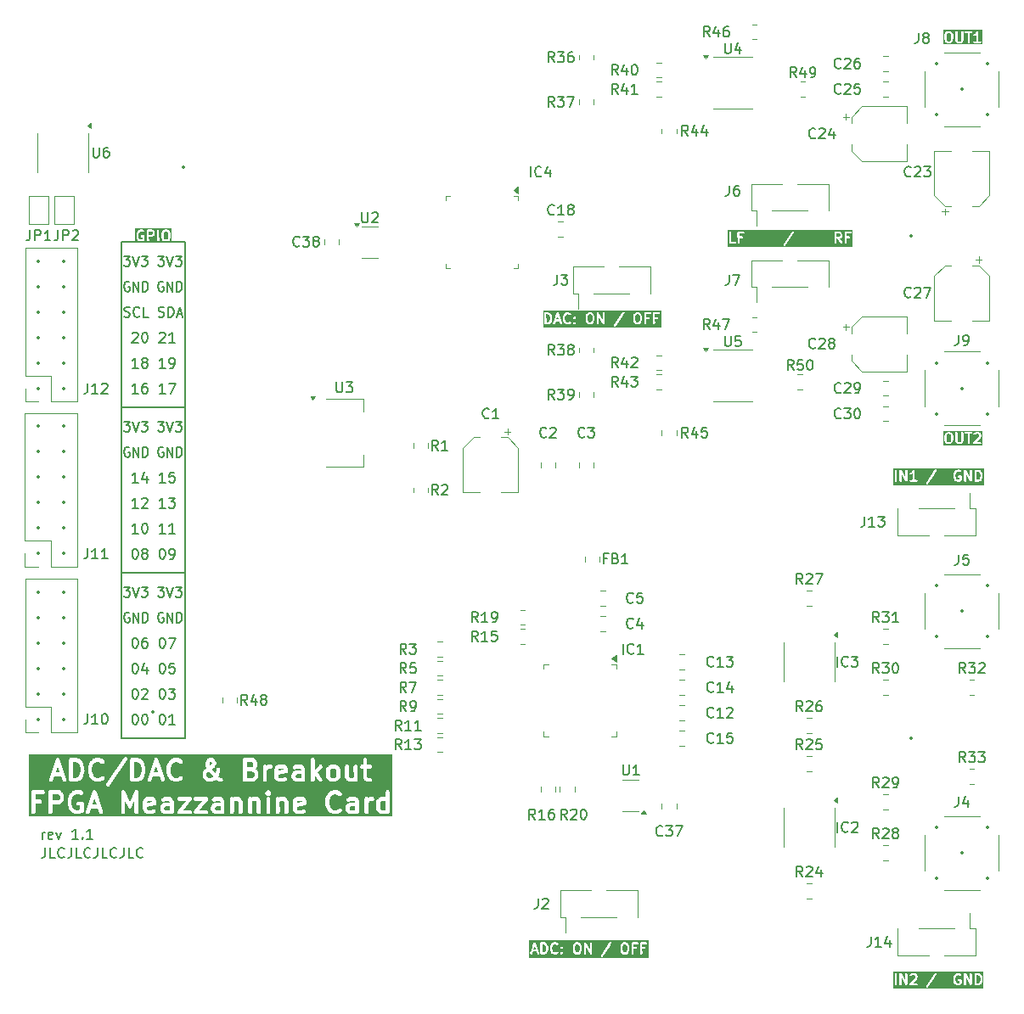
<source format=gto>
%TF.GenerationSoftware,KiCad,Pcbnew,8.0.0*%
%TF.CreationDate,2024-09-02T00:06:45+03:00*%
%TF.ProjectId,ML605_LPC_Board_wADC_DAC,4d4c3630-355f-44c5-9043-5f426f617264,rev?*%
%TF.SameCoordinates,Original*%
%TF.FileFunction,Legend,Top*%
%TF.FilePolarity,Positive*%
%FSLAX46Y46*%
G04 Gerber Fmt 4.6, Leading zero omitted, Abs format (unit mm)*
G04 Created by KiCad (PCBNEW 8.0.0) date 2024-09-02 00:06:45*
%MOMM*%
%LPD*%
G01*
G04 APERTURE LIST*
%ADD10C,0.200000*%
%ADD11C,0.203200*%
%ADD12C,0.177800*%
%ADD13C,0.400000*%
%ADD14C,0.150000*%
%ADD15C,0.120000*%
%ADD16C,0.350000*%
G04 APERTURE END LIST*
D10*
X85160000Y-73800000D02*
X91510000Y-73800000D01*
X91510000Y-123330000D01*
X85160000Y-123330000D01*
X85160000Y-73800000D01*
X85160000Y-90310000D02*
X91510000Y-90310000D01*
X85160000Y-106820000D02*
X91510000Y-106820000D01*
D11*
G36*
X156795677Y-72978364D02*
G01*
X156821864Y-73003417D01*
X156853480Y-73064310D01*
X156854632Y-73161689D01*
X156825553Y-73222137D01*
X156800499Y-73248324D01*
X156739903Y-73279786D01*
X156617722Y-73280372D01*
X156613955Y-73279708D01*
X156610804Y-73280406D01*
X156474751Y-73281058D01*
X156474127Y-72950213D01*
X156734565Y-72948964D01*
X156795677Y-72978364D01*
G37*
G36*
X158086599Y-74321487D02*
G01*
X145661099Y-74321487D01*
X145661099Y-74107104D01*
X151192653Y-74107104D01*
X151200428Y-74145976D01*
X151222486Y-74178915D01*
X151255470Y-74200905D01*
X151294359Y-74208598D01*
X151333231Y-74200823D01*
X151366170Y-74178765D01*
X151378789Y-74163356D01*
X152252637Y-72849093D01*
X156272652Y-72849093D01*
X156274604Y-73884914D01*
X156289775Y-73921539D01*
X156317806Y-73949570D01*
X156354431Y-73964741D01*
X156394073Y-73964741D01*
X156430698Y-73949570D01*
X156458729Y-73921539D01*
X156473900Y-73884914D01*
X156475852Y-73865093D01*
X156475130Y-73482400D01*
X156562827Y-73481979D01*
X156884556Y-73938476D01*
X156917988Y-73959780D01*
X156957026Y-73966669D01*
X156995731Y-73958095D01*
X157028207Y-73935362D01*
X157049511Y-73901930D01*
X157056400Y-73862891D01*
X157047826Y-73824187D01*
X157038058Y-73806830D01*
X156803154Y-73473528D01*
X156806737Y-73472158D01*
X156903290Y-73422026D01*
X156914508Y-73417380D01*
X156918414Y-73414173D01*
X156920354Y-73413167D01*
X156922112Y-73411138D01*
X156929904Y-73404745D01*
X156978602Y-73353842D01*
X156986707Y-73346814D01*
X156989361Y-73342596D01*
X156990920Y-73340968D01*
X156991945Y-73338491D01*
X156997317Y-73329959D01*
X157037894Y-73245612D01*
X157039301Y-73244206D01*
X157043822Y-73233289D01*
X157052816Y-73214596D01*
X157053074Y-73210954D01*
X157054472Y-73207581D01*
X157056424Y-73187760D01*
X157054883Y-73057552D01*
X157055626Y-73055324D01*
X157054703Y-73042338D01*
X157054472Y-73022796D01*
X157053074Y-73019422D01*
X157052816Y-73015781D01*
X157045698Y-72997180D01*
X156995566Y-72900626D01*
X156990920Y-72889409D01*
X156987713Y-72885502D01*
X156986707Y-72883563D01*
X156984678Y-72881804D01*
X156978285Y-72874013D01*
X156952237Y-72849093D01*
X157288652Y-72849093D01*
X157290604Y-73884914D01*
X157305775Y-73921539D01*
X157333806Y-73949570D01*
X157370431Y-73964741D01*
X157410073Y-73964741D01*
X157446698Y-73949570D01*
X157474729Y-73921539D01*
X157489900Y-73884914D01*
X157491852Y-73865093D01*
X157491039Y-73433954D01*
X157748740Y-73432551D01*
X157785365Y-73417380D01*
X157813396Y-73389349D01*
X157828567Y-73352724D01*
X157828567Y-73313082D01*
X157813396Y-73276457D01*
X157785365Y-73248426D01*
X157748740Y-73233255D01*
X157728919Y-73231303D01*
X157490660Y-73232600D01*
X157490128Y-72950305D01*
X157893883Y-72948741D01*
X157930508Y-72933570D01*
X157958539Y-72905539D01*
X157973710Y-72868914D01*
X157973710Y-72829272D01*
X157958539Y-72792647D01*
X157930508Y-72764616D01*
X157893883Y-72749445D01*
X157874062Y-72747493D01*
X157370431Y-72749445D01*
X157333806Y-72764616D01*
X157305775Y-72792647D01*
X157290604Y-72829272D01*
X157288652Y-72849093D01*
X156952237Y-72849093D01*
X156927382Y-72825314D01*
X156920354Y-72817210D01*
X156916136Y-72814555D01*
X156914508Y-72812997D01*
X156912031Y-72811971D01*
X156903499Y-72806600D01*
X156819153Y-72766023D01*
X156817746Y-72764616D01*
X156806823Y-72760091D01*
X156788135Y-72751101D01*
X156784494Y-72750842D01*
X156781121Y-72749445D01*
X156761300Y-72747493D01*
X156354431Y-72749445D01*
X156317806Y-72764616D01*
X156289775Y-72792647D01*
X156274604Y-72829272D01*
X156272652Y-72849093D01*
X152252637Y-72849093D01*
X152259018Y-72839496D01*
X152266711Y-72800607D01*
X152258936Y-72761734D01*
X152236878Y-72728796D01*
X152203894Y-72706806D01*
X152165005Y-72699113D01*
X152126133Y-72706888D01*
X152093194Y-72728946D01*
X152080575Y-72744355D01*
X151200346Y-74068215D01*
X151192653Y-74107104D01*
X145661099Y-74107104D01*
X145661099Y-72849093D01*
X145773988Y-72849093D01*
X145775940Y-73884914D01*
X145791111Y-73921539D01*
X145819142Y-73949570D01*
X145855767Y-73964741D01*
X145875588Y-73966693D01*
X146379219Y-73964741D01*
X146415844Y-73949570D01*
X146443875Y-73921539D01*
X146459046Y-73884914D01*
X146459046Y-73845272D01*
X146443875Y-73808647D01*
X146415844Y-73780616D01*
X146379219Y-73765445D01*
X146359398Y-73763493D01*
X145976999Y-73764975D01*
X145975273Y-72849093D01*
X146596464Y-72849093D01*
X146598416Y-73884914D01*
X146613587Y-73921539D01*
X146641618Y-73949570D01*
X146678243Y-73964741D01*
X146717885Y-73964741D01*
X146754510Y-73949570D01*
X146782541Y-73921539D01*
X146797712Y-73884914D01*
X146799664Y-73865093D01*
X146798851Y-73433954D01*
X147056552Y-73432551D01*
X147093177Y-73417380D01*
X147121208Y-73389349D01*
X147136379Y-73352724D01*
X147136379Y-73313082D01*
X147121208Y-73276457D01*
X147093177Y-73248426D01*
X147056552Y-73233255D01*
X147036731Y-73231303D01*
X146798472Y-73232600D01*
X146797940Y-72950305D01*
X147201695Y-72948741D01*
X147238320Y-72933570D01*
X147266351Y-72905539D01*
X147281522Y-72868914D01*
X147281522Y-72829272D01*
X147266351Y-72792647D01*
X147238320Y-72764616D01*
X147201695Y-72749445D01*
X147181874Y-72747493D01*
X146678243Y-72749445D01*
X146641618Y-72764616D01*
X146613587Y-72792647D01*
X146598416Y-72829272D01*
X146596464Y-72849093D01*
X145975273Y-72849093D01*
X145975236Y-72829272D01*
X145960065Y-72792647D01*
X145932034Y-72764616D01*
X145895409Y-72749445D01*
X145855767Y-72749445D01*
X145819142Y-72764616D01*
X145791111Y-72792647D01*
X145775940Y-72829272D01*
X145773988Y-72849093D01*
X145661099Y-72849093D01*
X145661099Y-72586224D01*
X158086599Y-72586224D01*
X158086599Y-74321487D01*
G37*
D12*
X85414858Y-108210414D02*
X86012363Y-108210414D01*
X86012363Y-108210414D02*
X85690630Y-108597462D01*
X85690630Y-108597462D02*
X85828515Y-108597462D01*
X85828515Y-108597462D02*
X85920439Y-108645843D01*
X85920439Y-108645843D02*
X85966401Y-108694224D01*
X85966401Y-108694224D02*
X86012363Y-108790986D01*
X86012363Y-108790986D02*
X86012363Y-109032891D01*
X86012363Y-109032891D02*
X85966401Y-109129653D01*
X85966401Y-109129653D02*
X85920439Y-109178034D01*
X85920439Y-109178034D02*
X85828515Y-109226414D01*
X85828515Y-109226414D02*
X85552744Y-109226414D01*
X85552744Y-109226414D02*
X85460820Y-109178034D01*
X85460820Y-109178034D02*
X85414858Y-109129653D01*
X86288134Y-108210414D02*
X86609868Y-109226414D01*
X86609868Y-109226414D02*
X86931601Y-108210414D01*
X87161410Y-108210414D02*
X87758915Y-108210414D01*
X87758915Y-108210414D02*
X87437182Y-108597462D01*
X87437182Y-108597462D02*
X87575067Y-108597462D01*
X87575067Y-108597462D02*
X87666991Y-108645843D01*
X87666991Y-108645843D02*
X87712953Y-108694224D01*
X87712953Y-108694224D02*
X87758915Y-108790986D01*
X87758915Y-108790986D02*
X87758915Y-109032891D01*
X87758915Y-109032891D02*
X87712953Y-109129653D01*
X87712953Y-109129653D02*
X87666991Y-109178034D01*
X87666991Y-109178034D02*
X87575067Y-109226414D01*
X87575067Y-109226414D02*
X87299296Y-109226414D01*
X87299296Y-109226414D02*
X87207372Y-109178034D01*
X87207372Y-109178034D02*
X87161410Y-109129653D01*
X88816038Y-108210414D02*
X89413543Y-108210414D01*
X89413543Y-108210414D02*
X89091810Y-108597462D01*
X89091810Y-108597462D02*
X89229695Y-108597462D01*
X89229695Y-108597462D02*
X89321619Y-108645843D01*
X89321619Y-108645843D02*
X89367581Y-108694224D01*
X89367581Y-108694224D02*
X89413543Y-108790986D01*
X89413543Y-108790986D02*
X89413543Y-109032891D01*
X89413543Y-109032891D02*
X89367581Y-109129653D01*
X89367581Y-109129653D02*
X89321619Y-109178034D01*
X89321619Y-109178034D02*
X89229695Y-109226414D01*
X89229695Y-109226414D02*
X88953924Y-109226414D01*
X88953924Y-109226414D02*
X88862000Y-109178034D01*
X88862000Y-109178034D02*
X88816038Y-109129653D01*
X89689314Y-108210414D02*
X90011048Y-109226414D01*
X90011048Y-109226414D02*
X90332781Y-108210414D01*
X90562590Y-108210414D02*
X91160095Y-108210414D01*
X91160095Y-108210414D02*
X90838362Y-108597462D01*
X90838362Y-108597462D02*
X90976247Y-108597462D01*
X90976247Y-108597462D02*
X91068171Y-108645843D01*
X91068171Y-108645843D02*
X91114133Y-108694224D01*
X91114133Y-108694224D02*
X91160095Y-108790986D01*
X91160095Y-108790986D02*
X91160095Y-109032891D01*
X91160095Y-109032891D02*
X91114133Y-109129653D01*
X91114133Y-109129653D02*
X91068171Y-109178034D01*
X91068171Y-109178034D02*
X90976247Y-109226414D01*
X90976247Y-109226414D02*
X90700476Y-109226414D01*
X90700476Y-109226414D02*
X90608552Y-109178034D01*
X90608552Y-109178034D02*
X90562590Y-109129653D01*
X86825163Y-102876414D02*
X86244591Y-102876414D01*
X86534877Y-102876414D02*
X86534877Y-101860414D01*
X86534877Y-101860414D02*
X86438115Y-102005557D01*
X86438115Y-102005557D02*
X86341353Y-102102319D01*
X86341353Y-102102319D02*
X86244591Y-102150700D01*
X87454115Y-101860414D02*
X87550877Y-101860414D01*
X87550877Y-101860414D02*
X87647639Y-101908795D01*
X87647639Y-101908795D02*
X87696020Y-101957176D01*
X87696020Y-101957176D02*
X87744401Y-102053938D01*
X87744401Y-102053938D02*
X87792782Y-102247462D01*
X87792782Y-102247462D02*
X87792782Y-102489367D01*
X87792782Y-102489367D02*
X87744401Y-102682891D01*
X87744401Y-102682891D02*
X87696020Y-102779653D01*
X87696020Y-102779653D02*
X87647639Y-102828034D01*
X87647639Y-102828034D02*
X87550877Y-102876414D01*
X87550877Y-102876414D02*
X87454115Y-102876414D01*
X87454115Y-102876414D02*
X87357353Y-102828034D01*
X87357353Y-102828034D02*
X87308972Y-102779653D01*
X87308972Y-102779653D02*
X87260591Y-102682891D01*
X87260591Y-102682891D02*
X87212210Y-102489367D01*
X87212210Y-102489367D02*
X87212210Y-102247462D01*
X87212210Y-102247462D02*
X87260591Y-102053938D01*
X87260591Y-102053938D02*
X87308972Y-101957176D01*
X87308972Y-101957176D02*
X87357353Y-101908795D01*
X87357353Y-101908795D02*
X87454115Y-101860414D01*
X89534496Y-102876414D02*
X88953924Y-102876414D01*
X89244210Y-102876414D02*
X89244210Y-101860414D01*
X89244210Y-101860414D02*
X89147448Y-102005557D01*
X89147448Y-102005557D02*
X89050686Y-102102319D01*
X89050686Y-102102319D02*
X88953924Y-102150700D01*
X90502115Y-102876414D02*
X89921543Y-102876414D01*
X90211829Y-102876414D02*
X90211829Y-101860414D01*
X90211829Y-101860414D02*
X90115067Y-102005557D01*
X90115067Y-102005557D02*
X90018305Y-102102319D01*
X90018305Y-102102319D02*
X89921543Y-102150700D01*
X86486496Y-113290414D02*
X86583258Y-113290414D01*
X86583258Y-113290414D02*
X86680020Y-113338795D01*
X86680020Y-113338795D02*
X86728401Y-113387176D01*
X86728401Y-113387176D02*
X86776782Y-113483938D01*
X86776782Y-113483938D02*
X86825163Y-113677462D01*
X86825163Y-113677462D02*
X86825163Y-113919367D01*
X86825163Y-113919367D02*
X86776782Y-114112891D01*
X86776782Y-114112891D02*
X86728401Y-114209653D01*
X86728401Y-114209653D02*
X86680020Y-114258034D01*
X86680020Y-114258034D02*
X86583258Y-114306414D01*
X86583258Y-114306414D02*
X86486496Y-114306414D01*
X86486496Y-114306414D02*
X86389734Y-114258034D01*
X86389734Y-114258034D02*
X86341353Y-114209653D01*
X86341353Y-114209653D02*
X86292972Y-114112891D01*
X86292972Y-114112891D02*
X86244591Y-113919367D01*
X86244591Y-113919367D02*
X86244591Y-113677462D01*
X86244591Y-113677462D02*
X86292972Y-113483938D01*
X86292972Y-113483938D02*
X86341353Y-113387176D01*
X86341353Y-113387176D02*
X86389734Y-113338795D01*
X86389734Y-113338795D02*
X86486496Y-113290414D01*
X87696020Y-113290414D02*
X87502496Y-113290414D01*
X87502496Y-113290414D02*
X87405734Y-113338795D01*
X87405734Y-113338795D02*
X87357353Y-113387176D01*
X87357353Y-113387176D02*
X87260591Y-113532319D01*
X87260591Y-113532319D02*
X87212210Y-113725843D01*
X87212210Y-113725843D02*
X87212210Y-114112891D01*
X87212210Y-114112891D02*
X87260591Y-114209653D01*
X87260591Y-114209653D02*
X87308972Y-114258034D01*
X87308972Y-114258034D02*
X87405734Y-114306414D01*
X87405734Y-114306414D02*
X87599258Y-114306414D01*
X87599258Y-114306414D02*
X87696020Y-114258034D01*
X87696020Y-114258034D02*
X87744401Y-114209653D01*
X87744401Y-114209653D02*
X87792782Y-114112891D01*
X87792782Y-114112891D02*
X87792782Y-113870986D01*
X87792782Y-113870986D02*
X87744401Y-113774224D01*
X87744401Y-113774224D02*
X87696020Y-113725843D01*
X87696020Y-113725843D02*
X87599258Y-113677462D01*
X87599258Y-113677462D02*
X87405734Y-113677462D01*
X87405734Y-113677462D02*
X87308972Y-113725843D01*
X87308972Y-113725843D02*
X87260591Y-113774224D01*
X87260591Y-113774224D02*
X87212210Y-113870986D01*
X89195829Y-113290414D02*
X89292591Y-113290414D01*
X89292591Y-113290414D02*
X89389353Y-113338795D01*
X89389353Y-113338795D02*
X89437734Y-113387176D01*
X89437734Y-113387176D02*
X89486115Y-113483938D01*
X89486115Y-113483938D02*
X89534496Y-113677462D01*
X89534496Y-113677462D02*
X89534496Y-113919367D01*
X89534496Y-113919367D02*
X89486115Y-114112891D01*
X89486115Y-114112891D02*
X89437734Y-114209653D01*
X89437734Y-114209653D02*
X89389353Y-114258034D01*
X89389353Y-114258034D02*
X89292591Y-114306414D01*
X89292591Y-114306414D02*
X89195829Y-114306414D01*
X89195829Y-114306414D02*
X89099067Y-114258034D01*
X89099067Y-114258034D02*
X89050686Y-114209653D01*
X89050686Y-114209653D02*
X89002305Y-114112891D01*
X89002305Y-114112891D02*
X88953924Y-113919367D01*
X88953924Y-113919367D02*
X88953924Y-113677462D01*
X88953924Y-113677462D02*
X89002305Y-113483938D01*
X89002305Y-113483938D02*
X89050686Y-113387176D01*
X89050686Y-113387176D02*
X89099067Y-113338795D01*
X89099067Y-113338795D02*
X89195829Y-113290414D01*
X89873162Y-113290414D02*
X90550496Y-113290414D01*
X90550496Y-113290414D02*
X90115067Y-114306414D01*
X85954306Y-110798795D02*
X85869639Y-110750414D01*
X85869639Y-110750414D02*
X85742639Y-110750414D01*
X85742639Y-110750414D02*
X85615639Y-110798795D01*
X85615639Y-110798795D02*
X85530973Y-110895557D01*
X85530973Y-110895557D02*
X85488639Y-110992319D01*
X85488639Y-110992319D02*
X85446306Y-111185843D01*
X85446306Y-111185843D02*
X85446306Y-111330986D01*
X85446306Y-111330986D02*
X85488639Y-111524510D01*
X85488639Y-111524510D02*
X85530973Y-111621272D01*
X85530973Y-111621272D02*
X85615639Y-111718034D01*
X85615639Y-111718034D02*
X85742639Y-111766414D01*
X85742639Y-111766414D02*
X85827306Y-111766414D01*
X85827306Y-111766414D02*
X85954306Y-111718034D01*
X85954306Y-111718034D02*
X85996639Y-111669653D01*
X85996639Y-111669653D02*
X85996639Y-111330986D01*
X85996639Y-111330986D02*
X85827306Y-111330986D01*
X86377639Y-111766414D02*
X86377639Y-110750414D01*
X86377639Y-110750414D02*
X86885639Y-111766414D01*
X86885639Y-111766414D02*
X86885639Y-110750414D01*
X87308972Y-111766414D02*
X87308972Y-110750414D01*
X87308972Y-110750414D02*
X87520639Y-110750414D01*
X87520639Y-110750414D02*
X87647639Y-110798795D01*
X87647639Y-110798795D02*
X87732306Y-110895557D01*
X87732306Y-110895557D02*
X87774639Y-110992319D01*
X87774639Y-110992319D02*
X87816972Y-111185843D01*
X87816972Y-111185843D02*
X87816972Y-111330986D01*
X87816972Y-111330986D02*
X87774639Y-111524510D01*
X87774639Y-111524510D02*
X87732306Y-111621272D01*
X87732306Y-111621272D02*
X87647639Y-111718034D01*
X87647639Y-111718034D02*
X87520639Y-111766414D01*
X87520639Y-111766414D02*
X87308972Y-111766414D01*
X89340972Y-110798795D02*
X89256305Y-110750414D01*
X89256305Y-110750414D02*
X89129305Y-110750414D01*
X89129305Y-110750414D02*
X89002305Y-110798795D01*
X89002305Y-110798795D02*
X88917639Y-110895557D01*
X88917639Y-110895557D02*
X88875305Y-110992319D01*
X88875305Y-110992319D02*
X88832972Y-111185843D01*
X88832972Y-111185843D02*
X88832972Y-111330986D01*
X88832972Y-111330986D02*
X88875305Y-111524510D01*
X88875305Y-111524510D02*
X88917639Y-111621272D01*
X88917639Y-111621272D02*
X89002305Y-111718034D01*
X89002305Y-111718034D02*
X89129305Y-111766414D01*
X89129305Y-111766414D02*
X89213972Y-111766414D01*
X89213972Y-111766414D02*
X89340972Y-111718034D01*
X89340972Y-111718034D02*
X89383305Y-111669653D01*
X89383305Y-111669653D02*
X89383305Y-111330986D01*
X89383305Y-111330986D02*
X89213972Y-111330986D01*
X89764305Y-111766414D02*
X89764305Y-110750414D01*
X89764305Y-110750414D02*
X90272305Y-111766414D01*
X90272305Y-111766414D02*
X90272305Y-110750414D01*
X90695638Y-111766414D02*
X90695638Y-110750414D01*
X90695638Y-110750414D02*
X90907305Y-110750414D01*
X90907305Y-110750414D02*
X91034305Y-110798795D01*
X91034305Y-110798795D02*
X91118972Y-110895557D01*
X91118972Y-110895557D02*
X91161305Y-110992319D01*
X91161305Y-110992319D02*
X91203638Y-111185843D01*
X91203638Y-111185843D02*
X91203638Y-111330986D01*
X91203638Y-111330986D02*
X91161305Y-111524510D01*
X91161305Y-111524510D02*
X91118972Y-111621272D01*
X91118972Y-111621272D02*
X91034305Y-111718034D01*
X91034305Y-111718034D02*
X90907305Y-111766414D01*
X90907305Y-111766414D02*
X90695638Y-111766414D01*
X86486496Y-120910414D02*
X86583258Y-120910414D01*
X86583258Y-120910414D02*
X86680020Y-120958795D01*
X86680020Y-120958795D02*
X86728401Y-121007176D01*
X86728401Y-121007176D02*
X86776782Y-121103938D01*
X86776782Y-121103938D02*
X86825163Y-121297462D01*
X86825163Y-121297462D02*
X86825163Y-121539367D01*
X86825163Y-121539367D02*
X86776782Y-121732891D01*
X86776782Y-121732891D02*
X86728401Y-121829653D01*
X86728401Y-121829653D02*
X86680020Y-121878034D01*
X86680020Y-121878034D02*
X86583258Y-121926414D01*
X86583258Y-121926414D02*
X86486496Y-121926414D01*
X86486496Y-121926414D02*
X86389734Y-121878034D01*
X86389734Y-121878034D02*
X86341353Y-121829653D01*
X86341353Y-121829653D02*
X86292972Y-121732891D01*
X86292972Y-121732891D02*
X86244591Y-121539367D01*
X86244591Y-121539367D02*
X86244591Y-121297462D01*
X86244591Y-121297462D02*
X86292972Y-121103938D01*
X86292972Y-121103938D02*
X86341353Y-121007176D01*
X86341353Y-121007176D02*
X86389734Y-120958795D01*
X86389734Y-120958795D02*
X86486496Y-120910414D01*
X87454115Y-120910414D02*
X87550877Y-120910414D01*
X87550877Y-120910414D02*
X87647639Y-120958795D01*
X87647639Y-120958795D02*
X87696020Y-121007176D01*
X87696020Y-121007176D02*
X87744401Y-121103938D01*
X87744401Y-121103938D02*
X87792782Y-121297462D01*
X87792782Y-121297462D02*
X87792782Y-121539367D01*
X87792782Y-121539367D02*
X87744401Y-121732891D01*
X87744401Y-121732891D02*
X87696020Y-121829653D01*
X87696020Y-121829653D02*
X87647639Y-121878034D01*
X87647639Y-121878034D02*
X87550877Y-121926414D01*
X87550877Y-121926414D02*
X87454115Y-121926414D01*
X87454115Y-121926414D02*
X87357353Y-121878034D01*
X87357353Y-121878034D02*
X87308972Y-121829653D01*
X87308972Y-121829653D02*
X87260591Y-121732891D01*
X87260591Y-121732891D02*
X87212210Y-121539367D01*
X87212210Y-121539367D02*
X87212210Y-121297462D01*
X87212210Y-121297462D02*
X87260591Y-121103938D01*
X87260591Y-121103938D02*
X87308972Y-121007176D01*
X87308972Y-121007176D02*
X87357353Y-120958795D01*
X87357353Y-120958795D02*
X87454115Y-120910414D01*
X89195829Y-120910414D02*
X89292591Y-120910414D01*
X89292591Y-120910414D02*
X89389353Y-120958795D01*
X89389353Y-120958795D02*
X89437734Y-121007176D01*
X89437734Y-121007176D02*
X89486115Y-121103938D01*
X89486115Y-121103938D02*
X89534496Y-121297462D01*
X89534496Y-121297462D02*
X89534496Y-121539367D01*
X89534496Y-121539367D02*
X89486115Y-121732891D01*
X89486115Y-121732891D02*
X89437734Y-121829653D01*
X89437734Y-121829653D02*
X89389353Y-121878034D01*
X89389353Y-121878034D02*
X89292591Y-121926414D01*
X89292591Y-121926414D02*
X89195829Y-121926414D01*
X89195829Y-121926414D02*
X89099067Y-121878034D01*
X89099067Y-121878034D02*
X89050686Y-121829653D01*
X89050686Y-121829653D02*
X89002305Y-121732891D01*
X89002305Y-121732891D02*
X88953924Y-121539367D01*
X88953924Y-121539367D02*
X88953924Y-121297462D01*
X88953924Y-121297462D02*
X89002305Y-121103938D01*
X89002305Y-121103938D02*
X89050686Y-121007176D01*
X89050686Y-121007176D02*
X89099067Y-120958795D01*
X89099067Y-120958795D02*
X89195829Y-120910414D01*
X90502115Y-121926414D02*
X89921543Y-121926414D01*
X90211829Y-121926414D02*
X90211829Y-120910414D01*
X90211829Y-120910414D02*
X90115067Y-121055557D01*
X90115067Y-121055557D02*
X90018305Y-121152319D01*
X90018305Y-121152319D02*
X89921543Y-121200700D01*
D11*
G36*
X170688910Y-96754199D02*
G01*
X170757124Y-96820734D01*
X170793315Y-96890438D01*
X170837489Y-97060682D01*
X170838918Y-97181394D01*
X170798034Y-97351342D01*
X170761537Y-97427208D01*
X170693153Y-97497318D01*
X170588319Y-97533582D01*
X170459855Y-97534540D01*
X170458320Y-96719948D01*
X170579337Y-96719045D01*
X170688910Y-96754199D01*
G37*
G36*
X171153506Y-98091487D02*
G01*
X162161099Y-98091487D01*
X162161099Y-97877104D01*
X165418750Y-97877104D01*
X165426525Y-97915976D01*
X165448583Y-97948915D01*
X165481567Y-97970905D01*
X165520456Y-97978598D01*
X165559328Y-97970823D01*
X165592267Y-97948765D01*
X165604886Y-97933356D01*
X166189219Y-97054522D01*
X168128083Y-97054522D01*
X168129736Y-97194296D01*
X168128203Y-97204604D01*
X168130002Y-97216774D01*
X168130035Y-97219486D01*
X168130608Y-97220871D01*
X168131117Y-97224307D01*
X168179381Y-97410314D01*
X168180072Y-97420024D01*
X168185755Y-97434877D01*
X168186199Y-97436586D01*
X168186634Y-97437173D01*
X168187190Y-97438626D01*
X168237321Y-97535179D01*
X168241968Y-97546397D01*
X168245174Y-97550303D01*
X168246181Y-97552243D01*
X168248209Y-97554001D01*
X168254603Y-97561793D01*
X168341922Y-97646962D01*
X168342944Y-97649006D01*
X168352628Y-97657405D01*
X168366761Y-97671190D01*
X168370132Y-97672586D01*
X168372892Y-97674980D01*
X168391079Y-97683099D01*
X168536448Y-97729736D01*
X168548529Y-97734741D01*
X168553603Y-97735240D01*
X168555643Y-97735895D01*
X168558317Y-97735704D01*
X168568350Y-97736693D01*
X168666032Y-97735057D01*
X168677819Y-97735895D01*
X168682732Y-97734777D01*
X168684933Y-97734741D01*
X168687414Y-97733713D01*
X168697240Y-97731479D01*
X168827669Y-97686361D01*
X168830076Y-97686361D01*
X168842264Y-97681312D01*
X168860570Y-97674980D01*
X168863329Y-97672586D01*
X168866701Y-97671190D01*
X168882097Y-97658555D01*
X168943113Y-97594778D01*
X168958284Y-97558153D01*
X168960236Y-97538332D01*
X168958284Y-97179844D01*
X168943113Y-97143219D01*
X168915082Y-97115188D01*
X168878457Y-97100017D01*
X168858636Y-97098065D01*
X168645291Y-97100017D01*
X168608666Y-97115188D01*
X168580635Y-97143219D01*
X168565464Y-97179844D01*
X168565464Y-97219486D01*
X168580635Y-97256111D01*
X168608666Y-97284142D01*
X168645291Y-97299313D01*
X168665112Y-97301265D01*
X168757584Y-97300418D01*
X168758649Y-97495908D01*
X168756995Y-97497636D01*
X168652741Y-97533700D01*
X168588238Y-97534780D01*
X168479789Y-97499987D01*
X168411575Y-97433452D01*
X168375384Y-97363748D01*
X168331210Y-97193504D01*
X168329781Y-97072792D01*
X168370665Y-96902844D01*
X168407163Y-96826977D01*
X168475546Y-96756868D01*
X168580536Y-96720548D01*
X168687422Y-96719284D01*
X168783419Y-96765466D01*
X168822962Y-96768276D01*
X168860570Y-96755740D01*
X168890518Y-96729766D01*
X168908247Y-96694309D01*
X168911057Y-96654766D01*
X168899166Y-96619093D01*
X169192464Y-96619093D01*
X169194416Y-97654914D01*
X169209587Y-97691539D01*
X169237618Y-97719570D01*
X169274243Y-97734741D01*
X169313885Y-97734741D01*
X169350510Y-97719570D01*
X169378541Y-97691539D01*
X169393712Y-97654914D01*
X169395664Y-97635093D01*
X169394464Y-96998320D01*
X169785116Y-97679366D01*
X169790159Y-97691539D01*
X169794708Y-97696088D01*
X169797951Y-97701741D01*
X169808635Y-97710015D01*
X169818190Y-97719570D01*
X169824173Y-97722048D01*
X169829294Y-97726014D01*
X169842328Y-97729568D01*
X169854815Y-97734741D01*
X169861294Y-97734741D01*
X169867539Y-97736444D01*
X169880936Y-97734741D01*
X169894457Y-97734741D01*
X169900442Y-97732261D01*
X169906866Y-97731445D01*
X169918596Y-97724741D01*
X169931082Y-97719570D01*
X169935661Y-97714990D01*
X169941285Y-97711777D01*
X169949557Y-97701094D01*
X169959113Y-97691539D01*
X169961592Y-97685553D01*
X169965557Y-97680434D01*
X169969110Y-97667402D01*
X169974284Y-97654914D01*
X169975282Y-97644770D01*
X169975987Y-97642189D01*
X169975733Y-97640195D01*
X169976236Y-97635093D01*
X169974321Y-96619093D01*
X170256845Y-96619093D01*
X170258797Y-97654914D01*
X170273968Y-97691539D01*
X170301999Y-97719570D01*
X170338624Y-97734741D01*
X170358445Y-97736693D01*
X170599035Y-97734898D01*
X170613057Y-97735895D01*
X170618063Y-97734756D01*
X170620171Y-97734741D01*
X170622652Y-97733713D01*
X170632478Y-97731479D01*
X170762907Y-97686361D01*
X170765314Y-97686361D01*
X170777502Y-97681312D01*
X170795808Y-97674980D01*
X170798567Y-97672586D01*
X170801939Y-97671190D01*
X170817335Y-97658555D01*
X170912854Y-97560624D01*
X170922519Y-97552243D01*
X170925228Y-97547937D01*
X170926732Y-97546397D01*
X170927757Y-97543920D01*
X170933129Y-97535388D01*
X170977253Y-97443667D01*
X170982501Y-97436586D01*
X170987812Y-97421720D01*
X170988628Y-97420025D01*
X170988680Y-97419291D01*
X170989202Y-97417831D01*
X171034495Y-97229552D01*
X171038665Y-97219486D01*
X171039876Y-97207182D01*
X171040497Y-97204604D01*
X171040276Y-97203122D01*
X171040617Y-97199665D01*
X171038963Y-97059890D01*
X171040497Y-97049583D01*
X171038697Y-97037412D01*
X171038665Y-97034701D01*
X171038091Y-97033315D01*
X171037583Y-97029880D01*
X170989318Y-96843873D01*
X170988628Y-96834162D01*
X170982944Y-96819308D01*
X170982501Y-96817601D01*
X170982065Y-96817013D01*
X170981510Y-96815561D01*
X170931378Y-96719007D01*
X170926732Y-96707790D01*
X170923525Y-96703883D01*
X170922519Y-96701944D01*
X170920490Y-96700185D01*
X170914097Y-96692394D01*
X170826776Y-96607223D01*
X170825756Y-96605182D01*
X170816080Y-96596790D01*
X170801939Y-96582997D01*
X170798565Y-96581599D01*
X170795808Y-96579208D01*
X170777622Y-96571088D01*
X170632249Y-96524448D01*
X170620171Y-96519445D01*
X170615097Y-96518945D01*
X170613058Y-96518291D01*
X170610383Y-96518481D01*
X170600350Y-96517493D01*
X170338624Y-96519445D01*
X170301999Y-96534616D01*
X170273968Y-96562647D01*
X170258797Y-96599272D01*
X170256845Y-96619093D01*
X169974321Y-96619093D01*
X169974284Y-96599272D01*
X169959113Y-96562647D01*
X169931082Y-96534616D01*
X169894457Y-96519445D01*
X169854815Y-96519445D01*
X169818190Y-96534616D01*
X169790159Y-96562647D01*
X169774988Y-96599272D01*
X169773036Y-96619093D01*
X169774235Y-97255865D01*
X169383581Y-96574815D01*
X169378541Y-96562647D01*
X169373992Y-96558098D01*
X169370749Y-96552444D01*
X169360063Y-96544169D01*
X169350510Y-96534616D01*
X169344525Y-96532136D01*
X169339405Y-96528172D01*
X169326371Y-96524617D01*
X169313885Y-96519445D01*
X169307408Y-96519445D01*
X169301160Y-96517741D01*
X169287755Y-96519445D01*
X169274243Y-96519445D01*
X169268260Y-96521923D01*
X169261834Y-96522740D01*
X169250096Y-96529446D01*
X169237618Y-96534616D01*
X169233040Y-96539193D01*
X169227415Y-96542408D01*
X169219140Y-96553093D01*
X169209587Y-96562647D01*
X169207107Y-96568631D01*
X169203143Y-96573752D01*
X169199588Y-96586785D01*
X169194416Y-96599272D01*
X169193417Y-96609409D01*
X169192712Y-96611997D01*
X169192966Y-96613995D01*
X169192464Y-96619093D01*
X168899166Y-96619093D01*
X168898521Y-96617159D01*
X168872547Y-96587210D01*
X168855692Y-96576600D01*
X168771346Y-96536023D01*
X168769939Y-96534616D01*
X168759016Y-96530091D01*
X168740328Y-96521101D01*
X168736687Y-96520842D01*
X168733314Y-96519445D01*
X168713493Y-96517493D01*
X168568547Y-96519208D01*
X168555642Y-96518291D01*
X168550678Y-96519419D01*
X168548529Y-96519445D01*
X168546048Y-96520472D01*
X168536221Y-96522707D01*
X168405794Y-96567826D01*
X168403386Y-96567826D01*
X168391186Y-96572879D01*
X168372892Y-96579208D01*
X168370134Y-96581599D01*
X168366761Y-96582997D01*
X168351365Y-96595632D01*
X168255845Y-96693562D01*
X168246181Y-96701944D01*
X168243471Y-96706249D01*
X168241968Y-96707790D01*
X168240942Y-96710266D01*
X168235571Y-96718799D01*
X168191447Y-96810517D01*
X168186199Y-96817601D01*
X168180886Y-96832470D01*
X168180072Y-96834163D01*
X168180019Y-96834895D01*
X168179498Y-96836356D01*
X168134204Y-97024634D01*
X168130035Y-97034701D01*
X168128823Y-97047004D01*
X168128203Y-97049583D01*
X168128423Y-97051064D01*
X168128083Y-97054522D01*
X166189219Y-97054522D01*
X166485115Y-96609496D01*
X166492808Y-96570607D01*
X166485033Y-96531734D01*
X166462975Y-96498796D01*
X166429991Y-96476806D01*
X166391102Y-96469113D01*
X166352230Y-96476888D01*
X166319291Y-96498946D01*
X166306672Y-96514355D01*
X165426443Y-97838215D01*
X165418750Y-97877104D01*
X162161099Y-97877104D01*
X162161099Y-96619093D01*
X162273988Y-96619093D01*
X162275940Y-97654914D01*
X162291111Y-97691539D01*
X162319142Y-97719570D01*
X162355767Y-97734741D01*
X162395409Y-97734741D01*
X162432034Y-97719570D01*
X162460065Y-97691539D01*
X162475236Y-97654914D01*
X162477188Y-97635093D01*
X162475273Y-96619093D01*
X162757798Y-96619093D01*
X162759750Y-97654914D01*
X162774921Y-97691539D01*
X162802952Y-97719570D01*
X162839577Y-97734741D01*
X162879219Y-97734741D01*
X162915844Y-97719570D01*
X162943875Y-97691539D01*
X162959046Y-97654914D01*
X162960998Y-97635093D01*
X162959798Y-96998320D01*
X163350450Y-97679366D01*
X163355493Y-97691539D01*
X163360042Y-97696088D01*
X163363285Y-97701741D01*
X163373969Y-97710015D01*
X163383524Y-97719570D01*
X163389507Y-97722048D01*
X163394628Y-97726014D01*
X163407662Y-97729568D01*
X163420149Y-97734741D01*
X163426628Y-97734741D01*
X163432873Y-97736444D01*
X163446270Y-97734741D01*
X163459791Y-97734741D01*
X163465776Y-97732261D01*
X163472200Y-97731445D01*
X163483930Y-97724741D01*
X163496416Y-97719570D01*
X163500995Y-97714990D01*
X163506619Y-97711777D01*
X163514891Y-97701094D01*
X163524447Y-97691539D01*
X163526926Y-97685553D01*
X163530891Y-97680434D01*
X163534444Y-97667402D01*
X163539618Y-97654914D01*
X163540616Y-97644770D01*
X163541321Y-97642189D01*
X163541067Y-97640195D01*
X163541570Y-97635093D01*
X163540178Y-96896671D01*
X163774596Y-96896671D01*
X163777406Y-96936214D01*
X163795134Y-96971671D01*
X163825083Y-96997645D01*
X163862690Y-97010181D01*
X163902233Y-97007371D01*
X163920835Y-97000253D01*
X164017388Y-96950121D01*
X164028606Y-96945475D01*
X164032512Y-96942268D01*
X164034452Y-96941262D01*
X164036210Y-96939233D01*
X164044002Y-96932840D01*
X164064635Y-96911685D01*
X164065809Y-97534761D01*
X163855577Y-97535445D01*
X163818952Y-97550616D01*
X163790921Y-97578647D01*
X163775750Y-97615272D01*
X163775750Y-97654914D01*
X163790921Y-97691539D01*
X163818952Y-97719570D01*
X163855577Y-97734741D01*
X163875398Y-97736693D01*
X164475791Y-97734741D01*
X164512416Y-97719570D01*
X164540447Y-97691539D01*
X164555618Y-97654914D01*
X164555618Y-97615272D01*
X164540447Y-97578647D01*
X164512416Y-97550616D01*
X164475791Y-97535445D01*
X164455970Y-97533493D01*
X164267093Y-97534107D01*
X164265387Y-96628575D01*
X164267284Y-96618987D01*
X164265350Y-96609322D01*
X164265332Y-96599272D01*
X164261481Y-96589975D01*
X164259509Y-96580115D01*
X164253971Y-96571845D01*
X164250161Y-96562647D01*
X164243048Y-96555534D01*
X164237451Y-96547176D01*
X164229167Y-96541653D01*
X164222130Y-96534616D01*
X164212838Y-96530767D01*
X164204467Y-96525186D01*
X164194700Y-96523254D01*
X164185505Y-96519445D01*
X164175445Y-96519445D01*
X164165577Y-96517493D01*
X164155818Y-96519445D01*
X164145863Y-96519445D01*
X164136567Y-96523295D01*
X164126705Y-96525268D01*
X164118433Y-96530806D01*
X164109238Y-96534616D01*
X164102127Y-96541726D01*
X164093766Y-96547326D01*
X164081283Y-96562570D01*
X164081207Y-96562647D01*
X164081192Y-96562681D01*
X164081148Y-96562736D01*
X163995564Y-96693947D01*
X163915661Y-96775867D01*
X163813106Y-96829115D01*
X163787132Y-96859064D01*
X163774596Y-96896671D01*
X163540178Y-96896671D01*
X163539618Y-96599272D01*
X163524447Y-96562647D01*
X163496416Y-96534616D01*
X163459791Y-96519445D01*
X163420149Y-96519445D01*
X163383524Y-96534616D01*
X163355493Y-96562647D01*
X163340322Y-96599272D01*
X163338370Y-96619093D01*
X163339569Y-97255865D01*
X162948915Y-96574815D01*
X162943875Y-96562647D01*
X162939326Y-96558098D01*
X162936083Y-96552444D01*
X162925397Y-96544169D01*
X162915844Y-96534616D01*
X162909859Y-96532136D01*
X162904739Y-96528172D01*
X162891705Y-96524617D01*
X162879219Y-96519445D01*
X162872742Y-96519445D01*
X162866494Y-96517741D01*
X162853089Y-96519445D01*
X162839577Y-96519445D01*
X162833594Y-96521923D01*
X162827168Y-96522740D01*
X162815430Y-96529446D01*
X162802952Y-96534616D01*
X162798374Y-96539193D01*
X162792749Y-96542408D01*
X162784474Y-96553093D01*
X162774921Y-96562647D01*
X162772441Y-96568631D01*
X162768477Y-96573752D01*
X162764922Y-96586785D01*
X162759750Y-96599272D01*
X162758751Y-96609409D01*
X162758046Y-96611997D01*
X162758300Y-96613995D01*
X162757798Y-96619093D01*
X162475273Y-96619093D01*
X162475236Y-96599272D01*
X162460065Y-96562647D01*
X162432034Y-96534616D01*
X162395409Y-96519445D01*
X162355767Y-96519445D01*
X162319142Y-96534616D01*
X162291111Y-96562647D01*
X162275940Y-96599272D01*
X162273988Y-96619093D01*
X162161099Y-96619093D01*
X162161099Y-96356224D01*
X171153506Y-96356224D01*
X171153506Y-98091487D01*
G37*
D13*
G36*
X88234073Y-129592847D02*
G01*
X88271726Y-129665366D01*
X87723206Y-129777241D01*
X87722785Y-129689446D01*
X87767933Y-129595599D01*
X87854380Y-129550715D01*
X88141043Y-129548092D01*
X88234073Y-129592847D01*
G37*
G36*
X89977366Y-130120963D02*
G01*
X89994563Y-130119740D01*
X89995789Y-130466193D01*
X89960042Y-130484753D01*
X89578316Y-130487601D01*
X89484971Y-130442694D01*
X89439752Y-130355603D01*
X89438129Y-130258674D01*
X89482219Y-130167028D01*
X89568525Y-130122217D01*
X89972097Y-130119206D01*
X89977366Y-130120963D01*
G37*
G36*
X95024986Y-130120963D02*
G01*
X95042183Y-130119740D01*
X95043409Y-130466193D01*
X95007662Y-130484753D01*
X94625936Y-130487601D01*
X94532591Y-130442694D01*
X94487372Y-130355603D01*
X94485749Y-130258674D01*
X94529839Y-130167028D01*
X94616145Y-130122217D01*
X95019717Y-130119206D01*
X95024986Y-130120963D01*
G37*
G36*
X103186456Y-129592847D02*
G01*
X103224109Y-129665366D01*
X102675589Y-129777241D01*
X102675168Y-129689446D01*
X102720316Y-129595599D01*
X102806763Y-129550715D01*
X103093426Y-129548092D01*
X103186456Y-129592847D01*
G37*
G36*
X108453559Y-130120963D02*
G01*
X108470756Y-130119740D01*
X108471982Y-130466193D01*
X108436235Y-130484753D01*
X108054509Y-130487601D01*
X107961164Y-130442694D01*
X107915945Y-130355603D01*
X107914322Y-130258674D01*
X107958412Y-130167028D01*
X108044718Y-130122217D01*
X108448290Y-130119206D01*
X108453559Y-130120963D01*
G37*
G36*
X111518335Y-129569238D02*
G01*
X111520025Y-130465973D01*
X111483714Y-130484826D01*
X111197051Y-130487449D01*
X111077566Y-130429967D01*
X111026017Y-130380648D01*
X110964021Y-130261243D01*
X110961019Y-129784402D01*
X111018757Y-129664383D01*
X111068076Y-129612833D01*
X111187716Y-129550715D01*
X111474379Y-129548092D01*
X111518335Y-129569238D01*
G37*
G36*
X82679950Y-129914074D02*
G01*
X82277335Y-129915634D01*
X82477701Y-129310929D01*
X82679950Y-129914074D01*
G37*
G36*
X78927194Y-128938908D02*
G01*
X78978744Y-128988227D01*
X79040979Y-129108091D01*
X79043247Y-129299785D01*
X78986004Y-129418775D01*
X78936684Y-129470327D01*
X78817403Y-129532259D01*
X78295450Y-129534763D01*
X78294222Y-128883494D01*
X78806895Y-128881034D01*
X78927194Y-128938908D01*
G37*
G36*
X80795758Y-125730507D02*
G01*
X80930039Y-125861483D01*
X81001276Y-125998686D01*
X81088237Y-126333821D01*
X81091049Y-126571435D01*
X81010570Y-126905985D01*
X80938724Y-127055326D01*
X80804110Y-127193338D01*
X80597746Y-127264726D01*
X80344863Y-127266612D01*
X80341841Y-125663083D01*
X80580061Y-125661306D01*
X80795758Y-125730507D01*
G37*
G36*
X86890996Y-125730507D02*
G01*
X87025277Y-125861483D01*
X87096514Y-125998686D01*
X87183475Y-126333821D01*
X87186287Y-126571435D01*
X87105808Y-126905985D01*
X87033962Y-127055326D01*
X86899348Y-127193338D01*
X86692984Y-127264726D01*
X86440101Y-127266612D01*
X86437079Y-125663083D01*
X86675299Y-125661306D01*
X86890996Y-125730507D01*
G37*
G36*
X93896356Y-126640206D02*
G01*
X94300370Y-127120212D01*
X94293730Y-127129204D01*
X94289530Y-127132652D01*
X94222400Y-127202820D01*
X94102535Y-127265055D01*
X93910841Y-127267323D01*
X93791850Y-127210079D01*
X93740301Y-127160760D01*
X93678065Y-127040894D01*
X93675797Y-126849201D01*
X93733041Y-126730210D01*
X93786895Y-126673920D01*
X93877677Y-126612701D01*
X93896356Y-126640206D01*
G37*
G36*
X94186456Y-125706294D02*
G01*
X94232216Y-125794427D01*
X94232294Y-125797159D01*
X94176481Y-125913174D01*
X94122627Y-125969464D01*
X94008792Y-126046228D01*
X93963877Y-125916390D01*
X93961939Y-125800691D01*
X94006028Y-125709046D01*
X94094163Y-125663285D01*
X94096895Y-125663207D01*
X94186456Y-125706294D01*
G37*
G36*
X98320451Y-126683171D02*
G01*
X98359698Y-126720720D01*
X98421933Y-126840584D01*
X98424201Y-127032278D01*
X98366958Y-127151268D01*
X98317638Y-127202820D01*
X98198357Y-127264752D01*
X97678199Y-127267247D01*
X97676971Y-126615850D01*
X98103375Y-126613528D01*
X98320451Y-126683171D01*
G37*
G36*
X98212910Y-125719020D02*
G01*
X98264460Y-125768339D01*
X98326912Y-125888621D01*
X98328535Y-125985550D01*
X98271719Y-126103650D01*
X98222400Y-126155200D01*
X98103066Y-126217160D01*
X97676224Y-126219485D01*
X97675176Y-125663479D01*
X98092733Y-125661205D01*
X98212910Y-125719020D01*
G37*
G36*
X101329312Y-126372959D02*
G01*
X101366965Y-126445478D01*
X100818445Y-126557353D01*
X100818024Y-126469558D01*
X100863172Y-126375711D01*
X100949619Y-126330827D01*
X101236282Y-126328204D01*
X101329312Y-126372959D01*
G37*
G36*
X103072605Y-126901075D02*
G01*
X103089802Y-126899852D01*
X103091028Y-127246305D01*
X103055281Y-127264865D01*
X102673555Y-127267713D01*
X102580210Y-127222806D01*
X102534991Y-127135715D01*
X102533368Y-127038786D01*
X102577458Y-126947140D01*
X102663764Y-126902329D01*
X103067336Y-126899318D01*
X103072605Y-126901075D01*
G37*
G36*
X106498625Y-126385686D02*
G01*
X106550174Y-126435004D01*
X106612170Y-126554409D01*
X106615172Y-127031251D01*
X106557435Y-127151268D01*
X106508115Y-127202820D01*
X106388250Y-127265055D01*
X106196556Y-127267323D01*
X106077565Y-127210079D01*
X106026016Y-127160760D01*
X105964020Y-127041355D01*
X105961018Y-126564514D01*
X106018756Y-126444495D01*
X106068075Y-126392945D01*
X106187939Y-126330710D01*
X106379634Y-126328442D01*
X106498625Y-126385686D01*
G37*
G36*
X79013284Y-126694186D02*
G01*
X78610669Y-126695746D01*
X78811035Y-126091041D01*
X79013284Y-126694186D01*
G37*
G36*
X88822808Y-126694186D02*
G01*
X88420193Y-126695746D01*
X88620559Y-126091041D01*
X88822808Y-126694186D01*
G37*
G36*
X112138890Y-131106660D02*
G01*
X75961109Y-131106660D01*
X75961109Y-128684438D01*
X76183331Y-128684438D01*
X76187174Y-130723456D01*
X76217037Y-130795552D01*
X76272217Y-130850732D01*
X76344313Y-130880595D01*
X76422349Y-130880595D01*
X76494445Y-130850732D01*
X76549625Y-130795552D01*
X76579488Y-130723456D01*
X76583331Y-130684438D01*
X76581731Y-129835738D01*
X77089016Y-129832976D01*
X77161112Y-129803113D01*
X77216292Y-129747933D01*
X77246155Y-129675837D01*
X77246155Y-129597801D01*
X77216292Y-129525705D01*
X77161112Y-129470525D01*
X77089016Y-129440662D01*
X77049998Y-129436819D01*
X76580984Y-129439373D01*
X76579937Y-128883675D01*
X77374730Y-128880595D01*
X77446826Y-128850732D01*
X77502006Y-128795552D01*
X77531869Y-128723456D01*
X77531869Y-128684438D01*
X77897617Y-128684438D01*
X77901460Y-130723456D01*
X77931323Y-130795552D01*
X77986503Y-130850732D01*
X78058599Y-130880595D01*
X78136635Y-130880595D01*
X78208731Y-130850732D01*
X78263911Y-130795552D01*
X78293774Y-130723456D01*
X78297617Y-130684438D01*
X78296197Y-129931104D01*
X78828694Y-129928549D01*
X78834508Y-129930487D01*
X78864170Y-129928378D01*
X78898540Y-129928214D01*
X78905177Y-129925464D01*
X78912347Y-129924955D01*
X78948965Y-129910942D01*
X79139024Y-129812261D01*
X79161113Y-129803112D01*
X79168805Y-129796799D01*
X79172621Y-129794818D01*
X79176082Y-129790827D01*
X79191420Y-129778240D01*
X79287285Y-129678035D01*
X79303235Y-129664203D01*
X79308458Y-129655904D01*
X79311531Y-129652693D01*
X79313552Y-129647811D01*
X79324121Y-129631023D01*
X79367150Y-129541580D01*
X79802379Y-129541580D01*
X79805635Y-129816726D01*
X79802616Y-129837017D01*
X79806158Y-129860981D01*
X79806222Y-129866313D01*
X79807349Y-129869035D01*
X79808350Y-129875802D01*
X79903360Y-130241958D01*
X79904719Y-130261072D01*
X79915904Y-130290302D01*
X79916780Y-130293675D01*
X79917639Y-130294834D01*
X79918732Y-130297690D01*
X80017410Y-130487746D01*
X80026561Y-130509837D01*
X80032875Y-130517530D01*
X80034856Y-130521346D01*
X80038846Y-130524806D01*
X80051433Y-130540144D01*
X80223321Y-130707801D01*
X80225332Y-130711823D01*
X80244388Y-130728350D01*
X80272216Y-130755493D01*
X80278855Y-130758243D01*
X80284285Y-130762952D01*
X80320086Y-130778937D01*
X80606246Y-130870744D01*
X80630028Y-130880595D01*
X80640016Y-130881578D01*
X80644032Y-130882867D01*
X80649297Y-130882492D01*
X80669046Y-130884438D01*
X80861331Y-130881218D01*
X80884537Y-130882867D01*
X80894211Y-130880667D01*
X80898540Y-130880595D01*
X80903418Y-130878574D01*
X80922768Y-130874175D01*
X81179516Y-130785357D01*
X81184255Y-130785357D01*
X81208263Y-130775412D01*
X81244282Y-130762952D01*
X81249711Y-130758243D01*
X81256351Y-130755493D01*
X81286658Y-130730621D01*
X81354773Y-130659423D01*
X81613474Y-130659423D01*
X81619005Y-130737263D01*
X81653904Y-130807061D01*
X81712857Y-130858190D01*
X81786888Y-130882867D01*
X81864728Y-130877336D01*
X81934526Y-130842437D01*
X81985655Y-130783484D01*
X82001640Y-130747683D01*
X82145851Y-130312452D01*
X82812669Y-130309868D01*
X82971484Y-130783484D01*
X83022613Y-130842437D01*
X83092411Y-130877335D01*
X83170251Y-130882867D01*
X83244282Y-130858190D01*
X83303235Y-130807061D01*
X83338134Y-130737263D01*
X83343665Y-130659423D01*
X83334973Y-130621192D01*
X82685533Y-128684438D01*
X85135713Y-128684438D01*
X85139556Y-130723456D01*
X85169419Y-130795552D01*
X85224599Y-130850732D01*
X85296695Y-130880595D01*
X85374731Y-130880595D01*
X85446827Y-130850732D01*
X85502007Y-130795552D01*
X85531870Y-130723456D01*
X85535713Y-130684438D01*
X85533624Y-129576458D01*
X85821410Y-130189333D01*
X85831367Y-130216713D01*
X85837319Y-130223213D01*
X85841126Y-130231319D01*
X85863545Y-130251850D01*
X85884071Y-130274263D01*
X85892122Y-130278020D01*
X85898676Y-130284022D01*
X85927248Y-130294412D01*
X85954786Y-130307263D01*
X85963659Y-130307653D01*
X85972014Y-130310691D01*
X86002391Y-130309355D01*
X86032746Y-130310690D01*
X86041094Y-130307654D01*
X86049975Y-130307264D01*
X86077526Y-130294406D01*
X86106084Y-130284022D01*
X86112636Y-130278021D01*
X86120690Y-130274263D01*
X86141223Y-130251841D01*
X86163634Y-130231318D01*
X86170256Y-130220138D01*
X86173393Y-130216714D01*
X86175153Y-130211872D01*
X86183617Y-130197586D01*
X86470731Y-129578501D01*
X86472889Y-130723456D01*
X86502752Y-130795552D01*
X86557932Y-130850732D01*
X86630028Y-130880595D01*
X86708064Y-130880595D01*
X86780160Y-130850732D01*
X86835340Y-130795552D01*
X86865203Y-130723456D01*
X86869046Y-130684438D01*
X86867790Y-130017980D01*
X87326189Y-130017980D01*
X87328062Y-130027349D01*
X87329696Y-130367894D01*
X87327759Y-130373708D01*
X87329867Y-130403370D01*
X87330032Y-130437741D01*
X87332781Y-130444378D01*
X87333291Y-130451548D01*
X87347303Y-130488165D01*
X87441377Y-130669352D01*
X87447675Y-130688246D01*
X87456424Y-130698334D01*
X87463428Y-130711823D01*
X87482374Y-130728255D01*
X87498804Y-130747199D01*
X87518542Y-130759624D01*
X87522381Y-130762953D01*
X87525463Y-130763980D01*
X87531984Y-130768085D01*
X87698018Y-130847961D01*
X87700789Y-130850732D01*
X87722290Y-130859638D01*
X87759078Y-130877336D01*
X87766247Y-130877845D01*
X87772885Y-130880595D01*
X87811903Y-130884438D01*
X88162916Y-130881226D01*
X88167842Y-130882868D01*
X88195088Y-130880931D01*
X88231874Y-130880595D01*
X88238511Y-130877845D01*
X88245681Y-130877336D01*
X88282299Y-130863323D01*
X88505955Y-130747199D01*
X88557085Y-130688246D01*
X88581762Y-130614214D01*
X88576230Y-130536375D01*
X88541331Y-130466577D01*
X88482379Y-130415448D01*
X88408347Y-130390770D01*
X88330507Y-130396302D01*
X88293890Y-130410314D01*
X88150378Y-130484826D01*
X87863715Y-130487449D01*
X87770685Y-130442694D01*
X87725986Y-130356605D01*
X87725274Y-130208247D01*
X89040475Y-130208247D01*
X89043188Y-130370278D01*
X89042045Y-130373708D01*
X89043615Y-130395811D01*
X89044318Y-130437741D01*
X89047067Y-130444378D01*
X89047577Y-130451548D01*
X89061589Y-130488165D01*
X89155663Y-130669352D01*
X89161961Y-130688246D01*
X89170710Y-130698334D01*
X89177714Y-130711823D01*
X89196660Y-130728255D01*
X89213090Y-130747199D01*
X89232828Y-130759624D01*
X89236667Y-130762953D01*
X89239749Y-130763980D01*
X89246270Y-130768085D01*
X89412304Y-130847961D01*
X89415075Y-130850732D01*
X89436576Y-130859638D01*
X89473364Y-130877336D01*
X89480533Y-130877845D01*
X89487171Y-130880595D01*
X89526189Y-130884438D01*
X89972097Y-130881111D01*
X89977366Y-130882868D01*
X90005590Y-130880862D01*
X90041398Y-130880595D01*
X90048035Y-130877845D01*
X90055205Y-130877336D01*
X90091823Y-130863323D01*
X90100838Y-130858642D01*
X90153838Y-130880595D01*
X90231874Y-130880595D01*
X90303970Y-130850732D01*
X90359150Y-130795552D01*
X90389013Y-130723456D01*
X90392856Y-130684438D01*
X90392802Y-130669069D01*
X90755352Y-130669069D01*
X90758604Y-130696167D01*
X90758604Y-130723456D01*
X90763214Y-130734586D01*
X90764650Y-130746549D01*
X90778023Y-130770339D01*
X90788467Y-130795552D01*
X90796985Y-130804070D01*
X90802890Y-130814574D01*
X90824350Y-130831435D01*
X90843647Y-130850732D01*
X90854778Y-130855342D01*
X90864252Y-130862786D01*
X90890529Y-130870151D01*
X90915743Y-130880595D01*
X90934316Y-130882424D01*
X90939392Y-130883847D01*
X90943615Y-130883340D01*
X90954761Y-130884438D01*
X92041398Y-130880595D01*
X92113494Y-130850732D01*
X92168674Y-130795552D01*
X92198537Y-130723456D01*
X92198537Y-130669069D01*
X92374400Y-130669069D01*
X92377652Y-130696167D01*
X92377652Y-130723456D01*
X92382262Y-130734586D01*
X92383698Y-130746549D01*
X92397071Y-130770339D01*
X92407515Y-130795552D01*
X92416033Y-130804070D01*
X92421938Y-130814574D01*
X92443398Y-130831435D01*
X92462695Y-130850732D01*
X92473826Y-130855342D01*
X92483300Y-130862786D01*
X92509577Y-130870151D01*
X92534791Y-130880595D01*
X92553364Y-130882424D01*
X92558440Y-130883847D01*
X92562663Y-130883340D01*
X92573809Y-130884438D01*
X93660446Y-130880595D01*
X93732542Y-130850732D01*
X93787722Y-130795552D01*
X93817585Y-130723456D01*
X93817585Y-130645420D01*
X93787722Y-130573324D01*
X93732542Y-130518144D01*
X93660446Y-130488281D01*
X93621428Y-130484438D01*
X92982376Y-130486698D01*
X93200163Y-130208247D01*
X94088095Y-130208247D01*
X94090808Y-130370278D01*
X94089665Y-130373708D01*
X94091235Y-130395811D01*
X94091938Y-130437741D01*
X94094687Y-130444378D01*
X94095197Y-130451548D01*
X94109209Y-130488165D01*
X94203283Y-130669352D01*
X94209581Y-130688246D01*
X94218330Y-130698334D01*
X94225334Y-130711823D01*
X94244280Y-130728255D01*
X94260710Y-130747199D01*
X94280448Y-130759624D01*
X94284287Y-130762953D01*
X94287369Y-130763980D01*
X94293890Y-130768085D01*
X94459924Y-130847961D01*
X94462695Y-130850732D01*
X94484196Y-130859638D01*
X94520984Y-130877336D01*
X94528153Y-130877845D01*
X94534791Y-130880595D01*
X94573809Y-130884438D01*
X95019717Y-130881111D01*
X95024986Y-130882868D01*
X95053210Y-130880862D01*
X95089018Y-130880595D01*
X95095655Y-130877845D01*
X95102825Y-130877336D01*
X95139443Y-130863323D01*
X95148458Y-130858642D01*
X95201458Y-130880595D01*
X95279494Y-130880595D01*
X95351590Y-130850732D01*
X95406770Y-130795552D01*
X95436633Y-130723456D01*
X95440476Y-130684438D01*
X95437547Y-129856384D01*
X95438906Y-129852309D01*
X95437461Y-129831979D01*
X95436880Y-129667909D01*
X95438906Y-129661834D01*
X95436752Y-129631529D01*
X95436633Y-129597801D01*
X95433883Y-129591162D01*
X95433374Y-129583995D01*
X95419362Y-129547377D01*
X95325290Y-129366193D01*
X95320260Y-129351104D01*
X95992857Y-129351104D01*
X95996700Y-130723456D01*
X96026563Y-130795552D01*
X96081743Y-130850732D01*
X96153839Y-130880595D01*
X96231875Y-130880595D01*
X96303971Y-130850732D01*
X96359151Y-130795552D01*
X96389014Y-130723456D01*
X96392857Y-130684438D01*
X96389889Y-129624873D01*
X96401408Y-129612833D01*
X96521272Y-129550598D01*
X96712967Y-129548330D01*
X96805503Y-129592847D01*
X96850148Y-129678833D01*
X96853843Y-130723456D01*
X96883706Y-130795552D01*
X96938886Y-130850732D01*
X97010982Y-130880595D01*
X97089018Y-130880595D01*
X97161114Y-130850732D01*
X97216294Y-130795552D01*
X97246157Y-130723456D01*
X97250000Y-130684438D01*
X97246404Y-129667909D01*
X97248430Y-129661834D01*
X97246276Y-129631529D01*
X97246157Y-129597801D01*
X97243407Y-129591162D01*
X97242898Y-129583995D01*
X97228886Y-129547377D01*
X97134814Y-129366193D01*
X97129784Y-129351104D01*
X97802381Y-129351104D01*
X97806224Y-130723456D01*
X97836087Y-130795552D01*
X97891267Y-130850732D01*
X97963363Y-130880595D01*
X98041399Y-130880595D01*
X98113495Y-130850732D01*
X98168675Y-130795552D01*
X98198538Y-130723456D01*
X98202381Y-130684438D01*
X98199413Y-129624873D01*
X98210932Y-129612833D01*
X98330796Y-129550598D01*
X98522491Y-129548330D01*
X98615027Y-129592847D01*
X98659672Y-129678833D01*
X98663367Y-130723456D01*
X98693230Y-130795552D01*
X98748410Y-130850732D01*
X98820506Y-130880595D01*
X98898542Y-130880595D01*
X98970638Y-130850732D01*
X99025818Y-130795552D01*
X99055681Y-130723456D01*
X99059524Y-130684438D01*
X99055928Y-129667909D01*
X99057954Y-129661834D01*
X99055800Y-129631529D01*
X99055681Y-129597801D01*
X99052931Y-129591162D01*
X99052422Y-129583995D01*
X99038410Y-129547377D01*
X98944338Y-129366193D01*
X98939308Y-129351104D01*
X99611905Y-129351104D01*
X99615748Y-130723456D01*
X99645611Y-130795552D01*
X99700791Y-130850732D01*
X99772887Y-130880595D01*
X99850923Y-130880595D01*
X99923019Y-130850732D01*
X99978199Y-130795552D01*
X100008062Y-130723456D01*
X100011905Y-130684438D01*
X100008171Y-129351104D01*
X100564286Y-129351104D01*
X100568129Y-130723456D01*
X100597992Y-130795552D01*
X100653172Y-130850732D01*
X100725268Y-130880595D01*
X100803304Y-130880595D01*
X100875400Y-130850732D01*
X100930580Y-130795552D01*
X100960443Y-130723456D01*
X100964286Y-130684438D01*
X100961318Y-129624873D01*
X100972837Y-129612833D01*
X101092701Y-129550598D01*
X101284396Y-129548330D01*
X101376932Y-129592847D01*
X101421577Y-129678833D01*
X101425272Y-130723456D01*
X101455135Y-130795552D01*
X101510315Y-130850732D01*
X101582411Y-130880595D01*
X101660447Y-130880595D01*
X101732543Y-130850732D01*
X101787723Y-130795552D01*
X101817586Y-130723456D01*
X101821429Y-130684438D01*
X101819071Y-130017980D01*
X102278572Y-130017980D01*
X102280445Y-130027349D01*
X102282079Y-130367894D01*
X102280142Y-130373708D01*
X102282250Y-130403370D01*
X102282415Y-130437741D01*
X102285164Y-130444378D01*
X102285674Y-130451548D01*
X102299686Y-130488165D01*
X102393760Y-130669352D01*
X102400058Y-130688246D01*
X102408807Y-130698334D01*
X102415811Y-130711823D01*
X102434757Y-130728255D01*
X102451187Y-130747199D01*
X102470925Y-130759624D01*
X102474764Y-130762953D01*
X102477846Y-130763980D01*
X102484367Y-130768085D01*
X102650401Y-130847961D01*
X102653172Y-130850732D01*
X102674673Y-130859638D01*
X102711461Y-130877336D01*
X102718630Y-130877845D01*
X102725268Y-130880595D01*
X102764286Y-130884438D01*
X103115299Y-130881226D01*
X103120225Y-130882868D01*
X103147471Y-130880931D01*
X103184257Y-130880595D01*
X103190894Y-130877845D01*
X103198064Y-130877336D01*
X103234682Y-130863323D01*
X103458338Y-130747199D01*
X103509468Y-130688246D01*
X103534145Y-130614214D01*
X103528613Y-130536375D01*
X103493714Y-130466577D01*
X103434762Y-130415448D01*
X103360730Y-130390770D01*
X103282890Y-130396302D01*
X103246273Y-130410314D01*
X103102761Y-130484826D01*
X102816098Y-130487449D01*
X102723068Y-130442694D01*
X102678369Y-130356605D01*
X102677528Y-130181307D01*
X103451490Y-130023452D01*
X103469971Y-130023452D01*
X103487898Y-130016026D01*
X103507683Y-130011991D01*
X103523964Y-130001087D01*
X103542067Y-129993589D01*
X103556070Y-129979585D01*
X103572522Y-129968568D01*
X103583390Y-129952265D01*
X103597247Y-129938409D01*
X103604825Y-129920113D01*
X103615809Y-129903638D01*
X103619611Y-129884415D01*
X103627110Y-129866313D01*
X103630953Y-129827295D01*
X103630949Y-129827102D01*
X103630953Y-129827086D01*
X103630949Y-129827066D01*
X103628239Y-129665263D01*
X103629383Y-129661834D01*
X103627812Y-129639730D01*
X103627110Y-129597801D01*
X103624360Y-129591162D01*
X103623851Y-129583995D01*
X103609839Y-129547377D01*
X103606829Y-129541580D01*
X105516668Y-129541580D01*
X105519924Y-129816726D01*
X105516905Y-129837017D01*
X105520447Y-129860981D01*
X105520511Y-129866313D01*
X105521638Y-129869035D01*
X105522639Y-129875802D01*
X105617649Y-130241958D01*
X105619008Y-130261072D01*
X105630193Y-130290302D01*
X105631069Y-130293675D01*
X105631928Y-130294834D01*
X105633021Y-130297690D01*
X105731699Y-130487746D01*
X105740850Y-130509837D01*
X105747164Y-130517530D01*
X105749145Y-130521346D01*
X105753135Y-130524806D01*
X105765722Y-130540144D01*
X105937610Y-130707801D01*
X105939621Y-130711823D01*
X105958677Y-130728350D01*
X105986505Y-130755493D01*
X105993144Y-130758243D01*
X105998574Y-130762952D01*
X106034375Y-130778937D01*
X106320535Y-130870744D01*
X106344317Y-130880595D01*
X106354305Y-130881578D01*
X106358321Y-130882867D01*
X106363586Y-130882492D01*
X106383335Y-130884438D01*
X106575620Y-130881218D01*
X106598826Y-130882867D01*
X106608500Y-130880667D01*
X106612829Y-130880595D01*
X106617707Y-130878574D01*
X106637057Y-130874175D01*
X106893805Y-130785357D01*
X106898544Y-130785357D01*
X106922552Y-130775412D01*
X106958571Y-130762952D01*
X106964000Y-130758243D01*
X106970640Y-130755493D01*
X107000947Y-130730621D01*
X107121058Y-130605074D01*
X107150921Y-130532978D01*
X107150920Y-130454942D01*
X107121057Y-130382846D01*
X107065876Y-130327666D01*
X106993780Y-130297803D01*
X106915744Y-130297804D01*
X106843648Y-130327667D01*
X106813341Y-130352540D01*
X106754684Y-130413852D01*
X106549461Y-130484845D01*
X106422488Y-130486971D01*
X106209003Y-130418480D01*
X106074723Y-130287505D01*
X106033572Y-130208247D01*
X107516668Y-130208247D01*
X107519381Y-130370278D01*
X107518238Y-130373708D01*
X107519808Y-130395811D01*
X107520511Y-130437741D01*
X107523260Y-130444378D01*
X107523770Y-130451548D01*
X107537782Y-130488165D01*
X107631856Y-130669352D01*
X107638154Y-130688246D01*
X107646903Y-130698334D01*
X107653907Y-130711823D01*
X107672853Y-130728255D01*
X107689283Y-130747199D01*
X107709021Y-130759624D01*
X107712860Y-130762953D01*
X107715942Y-130763980D01*
X107722463Y-130768085D01*
X107888497Y-130847961D01*
X107891268Y-130850732D01*
X107912769Y-130859638D01*
X107949557Y-130877336D01*
X107956726Y-130877845D01*
X107963364Y-130880595D01*
X108002382Y-130884438D01*
X108448290Y-130881111D01*
X108453559Y-130882868D01*
X108481783Y-130880862D01*
X108517591Y-130880595D01*
X108524228Y-130877845D01*
X108531398Y-130877336D01*
X108568016Y-130863323D01*
X108577031Y-130858642D01*
X108630031Y-130880595D01*
X108708067Y-130880595D01*
X108780163Y-130850732D01*
X108835343Y-130795552D01*
X108865206Y-130723456D01*
X108869049Y-130684438D01*
X108866120Y-129856384D01*
X108867479Y-129852309D01*
X108866034Y-129831979D01*
X108865453Y-129667909D01*
X108867479Y-129661834D01*
X108865325Y-129631529D01*
X108865206Y-129597801D01*
X108862456Y-129591162D01*
X108861947Y-129583995D01*
X108847935Y-129547377D01*
X108753863Y-129366193D01*
X108748833Y-129351104D01*
X109421430Y-129351104D01*
X109425273Y-130723456D01*
X109455136Y-130795552D01*
X109510316Y-130850732D01*
X109582412Y-130880595D01*
X109660448Y-130880595D01*
X109732544Y-130850732D01*
X109787724Y-130795552D01*
X109817587Y-130723456D01*
X109821430Y-130684438D01*
X109818905Y-129782857D01*
X109843344Y-129732057D01*
X110564287Y-129732057D01*
X110567692Y-130272965D01*
X110565857Y-130278471D01*
X110567908Y-130307338D01*
X110568130Y-130342503D01*
X110570879Y-130349140D01*
X110571389Y-130356310D01*
X110585402Y-130392928D01*
X110684082Y-130582988D01*
X110693231Y-130605074D01*
X110699544Y-130612766D01*
X110701526Y-130616584D01*
X110705517Y-130620045D01*
X110718103Y-130635382D01*
X110818309Y-130731251D01*
X110832140Y-130747199D01*
X110840436Y-130752421D01*
X110843648Y-130755494D01*
X110848530Y-130757516D01*
X110865320Y-130768085D01*
X111031354Y-130847961D01*
X111034125Y-130850732D01*
X111055626Y-130859638D01*
X111092414Y-130877336D01*
X111099583Y-130877845D01*
X111106221Y-130880595D01*
X111145239Y-130884438D01*
X111496252Y-130881226D01*
X111501178Y-130882868D01*
X111528424Y-130880931D01*
X111565210Y-130880595D01*
X111571847Y-130877845D01*
X111579017Y-130877336D01*
X111615635Y-130863323D01*
X111624650Y-130858642D01*
X111677650Y-130880595D01*
X111755686Y-130880595D01*
X111827782Y-130850732D01*
X111882962Y-130795552D01*
X111912825Y-130723456D01*
X111916668Y-130684438D01*
X111914308Y-129432439D01*
X111915098Y-129421328D01*
X111914282Y-129418882D01*
X111912825Y-128645420D01*
X111882962Y-128573324D01*
X111827782Y-128518144D01*
X111755686Y-128488281D01*
X111677650Y-128488281D01*
X111605554Y-128518144D01*
X111550374Y-128573324D01*
X111520511Y-128645420D01*
X111516668Y-128684438D01*
X111517547Y-129151183D01*
X111175179Y-129154315D01*
X111170254Y-129152674D01*
X111143007Y-129154610D01*
X111106221Y-129154947D01*
X111099583Y-129157696D01*
X111092414Y-129158206D01*
X111055797Y-129172218D01*
X110865738Y-129270898D01*
X110843649Y-129280048D01*
X110835955Y-129286361D01*
X110832140Y-129288343D01*
X110828678Y-129292334D01*
X110813342Y-129304921D01*
X110717479Y-129405120D01*
X110701526Y-129418957D01*
X110696301Y-129427256D01*
X110693231Y-129430466D01*
X110691209Y-129435345D01*
X110680640Y-129452137D01*
X110600763Y-129618172D01*
X110597993Y-129620943D01*
X110589089Y-129642439D01*
X110571389Y-129679232D01*
X110570879Y-129686401D01*
X110568130Y-129693039D01*
X110564287Y-129732057D01*
X109843344Y-129732057D01*
X109875900Y-129664383D01*
X109925219Y-129612833D01*
X110045501Y-129550381D01*
X110231877Y-129547261D01*
X110303973Y-129517398D01*
X110359153Y-129462218D01*
X110389016Y-129390122D01*
X110389016Y-129312086D01*
X110359153Y-129239990D01*
X110303973Y-129184810D01*
X110231877Y-129154947D01*
X110192859Y-129151104D01*
X110030826Y-129153817D01*
X110027397Y-129152674D01*
X110005293Y-129154244D01*
X109963364Y-129154947D01*
X109956726Y-129157696D01*
X109949557Y-129158206D01*
X109912940Y-129172218D01*
X109785908Y-129238174D01*
X109732544Y-129184810D01*
X109660448Y-129154947D01*
X109582412Y-129154947D01*
X109510316Y-129184810D01*
X109455136Y-129239990D01*
X109425273Y-129312086D01*
X109421430Y-129351104D01*
X108748833Y-129351104D01*
X108747564Y-129347296D01*
X108738811Y-129337204D01*
X108731810Y-129323719D01*
X108712865Y-129307288D01*
X108696434Y-129288343D01*
X108676694Y-129275917D01*
X108672858Y-129272590D01*
X108669776Y-129271562D01*
X108663254Y-129267457D01*
X108497219Y-129187580D01*
X108494449Y-129184810D01*
X108472947Y-129175903D01*
X108436160Y-129158206D01*
X108428990Y-129157696D01*
X108422353Y-129154947D01*
X108383335Y-129151104D01*
X108032322Y-129154315D01*
X108027397Y-129152674D01*
X108000150Y-129154610D01*
X107963364Y-129154947D01*
X107956726Y-129157696D01*
X107949557Y-129158206D01*
X107912940Y-129172218D01*
X107689283Y-129288343D01*
X107638154Y-129347296D01*
X107613476Y-129421328D01*
X107619008Y-129499167D01*
X107653907Y-129568965D01*
X107712860Y-129620094D01*
X107786892Y-129644772D01*
X107864731Y-129639240D01*
X107901349Y-129625227D01*
X108044859Y-129550715D01*
X108331522Y-129548092D01*
X108424552Y-129592847D01*
X108469197Y-129678833D01*
X108469292Y-129705685D01*
X108436235Y-129722848D01*
X108032665Y-129725859D01*
X108027397Y-129724103D01*
X107999172Y-129726108D01*
X107963364Y-129726376D01*
X107956726Y-129729125D01*
X107949557Y-129729635D01*
X107912940Y-129743647D01*
X107731756Y-129837719D01*
X107712860Y-129844018D01*
X107702769Y-129852769D01*
X107689283Y-129859772D01*
X107672853Y-129878715D01*
X107653907Y-129895148D01*
X107641479Y-129914890D01*
X107638154Y-129918725D01*
X107637127Y-129921804D01*
X107633021Y-129928328D01*
X107553144Y-130094362D01*
X107550374Y-130097133D01*
X107541467Y-130118634D01*
X107523770Y-130155422D01*
X107523260Y-130162591D01*
X107520511Y-130169229D01*
X107516668Y-130208247D01*
X106033572Y-130208247D01*
X106003483Y-130150296D01*
X105916524Y-129815165D01*
X105913712Y-129577551D01*
X105994191Y-129243001D01*
X106066038Y-129093658D01*
X106200650Y-128955649D01*
X106407683Y-128884030D01*
X106534656Y-128881904D01*
X106749024Y-128950678D01*
X106843649Y-129041208D01*
X106915745Y-129071071D01*
X106993781Y-129071071D01*
X107065877Y-129041208D01*
X107121057Y-128986028D01*
X107150920Y-128913932D01*
X107150920Y-128835896D01*
X107121057Y-128763800D01*
X107096184Y-128733493D01*
X107018659Y-128659324D01*
X107017524Y-128657053D01*
X107004277Y-128645564D01*
X106970639Y-128613382D01*
X106963999Y-128610631D01*
X106958571Y-128605924D01*
X106922771Y-128589939D01*
X106636607Y-128498130D01*
X106612829Y-128488281D01*
X106602841Y-128487297D01*
X106598826Y-128486009D01*
X106593560Y-128486383D01*
X106573811Y-128484438D01*
X106381526Y-128487657D01*
X106358321Y-128486009D01*
X106348646Y-128488208D01*
X106344317Y-128488281D01*
X106339436Y-128490302D01*
X106320090Y-128494701D01*
X106063341Y-128583519D01*
X106058602Y-128583519D01*
X106034592Y-128593464D01*
X105998574Y-128605924D01*
X105993145Y-128610631D01*
X105986506Y-128613382D01*
X105956199Y-128638254D01*
X105768169Y-128831029D01*
X105749145Y-128847529D01*
X105743811Y-128856001D01*
X105740850Y-128859038D01*
X105738828Y-128863917D01*
X105728259Y-128880709D01*
X105641401Y-129061254D01*
X105631069Y-129075200D01*
X105620608Y-129104475D01*
X105619008Y-129107803D01*
X105618905Y-129109241D01*
X105617877Y-129112121D01*
X105528719Y-129482743D01*
X105520511Y-129502562D01*
X105518125Y-129526786D01*
X105516905Y-129531858D01*
X105517338Y-129534771D01*
X105516668Y-129541580D01*
X103606829Y-129541580D01*
X103515767Y-129366193D01*
X103509468Y-129347296D01*
X103500715Y-129337204D01*
X103493714Y-129323719D01*
X103474769Y-129307288D01*
X103458338Y-129288343D01*
X103438598Y-129275917D01*
X103434762Y-129272590D01*
X103431680Y-129271562D01*
X103425158Y-129267457D01*
X103259123Y-129187580D01*
X103256353Y-129184810D01*
X103234851Y-129175903D01*
X103198064Y-129158206D01*
X103190894Y-129157696D01*
X103184257Y-129154947D01*
X103145239Y-129151104D01*
X102794226Y-129154315D01*
X102789301Y-129152674D01*
X102762054Y-129154610D01*
X102725268Y-129154947D01*
X102718630Y-129157696D01*
X102711461Y-129158206D01*
X102674844Y-129172218D01*
X102493661Y-129266289D01*
X102474764Y-129272589D01*
X102464673Y-129281340D01*
X102451187Y-129288343D01*
X102434757Y-129307286D01*
X102415811Y-129323719D01*
X102403383Y-129343461D01*
X102400058Y-129347296D01*
X102399031Y-129350375D01*
X102394925Y-129356899D01*
X102315048Y-129522934D01*
X102312278Y-129525705D01*
X102303372Y-129547205D01*
X102285674Y-129583994D01*
X102285164Y-129591163D01*
X102282415Y-129597801D01*
X102278572Y-129636819D01*
X102280357Y-130008953D01*
X102278572Y-130017980D01*
X101819071Y-130017980D01*
X101817833Y-129667909D01*
X101819859Y-129661834D01*
X101817705Y-129631529D01*
X101817586Y-129597801D01*
X101814836Y-129591162D01*
X101814327Y-129583995D01*
X101800315Y-129547377D01*
X101706243Y-129366193D01*
X101699944Y-129347296D01*
X101691191Y-129337204D01*
X101684190Y-129323719D01*
X101665245Y-129307288D01*
X101648814Y-129288343D01*
X101629074Y-129275917D01*
X101625238Y-129272590D01*
X101622156Y-129271562D01*
X101615634Y-129267457D01*
X101449599Y-129187580D01*
X101446829Y-129184810D01*
X101425327Y-129175903D01*
X101388540Y-129158206D01*
X101381370Y-129157696D01*
X101374733Y-129154947D01*
X101335715Y-129151104D01*
X101079404Y-129154137D01*
X101075015Y-129152674D01*
X101049435Y-129154491D01*
X101010982Y-129154947D01*
X101004344Y-129157696D01*
X100997175Y-129158206D01*
X100960558Y-129172218D01*
X100896215Y-129205625D01*
X100875400Y-129184810D01*
X100803304Y-129154947D01*
X100725268Y-129154947D01*
X100653172Y-129184810D01*
X100597992Y-129239990D01*
X100568129Y-129312086D01*
X100564286Y-129351104D01*
X100008171Y-129351104D01*
X100008062Y-129312086D01*
X99978199Y-129239990D01*
X99923019Y-129184810D01*
X99850923Y-129154947D01*
X99772887Y-129154947D01*
X99700791Y-129184810D01*
X99645611Y-129239990D01*
X99615748Y-129312086D01*
X99611905Y-129351104D01*
X98939308Y-129351104D01*
X98938039Y-129347296D01*
X98929286Y-129337204D01*
X98922285Y-129323719D01*
X98903340Y-129307288D01*
X98886909Y-129288343D01*
X98867169Y-129275917D01*
X98863333Y-129272590D01*
X98860251Y-129271562D01*
X98853729Y-129267457D01*
X98687694Y-129187580D01*
X98684924Y-129184810D01*
X98663422Y-129175903D01*
X98626635Y-129158206D01*
X98619465Y-129157696D01*
X98612828Y-129154947D01*
X98573810Y-129151104D01*
X98317499Y-129154137D01*
X98313110Y-129152674D01*
X98287530Y-129154491D01*
X98249077Y-129154947D01*
X98242439Y-129157696D01*
X98235270Y-129158206D01*
X98198653Y-129172218D01*
X98134310Y-129205625D01*
X98113495Y-129184810D01*
X98041399Y-129154947D01*
X97963363Y-129154947D01*
X97891267Y-129184810D01*
X97836087Y-129239990D01*
X97806224Y-129312086D01*
X97802381Y-129351104D01*
X97129784Y-129351104D01*
X97128515Y-129347296D01*
X97119762Y-129337204D01*
X97112761Y-129323719D01*
X97093816Y-129307288D01*
X97077385Y-129288343D01*
X97057645Y-129275917D01*
X97053809Y-129272590D01*
X97050727Y-129271562D01*
X97044205Y-129267457D01*
X96878170Y-129187580D01*
X96875400Y-129184810D01*
X96853898Y-129175903D01*
X96817111Y-129158206D01*
X96809941Y-129157696D01*
X96803304Y-129154947D01*
X96764286Y-129151104D01*
X96507975Y-129154137D01*
X96503586Y-129152674D01*
X96478006Y-129154491D01*
X96439553Y-129154947D01*
X96432915Y-129157696D01*
X96425746Y-129158206D01*
X96389129Y-129172218D01*
X96324786Y-129205625D01*
X96303971Y-129184810D01*
X96231875Y-129154947D01*
X96153839Y-129154947D01*
X96081743Y-129184810D01*
X96026563Y-129239990D01*
X95996700Y-129312086D01*
X95992857Y-129351104D01*
X95320260Y-129351104D01*
X95318991Y-129347296D01*
X95310238Y-129337204D01*
X95303237Y-129323719D01*
X95284292Y-129307288D01*
X95267861Y-129288343D01*
X95248121Y-129275917D01*
X95244285Y-129272590D01*
X95241203Y-129271562D01*
X95234681Y-129267457D01*
X95068646Y-129187580D01*
X95065876Y-129184810D01*
X95044374Y-129175903D01*
X95007587Y-129158206D01*
X95000417Y-129157696D01*
X94993780Y-129154947D01*
X94954762Y-129151104D01*
X94603749Y-129154315D01*
X94598824Y-129152674D01*
X94571577Y-129154610D01*
X94534791Y-129154947D01*
X94528153Y-129157696D01*
X94520984Y-129158206D01*
X94484367Y-129172218D01*
X94260710Y-129288343D01*
X94209581Y-129347296D01*
X94184903Y-129421328D01*
X94190435Y-129499167D01*
X94225334Y-129568965D01*
X94284287Y-129620094D01*
X94358319Y-129644772D01*
X94436158Y-129639240D01*
X94472776Y-129625227D01*
X94616286Y-129550715D01*
X94902949Y-129548092D01*
X94995979Y-129592847D01*
X95040624Y-129678833D01*
X95040719Y-129705685D01*
X95007662Y-129722848D01*
X94604092Y-129725859D01*
X94598824Y-129724103D01*
X94570599Y-129726108D01*
X94534791Y-129726376D01*
X94528153Y-129729125D01*
X94520984Y-129729635D01*
X94484367Y-129743647D01*
X94303183Y-129837719D01*
X94284287Y-129844018D01*
X94274196Y-129852769D01*
X94260710Y-129859772D01*
X94244280Y-129878715D01*
X94225334Y-129895148D01*
X94212906Y-129914890D01*
X94209581Y-129918725D01*
X94208554Y-129921804D01*
X94204448Y-129928328D01*
X94124571Y-130094362D01*
X94121801Y-130097133D01*
X94112894Y-130118634D01*
X94095197Y-130155422D01*
X94094687Y-130162591D01*
X94091938Y-130169229D01*
X94088095Y-130208247D01*
X93200163Y-130208247D01*
X93769077Y-129480862D01*
X93787722Y-129462218D01*
X93792294Y-129451177D01*
X93799776Y-129441613D01*
X93807141Y-129415335D01*
X93817585Y-129390122D01*
X93817585Y-129378075D01*
X93820837Y-129366473D01*
X93817585Y-129339373D01*
X93817585Y-129312086D01*
X93812974Y-129300955D01*
X93811539Y-129288992D01*
X93798164Y-129265200D01*
X93787722Y-129239990D01*
X93779203Y-129231471D01*
X93773299Y-129220968D01*
X93751837Y-129204105D01*
X93732542Y-129184810D01*
X93721412Y-129180199D01*
X93711938Y-129172756D01*
X93685657Y-129165390D01*
X93660446Y-129154947D01*
X93641872Y-129153117D01*
X93636797Y-129151695D01*
X93632573Y-129152201D01*
X93621428Y-129151104D01*
X92534791Y-129154947D01*
X92462695Y-129184810D01*
X92407515Y-129239990D01*
X92377652Y-129312086D01*
X92377652Y-129390122D01*
X92407515Y-129462218D01*
X92462695Y-129517398D01*
X92534791Y-129547261D01*
X92573809Y-129551104D01*
X93212860Y-129548843D01*
X92426159Y-130554679D01*
X92407515Y-130573324D01*
X92402942Y-130584364D01*
X92395461Y-130593929D01*
X92388095Y-130620206D01*
X92377652Y-130645420D01*
X92377652Y-130657466D01*
X92374400Y-130669069D01*
X92198537Y-130669069D01*
X92198537Y-130645420D01*
X92168674Y-130573324D01*
X92113494Y-130518144D01*
X92041398Y-130488281D01*
X92002380Y-130484438D01*
X91363328Y-130486698D01*
X92150029Y-129480862D01*
X92168674Y-129462218D01*
X92173246Y-129451177D01*
X92180728Y-129441613D01*
X92188093Y-129415335D01*
X92198537Y-129390122D01*
X92198537Y-129378075D01*
X92201789Y-129366473D01*
X92198537Y-129339373D01*
X92198537Y-129312086D01*
X92193926Y-129300955D01*
X92192491Y-129288992D01*
X92179116Y-129265200D01*
X92168674Y-129239990D01*
X92160155Y-129231471D01*
X92154251Y-129220968D01*
X92132789Y-129204105D01*
X92113494Y-129184810D01*
X92102364Y-129180199D01*
X92092890Y-129172756D01*
X92066609Y-129165390D01*
X92041398Y-129154947D01*
X92022824Y-129153117D01*
X92017749Y-129151695D01*
X92013525Y-129152201D01*
X92002380Y-129151104D01*
X90915743Y-129154947D01*
X90843647Y-129184810D01*
X90788467Y-129239990D01*
X90758604Y-129312086D01*
X90758604Y-129390122D01*
X90788467Y-129462218D01*
X90843647Y-129517398D01*
X90915743Y-129547261D01*
X90954761Y-129551104D01*
X91593812Y-129548843D01*
X90807111Y-130554679D01*
X90788467Y-130573324D01*
X90783894Y-130584364D01*
X90776413Y-130593929D01*
X90769047Y-130620206D01*
X90758604Y-130645420D01*
X90758604Y-130657466D01*
X90755352Y-130669069D01*
X90392802Y-130669069D01*
X90389927Y-129856384D01*
X90391286Y-129852309D01*
X90389841Y-129831979D01*
X90389260Y-129667909D01*
X90391286Y-129661834D01*
X90389132Y-129631529D01*
X90389013Y-129597801D01*
X90386263Y-129591162D01*
X90385754Y-129583995D01*
X90371742Y-129547377D01*
X90277670Y-129366193D01*
X90271371Y-129347296D01*
X90262618Y-129337204D01*
X90255617Y-129323719D01*
X90236672Y-129307288D01*
X90220241Y-129288343D01*
X90200501Y-129275917D01*
X90196665Y-129272590D01*
X90193583Y-129271562D01*
X90187061Y-129267457D01*
X90021026Y-129187580D01*
X90018256Y-129184810D01*
X89996754Y-129175903D01*
X89959967Y-129158206D01*
X89952797Y-129157696D01*
X89946160Y-129154947D01*
X89907142Y-129151104D01*
X89556129Y-129154315D01*
X89551204Y-129152674D01*
X89523957Y-129154610D01*
X89487171Y-129154947D01*
X89480533Y-129157696D01*
X89473364Y-129158206D01*
X89436747Y-129172218D01*
X89213090Y-129288343D01*
X89161961Y-129347296D01*
X89137283Y-129421328D01*
X89142815Y-129499167D01*
X89177714Y-129568965D01*
X89236667Y-129620094D01*
X89310699Y-129644772D01*
X89388538Y-129639240D01*
X89425156Y-129625227D01*
X89568666Y-129550715D01*
X89855329Y-129548092D01*
X89948359Y-129592847D01*
X89993004Y-129678833D01*
X89993099Y-129705685D01*
X89960042Y-129722848D01*
X89556472Y-129725859D01*
X89551204Y-129724103D01*
X89522979Y-129726108D01*
X89487171Y-129726376D01*
X89480533Y-129729125D01*
X89473364Y-129729635D01*
X89436747Y-129743647D01*
X89255563Y-129837719D01*
X89236667Y-129844018D01*
X89226576Y-129852769D01*
X89213090Y-129859772D01*
X89196660Y-129878715D01*
X89177714Y-129895148D01*
X89165286Y-129914890D01*
X89161961Y-129918725D01*
X89160934Y-129921804D01*
X89156828Y-129928328D01*
X89076951Y-130094362D01*
X89074181Y-130097133D01*
X89065274Y-130118634D01*
X89047577Y-130155422D01*
X89047067Y-130162591D01*
X89044318Y-130169229D01*
X89040475Y-130208247D01*
X87725274Y-130208247D01*
X87725145Y-130181307D01*
X88499107Y-130023452D01*
X88517588Y-130023452D01*
X88535515Y-130016026D01*
X88555300Y-130011991D01*
X88571581Y-130001087D01*
X88589684Y-129993589D01*
X88603687Y-129979585D01*
X88620139Y-129968568D01*
X88631007Y-129952265D01*
X88644864Y-129938409D01*
X88652442Y-129920113D01*
X88663426Y-129903638D01*
X88667228Y-129884415D01*
X88674727Y-129866313D01*
X88678570Y-129827295D01*
X88678566Y-129827102D01*
X88678570Y-129827086D01*
X88678566Y-129827066D01*
X88675856Y-129665263D01*
X88677000Y-129661834D01*
X88675429Y-129639730D01*
X88674727Y-129597801D01*
X88671977Y-129591162D01*
X88671468Y-129583995D01*
X88657456Y-129547377D01*
X88563384Y-129366193D01*
X88557085Y-129347296D01*
X88548332Y-129337204D01*
X88541331Y-129323719D01*
X88522386Y-129307288D01*
X88505955Y-129288343D01*
X88486215Y-129275917D01*
X88482379Y-129272590D01*
X88479297Y-129271562D01*
X88472775Y-129267457D01*
X88306740Y-129187580D01*
X88303970Y-129184810D01*
X88282468Y-129175903D01*
X88245681Y-129158206D01*
X88238511Y-129157696D01*
X88231874Y-129154947D01*
X88192856Y-129151104D01*
X87841843Y-129154315D01*
X87836918Y-129152674D01*
X87809671Y-129154610D01*
X87772885Y-129154947D01*
X87766247Y-129157696D01*
X87759078Y-129158206D01*
X87722461Y-129172218D01*
X87541278Y-129266289D01*
X87522381Y-129272589D01*
X87512290Y-129281340D01*
X87498804Y-129288343D01*
X87482374Y-129307286D01*
X87463428Y-129323719D01*
X87451000Y-129343461D01*
X87447675Y-129347296D01*
X87446648Y-129350375D01*
X87442542Y-129356899D01*
X87362665Y-129522934D01*
X87359895Y-129525705D01*
X87350989Y-129547205D01*
X87333291Y-129583994D01*
X87332781Y-129591163D01*
X87330032Y-129597801D01*
X87326189Y-129636819D01*
X87327974Y-130008953D01*
X87326189Y-130017980D01*
X86867790Y-130017980D01*
X86865529Y-128818694D01*
X99520510Y-128818694D01*
X99550373Y-128890790D01*
X99575246Y-128921097D01*
X99700791Y-129041208D01*
X99772887Y-129071071D01*
X99850923Y-129071071D01*
X99923019Y-129041208D01*
X99953326Y-129016335D01*
X100073437Y-128890790D01*
X100103300Y-128818694D01*
X100103300Y-128740658D01*
X100073437Y-128668562D01*
X100048564Y-128638255D01*
X99923019Y-128518144D01*
X99850923Y-128488281D01*
X99772887Y-128488281D01*
X99700791Y-128518144D01*
X99670484Y-128543017D01*
X99550373Y-128668562D01*
X99520510Y-128740658D01*
X99520510Y-128818694D01*
X86865529Y-128818694D01*
X86865281Y-128686960D01*
X86866727Y-128654072D01*
X86865211Y-128649904D01*
X86865203Y-128645420D01*
X86851918Y-128613349D01*
X86840059Y-128580734D01*
X86837046Y-128577445D01*
X86835340Y-128573324D01*
X86810792Y-128548776D01*
X86787355Y-128523184D01*
X86783314Y-128521298D01*
X86780160Y-128518144D01*
X86748084Y-128504857D01*
X86716640Y-128490184D01*
X86712185Y-128489988D01*
X86708064Y-128488281D01*
X86673349Y-128488281D01*
X86638679Y-128486757D01*
X86634488Y-128488281D01*
X86630028Y-128488281D01*
X86597964Y-128501562D01*
X86565341Y-128513425D01*
X86562051Y-128516437D01*
X86557932Y-128518144D01*
X86533389Y-128542686D01*
X86507792Y-128566129D01*
X86504659Y-128571416D01*
X86502752Y-128573324D01*
X86500944Y-128577688D01*
X86487809Y-128599861D01*
X86003334Y-129644499D01*
X85514439Y-128603338D01*
X85502007Y-128573324D01*
X85498874Y-128570191D01*
X85496967Y-128566129D01*
X85471374Y-128542691D01*
X85446827Y-128518144D01*
X85442705Y-128516437D01*
X85439417Y-128513425D01*
X85406801Y-128501565D01*
X85374731Y-128488281D01*
X85370270Y-128488281D01*
X85366079Y-128486757D01*
X85331409Y-128488281D01*
X85296695Y-128488281D01*
X85292573Y-128489988D01*
X85288118Y-128490184D01*
X85256669Y-128504860D01*
X85224599Y-128518144D01*
X85221444Y-128521298D01*
X85217404Y-128523184D01*
X85193966Y-128548776D01*
X85169419Y-128573324D01*
X85167712Y-128577445D01*
X85164700Y-128580734D01*
X85152840Y-128613349D01*
X85139556Y-128645420D01*
X85138953Y-128651538D01*
X85138032Y-128654072D01*
X85138239Y-128658788D01*
X85135713Y-128684438D01*
X82685533Y-128684438D01*
X82672447Y-128645413D01*
X82671467Y-128631613D01*
X82660393Y-128609466D01*
X82652321Y-128585392D01*
X82642959Y-128574597D01*
X82636568Y-128561815D01*
X82617622Y-128545384D01*
X82601192Y-128526439D01*
X82588409Y-128520047D01*
X82577615Y-128510686D01*
X82553826Y-128502756D01*
X82531394Y-128491540D01*
X82517141Y-128490527D01*
X82503584Y-128486008D01*
X82478564Y-128487786D01*
X82453554Y-128486009D01*
X82440000Y-128490526D01*
X82425744Y-128491540D01*
X82403310Y-128502757D01*
X82379523Y-128510686D01*
X82368728Y-128520047D01*
X82355946Y-128526439D01*
X82339515Y-128545384D01*
X82320570Y-128561815D01*
X82314178Y-128574597D01*
X82304817Y-128585392D01*
X82288832Y-128621192D01*
X81812380Y-130059122D01*
X81806222Y-130073991D01*
X81806222Y-130077709D01*
X81613474Y-130659423D01*
X81354773Y-130659423D01*
X81406769Y-130605074D01*
X81436632Y-130532978D01*
X81436631Y-130532968D01*
X81440474Y-130493961D01*
X81436631Y-129788277D01*
X81406768Y-129716181D01*
X81351588Y-129661001D01*
X81279492Y-129631138D01*
X81240474Y-129627295D01*
X80820504Y-129631138D01*
X80748408Y-129661001D01*
X80693228Y-129716181D01*
X80663365Y-129788277D01*
X80663365Y-129866313D01*
X80693228Y-129938409D01*
X80748408Y-129993589D01*
X80820504Y-130023452D01*
X80859522Y-130027295D01*
X81041554Y-130025629D01*
X81043649Y-130410450D01*
X81040395Y-130413852D01*
X80835172Y-130484845D01*
X80708199Y-130486971D01*
X80494714Y-130418480D01*
X80360434Y-130287505D01*
X80289194Y-130150296D01*
X80202235Y-129815165D01*
X80199423Y-129577551D01*
X80279902Y-129243001D01*
X80351749Y-129093658D01*
X80486361Y-128955649D01*
X80693036Y-128884154D01*
X80903441Y-128881664D01*
X81092411Y-128972574D01*
X81170251Y-128978106D01*
X81244283Y-128953428D01*
X81303235Y-128902299D01*
X81338134Y-128832501D01*
X81343666Y-128754662D01*
X81318989Y-128680630D01*
X81267859Y-128621677D01*
X81234679Y-128600791D01*
X81068644Y-128520914D01*
X81065874Y-128518144D01*
X81044372Y-128509237D01*
X81007585Y-128491540D01*
X81000415Y-128491030D01*
X80993778Y-128488281D01*
X80954760Y-128484438D01*
X80669442Y-128487814D01*
X80644032Y-128486009D01*
X80634259Y-128488230D01*
X80630028Y-128488281D01*
X80625147Y-128490302D01*
X80605801Y-128494701D01*
X80349052Y-128583519D01*
X80344313Y-128583519D01*
X80320303Y-128593464D01*
X80284285Y-128605924D01*
X80278856Y-128610631D01*
X80272217Y-128613382D01*
X80241910Y-128638254D01*
X80053880Y-128831029D01*
X80034856Y-128847529D01*
X80029522Y-128856001D01*
X80026561Y-128859038D01*
X80024539Y-128863917D01*
X80013970Y-128880709D01*
X79927112Y-129061254D01*
X79916780Y-129075200D01*
X79906319Y-129104475D01*
X79904719Y-129107803D01*
X79904616Y-129109241D01*
X79903588Y-129112121D01*
X79814430Y-129482743D01*
X79806222Y-129502562D01*
X79803836Y-129526786D01*
X79802616Y-129531858D01*
X79803049Y-129534771D01*
X79802379Y-129541580D01*
X79367150Y-129541580D01*
X79403997Y-129464988D01*
X79406768Y-129462218D01*
X79415674Y-129440716D01*
X79433372Y-129403929D01*
X79433881Y-129396759D01*
X79436631Y-129390122D01*
X79440474Y-129351104D01*
X79437440Y-129094794D01*
X79438904Y-129090405D01*
X79437086Y-129064825D01*
X79436631Y-129026372D01*
X79433881Y-129019734D01*
X79433372Y-129012565D01*
X79419360Y-128975948D01*
X79320679Y-128785889D01*
X79311530Y-128763800D01*
X79305216Y-128756106D01*
X79303235Y-128752291D01*
X79299243Y-128748829D01*
X79286657Y-128733493D01*
X79186457Y-128637630D01*
X79172621Y-128621677D01*
X79164321Y-128616452D01*
X79161112Y-128613382D01*
X79156232Y-128611360D01*
X79139441Y-128600791D01*
X78973406Y-128520914D01*
X78970636Y-128518144D01*
X78949134Y-128509237D01*
X78912347Y-128491540D01*
X78905177Y-128491030D01*
X78898540Y-128488281D01*
X78859522Y-128484438D01*
X78058599Y-128488281D01*
X77986503Y-128518144D01*
X77931323Y-128573324D01*
X77901460Y-128645420D01*
X77897617Y-128684438D01*
X77531869Y-128684438D01*
X77531869Y-128645420D01*
X77502006Y-128573324D01*
X77446826Y-128518144D01*
X77374730Y-128488281D01*
X77335712Y-128484438D01*
X76344313Y-128488281D01*
X76272217Y-128518144D01*
X76217037Y-128573324D01*
X76187174Y-128645420D01*
X76183331Y-128684438D01*
X75961109Y-128684438D01*
X75961109Y-127940949D01*
X83659523Y-127940949D01*
X83674827Y-128017470D01*
X83718250Y-128082309D01*
X83783180Y-128125596D01*
X83859732Y-128140740D01*
X83936253Y-128125436D01*
X84001092Y-128082013D01*
X84025933Y-128051680D01*
X85746101Y-125464550D01*
X86040475Y-125464550D01*
X86044318Y-127503568D01*
X86074181Y-127575664D01*
X86129361Y-127630844D01*
X86201457Y-127660707D01*
X86240475Y-127664550D01*
X86714072Y-127661017D01*
X86741679Y-127662979D01*
X86751536Y-127660737D01*
X86755683Y-127660707D01*
X86760563Y-127658685D01*
X86779910Y-127654287D01*
X87036659Y-127565469D01*
X87041399Y-127565469D01*
X87065411Y-127555522D01*
X87101426Y-127543064D01*
X87106853Y-127538356D01*
X87113494Y-127535606D01*
X87143802Y-127510733D01*
X87213247Y-127439535D01*
X87756332Y-127439535D01*
X87761863Y-127517375D01*
X87796762Y-127587173D01*
X87855715Y-127638302D01*
X87929746Y-127662979D01*
X88007586Y-127657448D01*
X88077384Y-127622549D01*
X88128513Y-127563596D01*
X88144498Y-127527795D01*
X88288709Y-127092564D01*
X88955527Y-127089980D01*
X89114342Y-127563596D01*
X89165471Y-127622549D01*
X89235269Y-127657447D01*
X89313109Y-127662979D01*
X89387140Y-127638302D01*
X89446093Y-127587173D01*
X89480992Y-127517375D01*
X89486523Y-127439535D01*
X89477831Y-127401304D01*
X89115811Y-126321692D01*
X89659523Y-126321692D01*
X89662779Y-126596838D01*
X89659760Y-126617129D01*
X89663302Y-126641093D01*
X89663366Y-126646425D01*
X89664493Y-126649147D01*
X89665494Y-126655914D01*
X89760504Y-127022070D01*
X89761863Y-127041184D01*
X89773048Y-127070414D01*
X89773924Y-127073787D01*
X89774783Y-127074946D01*
X89775876Y-127077802D01*
X89874554Y-127267858D01*
X89883705Y-127289949D01*
X89890019Y-127297642D01*
X89892000Y-127301458D01*
X89895990Y-127304918D01*
X89908577Y-127320256D01*
X90080465Y-127487913D01*
X90082476Y-127491935D01*
X90101532Y-127508462D01*
X90129360Y-127535605D01*
X90135999Y-127538355D01*
X90141429Y-127543064D01*
X90177230Y-127559049D01*
X90463390Y-127650856D01*
X90487172Y-127660707D01*
X90497160Y-127661690D01*
X90501176Y-127662979D01*
X90506441Y-127662604D01*
X90526190Y-127664550D01*
X90718475Y-127661330D01*
X90741681Y-127662979D01*
X90751355Y-127660779D01*
X90755684Y-127660707D01*
X90760562Y-127658686D01*
X90779912Y-127654287D01*
X91036660Y-127565469D01*
X91041399Y-127565469D01*
X91065407Y-127555524D01*
X91101426Y-127543064D01*
X91106855Y-127538355D01*
X91113495Y-127535605D01*
X91143802Y-127510733D01*
X91263913Y-127385186D01*
X91293776Y-127313090D01*
X91293775Y-127235054D01*
X91263912Y-127162958D01*
X91208731Y-127107778D01*
X91136635Y-127077915D01*
X91058599Y-127077916D01*
X90986503Y-127107779D01*
X90956196Y-127132652D01*
X90897539Y-127193964D01*
X90692316Y-127264957D01*
X90565343Y-127267083D01*
X90351858Y-127198592D01*
X90217578Y-127067617D01*
X90146338Y-126930408D01*
X90111951Y-126797883D01*
X93278571Y-126797883D01*
X93281604Y-127054193D01*
X93280141Y-127058583D01*
X93281958Y-127084162D01*
X93282414Y-127122615D01*
X93285163Y-127129252D01*
X93285673Y-127136422D01*
X93299686Y-127173040D01*
X93398366Y-127363100D01*
X93407515Y-127385186D01*
X93413828Y-127392878D01*
X93415810Y-127396696D01*
X93419801Y-127400157D01*
X93432387Y-127415494D01*
X93532593Y-127511363D01*
X93546424Y-127527311D01*
X93554720Y-127532533D01*
X93557932Y-127535606D01*
X93562814Y-127537628D01*
X93579604Y-127548197D01*
X93745638Y-127628073D01*
X93748409Y-127630844D01*
X93769910Y-127639750D01*
X93806698Y-127657448D01*
X93813867Y-127657957D01*
X93820505Y-127660707D01*
X93859523Y-127664550D01*
X94115834Y-127661516D01*
X94120224Y-127662980D01*
X94145803Y-127661162D01*
X94184256Y-127660707D01*
X94190893Y-127657957D01*
X94198063Y-127657448D01*
X94234681Y-127643435D01*
X94424740Y-127544754D01*
X94446829Y-127535605D01*
X94454521Y-127529292D01*
X94458337Y-127527311D01*
X94461798Y-127523320D01*
X94477136Y-127510733D01*
X94556671Y-127427597D01*
X94564467Y-127422982D01*
X94574761Y-127411744D01*
X94671559Y-127506878D01*
X94689281Y-127527311D01*
X94697817Y-127532684D01*
X94700789Y-127535605D01*
X94705666Y-127537625D01*
X94722462Y-127548198D01*
X94888496Y-127628073D01*
X94891267Y-127630844D01*
X94912772Y-127639751D01*
X94949557Y-127657448D01*
X94956724Y-127657957D01*
X94963363Y-127660707D01*
X95002381Y-127664550D01*
X95136637Y-127660707D01*
X95208733Y-127630844D01*
X95263913Y-127575664D01*
X95293776Y-127503568D01*
X95293776Y-127425532D01*
X95263913Y-127353436D01*
X95208733Y-127298256D01*
X95136637Y-127268393D01*
X95097619Y-127264550D01*
X95050723Y-127265892D01*
X94935675Y-127210545D01*
X94814447Y-127091401D01*
X94872282Y-127013077D01*
X94890418Y-126992167D01*
X94894540Y-126982934D01*
X94897002Y-126979601D01*
X94898312Y-126974487D01*
X94906403Y-126956367D01*
X94998211Y-126670203D01*
X95008061Y-126646425D01*
X95009044Y-126636437D01*
X95010333Y-126632422D01*
X95009958Y-126627156D01*
X95011904Y-126607407D01*
X95008061Y-126377913D01*
X94978198Y-126305817D01*
X94923018Y-126250637D01*
X94850922Y-126220774D01*
X94772886Y-126220774D01*
X94700790Y-126250637D01*
X94645610Y-126305817D01*
X94615747Y-126377913D01*
X94611904Y-126416931D01*
X94614437Y-126568252D01*
X94542598Y-126792171D01*
X94542465Y-126792352D01*
X94221851Y-126411434D01*
X94216410Y-126401229D01*
X94208497Y-126389615D01*
X94334723Y-126304496D01*
X94351590Y-126297510D01*
X94381567Y-126272907D01*
X94381749Y-126272785D01*
X94381788Y-126272726D01*
X94381897Y-126272637D01*
X94477761Y-126172435D01*
X94493713Y-126158601D01*
X94498937Y-126150301D01*
X94502008Y-126147092D01*
X94504029Y-126142212D01*
X94514599Y-126125421D01*
X94594475Y-125959386D01*
X94597246Y-125956616D01*
X94606152Y-125935114D01*
X94623850Y-125898327D01*
X94624359Y-125891157D01*
X94627109Y-125884520D01*
X94630952Y-125845502D01*
X94628976Y-125776494D01*
X94629382Y-125775279D01*
X94628645Y-125764910D01*
X94627109Y-125711246D01*
X94624359Y-125704608D01*
X94623850Y-125697439D01*
X94609838Y-125660822D01*
X94515765Y-125479638D01*
X94510736Y-125464550D01*
X97278571Y-125464550D01*
X97282414Y-127503568D01*
X97312277Y-127575664D01*
X97367457Y-127630844D01*
X97439553Y-127660707D01*
X97478571Y-127664550D01*
X98209648Y-127661042D01*
X98215462Y-127662980D01*
X98245124Y-127660871D01*
X98279494Y-127660707D01*
X98286131Y-127657957D01*
X98293301Y-127657448D01*
X98329919Y-127643435D01*
X98519978Y-127544754D01*
X98542067Y-127535605D01*
X98549759Y-127529292D01*
X98553575Y-127527311D01*
X98557036Y-127523320D01*
X98572374Y-127510733D01*
X98668239Y-127410528D01*
X98684189Y-127396696D01*
X98689412Y-127388397D01*
X98692485Y-127385186D01*
X98694506Y-127380304D01*
X98705075Y-127363516D01*
X98784951Y-127197481D01*
X98787722Y-127194711D01*
X98796628Y-127173209D01*
X98814326Y-127136422D01*
X98814835Y-127129252D01*
X98817585Y-127122615D01*
X98821428Y-127083597D01*
X98818394Y-126827287D01*
X98819858Y-126822898D01*
X98818040Y-126797318D01*
X98817585Y-126758865D01*
X98814835Y-126752227D01*
X98814326Y-126745058D01*
X98800314Y-126708441D01*
X98701633Y-126518382D01*
X98692484Y-126496293D01*
X98686170Y-126488599D01*
X98684189Y-126484784D01*
X98680197Y-126481322D01*
X98667611Y-126465986D01*
X98590086Y-126391817D01*
X98588951Y-126389546D01*
X98575704Y-126378057D01*
X98566726Y-126369468D01*
X98572999Y-126362911D01*
X98588951Y-126349077D01*
X98594175Y-126340777D01*
X98597246Y-126337568D01*
X98599267Y-126332688D01*
X98609837Y-126315897D01*
X98689713Y-126149862D01*
X98692484Y-126147092D01*
X98699060Y-126131216D01*
X99278571Y-126131216D01*
X99282414Y-127503568D01*
X99312277Y-127575664D01*
X99367457Y-127630844D01*
X99439553Y-127660707D01*
X99517589Y-127660707D01*
X99589685Y-127630844D01*
X99644865Y-127575664D01*
X99674728Y-127503568D01*
X99678571Y-127464550D01*
X99676704Y-126798092D01*
X100421428Y-126798092D01*
X100423301Y-126807461D01*
X100424935Y-127148006D01*
X100422998Y-127153820D01*
X100425106Y-127183482D01*
X100425271Y-127217853D01*
X100428020Y-127224490D01*
X100428530Y-127231660D01*
X100442542Y-127268277D01*
X100536616Y-127449464D01*
X100542914Y-127468358D01*
X100551663Y-127478446D01*
X100558667Y-127491935D01*
X100577613Y-127508367D01*
X100594043Y-127527311D01*
X100613781Y-127539736D01*
X100617620Y-127543065D01*
X100620702Y-127544092D01*
X100627223Y-127548197D01*
X100793257Y-127628073D01*
X100796028Y-127630844D01*
X100817529Y-127639750D01*
X100854317Y-127657448D01*
X100861486Y-127657957D01*
X100868124Y-127660707D01*
X100907142Y-127664550D01*
X101258155Y-127661338D01*
X101263081Y-127662980D01*
X101290327Y-127661043D01*
X101327113Y-127660707D01*
X101333750Y-127657957D01*
X101340920Y-127657448D01*
X101377538Y-127643435D01*
X101601194Y-127527311D01*
X101652324Y-127468358D01*
X101677001Y-127394326D01*
X101671469Y-127316487D01*
X101636570Y-127246689D01*
X101577618Y-127195560D01*
X101503586Y-127170882D01*
X101425746Y-127176414D01*
X101389129Y-127190426D01*
X101245617Y-127264938D01*
X100958954Y-127267561D01*
X100865924Y-127222806D01*
X100821225Y-127136717D01*
X100820513Y-126988359D01*
X102135714Y-126988359D01*
X102138427Y-127150390D01*
X102137284Y-127153820D01*
X102138854Y-127175923D01*
X102139557Y-127217853D01*
X102142306Y-127224490D01*
X102142816Y-127231660D01*
X102156828Y-127268277D01*
X102250902Y-127449464D01*
X102257200Y-127468358D01*
X102265949Y-127478446D01*
X102272953Y-127491935D01*
X102291899Y-127508367D01*
X102308329Y-127527311D01*
X102328067Y-127539736D01*
X102331906Y-127543065D01*
X102334988Y-127544092D01*
X102341509Y-127548197D01*
X102507543Y-127628073D01*
X102510314Y-127630844D01*
X102531815Y-127639750D01*
X102568603Y-127657448D01*
X102575772Y-127657957D01*
X102582410Y-127660707D01*
X102621428Y-127664550D01*
X103067336Y-127661223D01*
X103072605Y-127662980D01*
X103100829Y-127660974D01*
X103136637Y-127660707D01*
X103143274Y-127657957D01*
X103150444Y-127657448D01*
X103187062Y-127643435D01*
X103196077Y-127638754D01*
X103249077Y-127660707D01*
X103327113Y-127660707D01*
X103399209Y-127630844D01*
X103454389Y-127575664D01*
X103484252Y-127503568D01*
X103488095Y-127464550D01*
X103485166Y-126636496D01*
X103486525Y-126632421D01*
X103485080Y-126612091D01*
X103484499Y-126448021D01*
X103486525Y-126441946D01*
X103484371Y-126411641D01*
X103484252Y-126377913D01*
X103481502Y-126371274D01*
X103480993Y-126364107D01*
X103466981Y-126327489D01*
X103372909Y-126146305D01*
X103366610Y-126127408D01*
X103357857Y-126117316D01*
X103350856Y-126103831D01*
X103331911Y-126087400D01*
X103315480Y-126068455D01*
X103295740Y-126056029D01*
X103291904Y-126052702D01*
X103288822Y-126051674D01*
X103282300Y-126047569D01*
X103116265Y-125967692D01*
X103113495Y-125964922D01*
X103091993Y-125956015D01*
X103055206Y-125938318D01*
X103048036Y-125937808D01*
X103041399Y-125935059D01*
X103002381Y-125931216D01*
X102651368Y-125934427D01*
X102646443Y-125932786D01*
X102619196Y-125934722D01*
X102582410Y-125935059D01*
X102575772Y-125937808D01*
X102568603Y-125938318D01*
X102531986Y-125952330D01*
X102308329Y-126068455D01*
X102257200Y-126127408D01*
X102232522Y-126201440D01*
X102238054Y-126279279D01*
X102272953Y-126349077D01*
X102331906Y-126400206D01*
X102405938Y-126424884D01*
X102483777Y-126419352D01*
X102520395Y-126405339D01*
X102663905Y-126330827D01*
X102950568Y-126328204D01*
X103043598Y-126372959D01*
X103088243Y-126458945D01*
X103088338Y-126485797D01*
X103055281Y-126502960D01*
X102651711Y-126505971D01*
X102646443Y-126504215D01*
X102618218Y-126506220D01*
X102582410Y-126506488D01*
X102575772Y-126509237D01*
X102568603Y-126509747D01*
X102531986Y-126523759D01*
X102350802Y-126617831D01*
X102331906Y-126624130D01*
X102321815Y-126632881D01*
X102308329Y-126639884D01*
X102291899Y-126658827D01*
X102272953Y-126675260D01*
X102260525Y-126695002D01*
X102257200Y-126698837D01*
X102256173Y-126701916D01*
X102252067Y-126708440D01*
X102172190Y-126874474D01*
X102169420Y-126877245D01*
X102160513Y-126898746D01*
X102142816Y-126935534D01*
X102142306Y-126942703D01*
X102139557Y-126949341D01*
X102135714Y-126988359D01*
X100820513Y-126988359D01*
X100820384Y-126961419D01*
X101594346Y-126803564D01*
X101612827Y-126803564D01*
X101630754Y-126796138D01*
X101650539Y-126792103D01*
X101666820Y-126781199D01*
X101684923Y-126773701D01*
X101698926Y-126759697D01*
X101715378Y-126748680D01*
X101726246Y-126732377D01*
X101740103Y-126718521D01*
X101747681Y-126700225D01*
X101758665Y-126683750D01*
X101762467Y-126664527D01*
X101769966Y-126646425D01*
X101773809Y-126607407D01*
X101773805Y-126607214D01*
X101773809Y-126607198D01*
X101773805Y-126607178D01*
X101771095Y-126445375D01*
X101772239Y-126441946D01*
X101770668Y-126419842D01*
X101769966Y-126377913D01*
X101767216Y-126371274D01*
X101766707Y-126364107D01*
X101752695Y-126327489D01*
X101658623Y-126146305D01*
X101652324Y-126127408D01*
X101643571Y-126117316D01*
X101636570Y-126103831D01*
X101617625Y-126087400D01*
X101601194Y-126068455D01*
X101581454Y-126056029D01*
X101577618Y-126052702D01*
X101574536Y-126051674D01*
X101568014Y-126047569D01*
X101401979Y-125967692D01*
X101399209Y-125964922D01*
X101377707Y-125956015D01*
X101340920Y-125938318D01*
X101333750Y-125937808D01*
X101327113Y-125935059D01*
X101288095Y-125931216D01*
X100937082Y-125934427D01*
X100932157Y-125932786D01*
X100904910Y-125934722D01*
X100868124Y-125935059D01*
X100861486Y-125937808D01*
X100854317Y-125938318D01*
X100817700Y-125952330D01*
X100636517Y-126046401D01*
X100617620Y-126052701D01*
X100607529Y-126061452D01*
X100594043Y-126068455D01*
X100577613Y-126087398D01*
X100558667Y-126103831D01*
X100546239Y-126123573D01*
X100542914Y-126127408D01*
X100541887Y-126130487D01*
X100537781Y-126137011D01*
X100457904Y-126303046D01*
X100455134Y-126305817D01*
X100446228Y-126327317D01*
X100428530Y-126364106D01*
X100428020Y-126371275D01*
X100425271Y-126377913D01*
X100421428Y-126416931D01*
X100423213Y-126789065D01*
X100421428Y-126798092D01*
X99676704Y-126798092D01*
X99676046Y-126562969D01*
X99733041Y-126444495D01*
X99782360Y-126392945D01*
X99902642Y-126330493D01*
X100089018Y-126327373D01*
X100161114Y-126297510D01*
X100216294Y-126242330D01*
X100246157Y-126170234D01*
X100246157Y-126092198D01*
X100216294Y-126020102D01*
X100161114Y-125964922D01*
X100089018Y-125935059D01*
X100050000Y-125931216D01*
X99887967Y-125933929D01*
X99884538Y-125932786D01*
X99862434Y-125934356D01*
X99820505Y-125935059D01*
X99813867Y-125937808D01*
X99806698Y-125938318D01*
X99770081Y-125952330D01*
X99643049Y-126018286D01*
X99589685Y-125964922D01*
X99517589Y-125935059D01*
X99439553Y-125935059D01*
X99367457Y-125964922D01*
X99312277Y-126020102D01*
X99282414Y-126092198D01*
X99278571Y-126131216D01*
X98699060Y-126131216D01*
X98701390Y-126125590D01*
X98719088Y-126088803D01*
X98719597Y-126081633D01*
X98722347Y-126074996D01*
X98726190Y-126035978D01*
X98723476Y-125873946D01*
X98724620Y-125870517D01*
X98723049Y-125848413D01*
X98722347Y-125806484D01*
X98719597Y-125799846D01*
X98719088Y-125792677D01*
X98705076Y-125756060D01*
X98606395Y-125566001D01*
X98597246Y-125543912D01*
X98590932Y-125536218D01*
X98588951Y-125532403D01*
X98584959Y-125528941D01*
X98572373Y-125513605D01*
X98521099Y-125464550D01*
X104040476Y-125464550D01*
X104044319Y-127503568D01*
X104074182Y-127575664D01*
X104129362Y-127630844D01*
X104201458Y-127660707D01*
X104279494Y-127660707D01*
X104351590Y-127630844D01*
X104406770Y-127575664D01*
X104436633Y-127503568D01*
X104440476Y-127464550D01*
X104439686Y-127045817D01*
X104868866Y-127613458D01*
X104936014Y-127653217D01*
X105013266Y-127664253D01*
X105088861Y-127644886D01*
X105151289Y-127598064D01*
X105191048Y-127530916D01*
X105202084Y-127453664D01*
X105182717Y-127378070D01*
X105162381Y-127344550D01*
X104691949Y-126722347D01*
X104900686Y-126512169D01*
X105564286Y-126512169D01*
X105567691Y-127053077D01*
X105565856Y-127058583D01*
X105567907Y-127087450D01*
X105568129Y-127122615D01*
X105570878Y-127129252D01*
X105571388Y-127136422D01*
X105585401Y-127173040D01*
X105684081Y-127363100D01*
X105693230Y-127385186D01*
X105699543Y-127392878D01*
X105701525Y-127396696D01*
X105705516Y-127400157D01*
X105718102Y-127415494D01*
X105818308Y-127511363D01*
X105832139Y-127527311D01*
X105840435Y-127532533D01*
X105843647Y-127535606D01*
X105848529Y-127537628D01*
X105865319Y-127548197D01*
X106031353Y-127628073D01*
X106034124Y-127630844D01*
X106055625Y-127639750D01*
X106092413Y-127657448D01*
X106099582Y-127657957D01*
X106106220Y-127660707D01*
X106145238Y-127664550D01*
X106401549Y-127661516D01*
X106405939Y-127662980D01*
X106431518Y-127661162D01*
X106469971Y-127660707D01*
X106476608Y-127657957D01*
X106483778Y-127657448D01*
X106520396Y-127643435D01*
X106710455Y-127544754D01*
X106732544Y-127535605D01*
X106740236Y-127529292D01*
X106744052Y-127527311D01*
X106747513Y-127523320D01*
X106762851Y-127510733D01*
X106858716Y-127410528D01*
X106874666Y-127396696D01*
X106879889Y-127388397D01*
X106882962Y-127385186D01*
X106884983Y-127380304D01*
X106895552Y-127363516D01*
X106975428Y-127197481D01*
X106978199Y-127194711D01*
X106987105Y-127173209D01*
X107004803Y-127136422D01*
X107005312Y-127129252D01*
X107008062Y-127122615D01*
X107011905Y-127083597D01*
X107008499Y-126542689D01*
X107010335Y-126537184D01*
X107008283Y-126508316D01*
X107008062Y-126473151D01*
X107005312Y-126466512D01*
X107004803Y-126459345D01*
X106990791Y-126422727D01*
X106892111Y-126232668D01*
X106882961Y-126210578D01*
X106876647Y-126202884D01*
X106874666Y-126199069D01*
X106870674Y-126195606D01*
X106858088Y-126180271D01*
X106806814Y-126131216D01*
X107469048Y-126131216D01*
X107472643Y-127147744D01*
X107470618Y-127153820D01*
X107472771Y-127184124D01*
X107472891Y-127217853D01*
X107475640Y-127224490D01*
X107476150Y-127231660D01*
X107490162Y-127268277D01*
X107584236Y-127449464D01*
X107590534Y-127468358D01*
X107599283Y-127478446D01*
X107606287Y-127491935D01*
X107625233Y-127508367D01*
X107641663Y-127527311D01*
X107661401Y-127539736D01*
X107665240Y-127543065D01*
X107668322Y-127544092D01*
X107674843Y-127548197D01*
X107840877Y-127628073D01*
X107843648Y-127630844D01*
X107865149Y-127639750D01*
X107901937Y-127657448D01*
X107909106Y-127657957D01*
X107915744Y-127660707D01*
X107954762Y-127664550D01*
X108211073Y-127661516D01*
X108215463Y-127662980D01*
X108241042Y-127661162D01*
X108279495Y-127660707D01*
X108286132Y-127657957D01*
X108293302Y-127657448D01*
X108329920Y-127643435D01*
X108394261Y-127610028D01*
X108415077Y-127630844D01*
X108487173Y-127660707D01*
X108565209Y-127660707D01*
X108637305Y-127630844D01*
X108692485Y-127575664D01*
X108722348Y-127503568D01*
X108726191Y-127464550D01*
X108722567Y-126170234D01*
X108996701Y-126170234D01*
X109026564Y-126242330D01*
X109081744Y-126297510D01*
X109153840Y-126327373D01*
X109192858Y-126331216D01*
X109280470Y-126330795D01*
X109282260Y-127147464D01*
X109280142Y-127153820D01*
X109282342Y-127184783D01*
X109282415Y-127217853D01*
X109285164Y-127224490D01*
X109285674Y-127231660D01*
X109299686Y-127268277D01*
X109393760Y-127449464D01*
X109400058Y-127468358D01*
X109408807Y-127478446D01*
X109415811Y-127491935D01*
X109434757Y-127508367D01*
X109451187Y-127527311D01*
X109470925Y-127539736D01*
X109474764Y-127543065D01*
X109477846Y-127544092D01*
X109484367Y-127548197D01*
X109650401Y-127628073D01*
X109653172Y-127630844D01*
X109674673Y-127639750D01*
X109711461Y-127657448D01*
X109718630Y-127657957D01*
X109725268Y-127660707D01*
X109764286Y-127664550D01*
X109993780Y-127660707D01*
X110065876Y-127630844D01*
X110121056Y-127575664D01*
X110150919Y-127503568D01*
X110150919Y-127425532D01*
X110121056Y-127353436D01*
X110065876Y-127298256D01*
X109993780Y-127268393D01*
X109954762Y-127264550D01*
X109814713Y-127266895D01*
X109723068Y-127222806D01*
X109678480Y-127136929D01*
X109676709Y-126328894D01*
X109993780Y-126327373D01*
X110065876Y-126297510D01*
X110121056Y-126242330D01*
X110150919Y-126170234D01*
X110150919Y-126092198D01*
X110121056Y-126020102D01*
X110065876Y-125964922D01*
X109993780Y-125935059D01*
X109954762Y-125931216D01*
X109675840Y-125932554D01*
X109674729Y-125425532D01*
X109644866Y-125353436D01*
X109589686Y-125298256D01*
X109517590Y-125268393D01*
X109439554Y-125268393D01*
X109367458Y-125298256D01*
X109312278Y-125353436D01*
X109282415Y-125425532D01*
X109278572Y-125464550D01*
X109279601Y-125934455D01*
X109153840Y-125935059D01*
X109081744Y-125964922D01*
X109026564Y-126020102D01*
X108996701Y-126092198D01*
X108996701Y-126170234D01*
X108722567Y-126170234D01*
X108722348Y-126092198D01*
X108692485Y-126020102D01*
X108637305Y-125964922D01*
X108565209Y-125935059D01*
X108487173Y-125935059D01*
X108415077Y-125964922D01*
X108359897Y-126020102D01*
X108330034Y-126092198D01*
X108326191Y-126131216D01*
X108329158Y-127190780D01*
X108317639Y-127202820D01*
X108197774Y-127265055D01*
X108006080Y-127267323D01*
X107913544Y-127222806D01*
X107868899Y-127136820D01*
X107865205Y-126092198D01*
X107835342Y-126020102D01*
X107780162Y-125964922D01*
X107708066Y-125935059D01*
X107630030Y-125935059D01*
X107557934Y-125964922D01*
X107502754Y-126020102D01*
X107472891Y-126092198D01*
X107469048Y-126131216D01*
X106806814Y-126131216D01*
X106757888Y-126084408D01*
X106744052Y-126068455D01*
X106735752Y-126063230D01*
X106732543Y-126060160D01*
X106727663Y-126058138D01*
X106710872Y-126047569D01*
X106544837Y-125967692D01*
X106542067Y-125964922D01*
X106520565Y-125956015D01*
X106483778Y-125938318D01*
X106476608Y-125937808D01*
X106469971Y-125935059D01*
X106430953Y-125931216D01*
X106174642Y-125934249D01*
X106170253Y-125932786D01*
X106144673Y-125934603D01*
X106106220Y-125935059D01*
X106099582Y-125937808D01*
X106092413Y-125938318D01*
X106055796Y-125952330D01*
X105865737Y-126051010D01*
X105843648Y-126060160D01*
X105835954Y-126066473D01*
X105832139Y-126068455D01*
X105828677Y-126072446D01*
X105813341Y-126085033D01*
X105717478Y-126185232D01*
X105701525Y-126199069D01*
X105696300Y-126207368D01*
X105693230Y-126210578D01*
X105691208Y-126215457D01*
X105680639Y-126232249D01*
X105600762Y-126398284D01*
X105597992Y-126401055D01*
X105589088Y-126422551D01*
X105571388Y-126459344D01*
X105570878Y-126466513D01*
X105568129Y-126473151D01*
X105564286Y-126512169D01*
X104900686Y-126512169D01*
X105168675Y-126242330D01*
X105198538Y-126170234D01*
X105198538Y-126092198D01*
X105168675Y-126020102D01*
X105113495Y-125964922D01*
X105041399Y-125935059D01*
X104963363Y-125935059D01*
X104891267Y-125964922D01*
X104860959Y-125989795D01*
X104438498Y-126415174D01*
X104436633Y-125425532D01*
X104406770Y-125353436D01*
X104351590Y-125298256D01*
X104279494Y-125268393D01*
X104201458Y-125268393D01*
X104129362Y-125298256D01*
X104074182Y-125353436D01*
X104044319Y-125425532D01*
X104040476Y-125464550D01*
X98521099Y-125464550D01*
X98472173Y-125417742D01*
X98458337Y-125401789D01*
X98450037Y-125396564D01*
X98446828Y-125393494D01*
X98441948Y-125391472D01*
X98425157Y-125380903D01*
X98259122Y-125301026D01*
X98256352Y-125298256D01*
X98234850Y-125289349D01*
X98198063Y-125271652D01*
X98190893Y-125271142D01*
X98184256Y-125268393D01*
X98145238Y-125264550D01*
X97439553Y-125268393D01*
X97367457Y-125298256D01*
X97312277Y-125353436D01*
X97282414Y-125425532D01*
X97278571Y-125464550D01*
X94510736Y-125464550D01*
X94509467Y-125460742D01*
X94500715Y-125450651D01*
X94493713Y-125437165D01*
X94474769Y-125420735D01*
X94458337Y-125401789D01*
X94438594Y-125389361D01*
X94434760Y-125386036D01*
X94431680Y-125385009D01*
X94425157Y-125380903D01*
X94259122Y-125301026D01*
X94256352Y-125298256D01*
X94234850Y-125289349D01*
X94198063Y-125271652D01*
X94190893Y-125271142D01*
X94184256Y-125268393D01*
X94145238Y-125264550D01*
X94076230Y-125266525D01*
X94075015Y-125266120D01*
X94064646Y-125266856D01*
X94010982Y-125268393D01*
X94004343Y-125271142D01*
X93997176Y-125271652D01*
X93960558Y-125285664D01*
X93779374Y-125379735D01*
X93760477Y-125386035D01*
X93750385Y-125394787D01*
X93736900Y-125401789D01*
X93720469Y-125420733D01*
X93701524Y-125437165D01*
X93689098Y-125456904D01*
X93685771Y-125460741D01*
X93684743Y-125463822D01*
X93680638Y-125470345D01*
X93600761Y-125636379D01*
X93597991Y-125639150D01*
X93589084Y-125660651D01*
X93571387Y-125697439D01*
X93570877Y-125704608D01*
X93568128Y-125711246D01*
X93564285Y-125750264D01*
X93567504Y-125942549D01*
X93565856Y-125965755D01*
X93568055Y-125975429D01*
X93568128Y-125979758D01*
X93570148Y-125984636D01*
X93574548Y-126003986D01*
X93668535Y-126275678D01*
X93574799Y-126338888D01*
X93557933Y-126345875D01*
X93527955Y-126370477D01*
X93527774Y-126370600D01*
X93527734Y-126370658D01*
X93527626Y-126370748D01*
X93431763Y-126470947D01*
X93415810Y-126484784D01*
X93410585Y-126493083D01*
X93407515Y-126496293D01*
X93405493Y-126501172D01*
X93394924Y-126517964D01*
X93315047Y-126683998D01*
X93312277Y-126686769D01*
X93303370Y-126708270D01*
X93285673Y-126745058D01*
X93285163Y-126752227D01*
X93282414Y-126758865D01*
X93278571Y-126797883D01*
X90111951Y-126797883D01*
X90059379Y-126595277D01*
X90056567Y-126357663D01*
X90137046Y-126023113D01*
X90208893Y-125873770D01*
X90343505Y-125735761D01*
X90550538Y-125664142D01*
X90677511Y-125662016D01*
X90891879Y-125730790D01*
X90986504Y-125821320D01*
X91058600Y-125851183D01*
X91136636Y-125851183D01*
X91208732Y-125821320D01*
X91263912Y-125766140D01*
X91293775Y-125694044D01*
X91293775Y-125616008D01*
X91263912Y-125543912D01*
X91239039Y-125513605D01*
X91161514Y-125439436D01*
X91160379Y-125437165D01*
X91147132Y-125425676D01*
X91113494Y-125393494D01*
X91106854Y-125390743D01*
X91101426Y-125386036D01*
X91065626Y-125370051D01*
X90779462Y-125278242D01*
X90755684Y-125268393D01*
X90745696Y-125267409D01*
X90741681Y-125266121D01*
X90736415Y-125266495D01*
X90716666Y-125264550D01*
X90524381Y-125267769D01*
X90501176Y-125266121D01*
X90491501Y-125268320D01*
X90487172Y-125268393D01*
X90482291Y-125270414D01*
X90462945Y-125274813D01*
X90206196Y-125363631D01*
X90201457Y-125363631D01*
X90177447Y-125373576D01*
X90141429Y-125386036D01*
X90136000Y-125390743D01*
X90129361Y-125393494D01*
X90099054Y-125418366D01*
X89911024Y-125611141D01*
X89892000Y-125627641D01*
X89886666Y-125636113D01*
X89883705Y-125639150D01*
X89881683Y-125644029D01*
X89871114Y-125660821D01*
X89784256Y-125841366D01*
X89773924Y-125855312D01*
X89763463Y-125884587D01*
X89761863Y-125887915D01*
X89761760Y-125889353D01*
X89760732Y-125892233D01*
X89671574Y-126262855D01*
X89663366Y-126282674D01*
X89660980Y-126306898D01*
X89659760Y-126311970D01*
X89660193Y-126314883D01*
X89659523Y-126321692D01*
X89115811Y-126321692D01*
X88815305Y-125425525D01*
X88814325Y-125411725D01*
X88803251Y-125389578D01*
X88795179Y-125365504D01*
X88785817Y-125354709D01*
X88779426Y-125341927D01*
X88760480Y-125325496D01*
X88744050Y-125306551D01*
X88731267Y-125300159D01*
X88720473Y-125290798D01*
X88696684Y-125282868D01*
X88674252Y-125271652D01*
X88659999Y-125270639D01*
X88646442Y-125266120D01*
X88621422Y-125267898D01*
X88596412Y-125266121D01*
X88582858Y-125270638D01*
X88568602Y-125271652D01*
X88546168Y-125282869D01*
X88522381Y-125290798D01*
X88511586Y-125300159D01*
X88498804Y-125306551D01*
X88482373Y-125325496D01*
X88463428Y-125341927D01*
X88457036Y-125354709D01*
X88447675Y-125365504D01*
X88431690Y-125401304D01*
X87955238Y-126839234D01*
X87949080Y-126854103D01*
X87949080Y-126857821D01*
X87756332Y-127439535D01*
X87213247Y-127439535D01*
X87331833Y-127317955D01*
X87350855Y-127301458D01*
X87356188Y-127292985D01*
X87359150Y-127289949D01*
X87361171Y-127285069D01*
X87371741Y-127268278D01*
X87458598Y-127087732D01*
X87468931Y-127073787D01*
X87479391Y-127044511D01*
X87480992Y-127041184D01*
X87481094Y-127039745D01*
X87482123Y-127036866D01*
X87571280Y-126666243D01*
X87579489Y-126646425D01*
X87581874Y-126622200D01*
X87583095Y-126617129D01*
X87582661Y-126614215D01*
X87583332Y-126607407D01*
X87580075Y-126332260D01*
X87583095Y-126311970D01*
X87579552Y-126288010D01*
X87579489Y-126282674D01*
X87578360Y-126279948D01*
X87577360Y-126273185D01*
X87482350Y-125907028D01*
X87480992Y-125887915D01*
X87469805Y-125858680D01*
X87468931Y-125855312D01*
X87468072Y-125854153D01*
X87466980Y-125851298D01*
X87368299Y-125661239D01*
X87359150Y-125639150D01*
X87352835Y-125631456D01*
X87350855Y-125627641D01*
X87346865Y-125624180D01*
X87334278Y-125608843D01*
X87162389Y-125441185D01*
X87160379Y-125437165D01*
X87141323Y-125420638D01*
X87113494Y-125393494D01*
X87106854Y-125390743D01*
X87101426Y-125386036D01*
X87065625Y-125370051D01*
X86779464Y-125278243D01*
X86755683Y-125268393D01*
X86745694Y-125267409D01*
X86741679Y-125266121D01*
X86736413Y-125266495D01*
X86716665Y-125264550D01*
X86201457Y-125268393D01*
X86129361Y-125298256D01*
X86074181Y-125353436D01*
X86044318Y-125425532D01*
X86040475Y-125464550D01*
X85746101Y-125464550D01*
X85758664Y-125445655D01*
X85773808Y-125369103D01*
X85758504Y-125292582D01*
X85715081Y-125227742D01*
X85650152Y-125184456D01*
X85573599Y-125169312D01*
X85497078Y-125184616D01*
X85432239Y-125228038D01*
X85407398Y-125258372D01*
X83674667Y-127864397D01*
X83659523Y-127940949D01*
X75961109Y-127940949D01*
X75961109Y-127439535D01*
X77946808Y-127439535D01*
X77952339Y-127517375D01*
X77987238Y-127587173D01*
X78046191Y-127638302D01*
X78120222Y-127662979D01*
X78198062Y-127657448D01*
X78267860Y-127622549D01*
X78318989Y-127563596D01*
X78334974Y-127527795D01*
X78479185Y-127092564D01*
X79146003Y-127089980D01*
X79304818Y-127563596D01*
X79355947Y-127622549D01*
X79425745Y-127657447D01*
X79503585Y-127662979D01*
X79577616Y-127638302D01*
X79636569Y-127587173D01*
X79671468Y-127517375D01*
X79676999Y-127439535D01*
X79668307Y-127401304D01*
X79018867Y-125464550D01*
X79945237Y-125464550D01*
X79949080Y-127503568D01*
X79978943Y-127575664D01*
X80034123Y-127630844D01*
X80106219Y-127660707D01*
X80145237Y-127664550D01*
X80618834Y-127661017D01*
X80646441Y-127662979D01*
X80656298Y-127660737D01*
X80660445Y-127660707D01*
X80665325Y-127658685D01*
X80684672Y-127654287D01*
X80941421Y-127565469D01*
X80946161Y-127565469D01*
X80970173Y-127555522D01*
X81006188Y-127543064D01*
X81011615Y-127538356D01*
X81018256Y-127535606D01*
X81048564Y-127510733D01*
X81236595Y-127317955D01*
X81255617Y-127301458D01*
X81260950Y-127292985D01*
X81263912Y-127289949D01*
X81265933Y-127285069D01*
X81276503Y-127268278D01*
X81363360Y-127087732D01*
X81373693Y-127073787D01*
X81384153Y-127044511D01*
X81385754Y-127041184D01*
X81385856Y-127039745D01*
X81386885Y-127036866D01*
X81476042Y-126666243D01*
X81484251Y-126646425D01*
X81486636Y-126622200D01*
X81487857Y-126617129D01*
X81487423Y-126614215D01*
X81488094Y-126607407D01*
X81484837Y-126332260D01*
X81486410Y-126321692D01*
X81849999Y-126321692D01*
X81853255Y-126596838D01*
X81850236Y-126617129D01*
X81853778Y-126641093D01*
X81853842Y-126646425D01*
X81854969Y-126649147D01*
X81855970Y-126655914D01*
X81950980Y-127022070D01*
X81952339Y-127041184D01*
X81963524Y-127070414D01*
X81964400Y-127073787D01*
X81965259Y-127074946D01*
X81966352Y-127077802D01*
X82065030Y-127267858D01*
X82074181Y-127289949D01*
X82080495Y-127297642D01*
X82082476Y-127301458D01*
X82086466Y-127304918D01*
X82099053Y-127320256D01*
X82270941Y-127487913D01*
X82272952Y-127491935D01*
X82292008Y-127508462D01*
X82319836Y-127535605D01*
X82326475Y-127538355D01*
X82331905Y-127543064D01*
X82367706Y-127559049D01*
X82653866Y-127650856D01*
X82677648Y-127660707D01*
X82687636Y-127661690D01*
X82691652Y-127662979D01*
X82696917Y-127662604D01*
X82716666Y-127664550D01*
X82908951Y-127661330D01*
X82932157Y-127662979D01*
X82941831Y-127660779D01*
X82946160Y-127660707D01*
X82951038Y-127658686D01*
X82970388Y-127654287D01*
X83227136Y-127565469D01*
X83231875Y-127565469D01*
X83255883Y-127555524D01*
X83291902Y-127543064D01*
X83297331Y-127538355D01*
X83303971Y-127535605D01*
X83334278Y-127510733D01*
X83454389Y-127385186D01*
X83484252Y-127313090D01*
X83484251Y-127235054D01*
X83454388Y-127162958D01*
X83399207Y-127107778D01*
X83327111Y-127077915D01*
X83249075Y-127077916D01*
X83176979Y-127107779D01*
X83146672Y-127132652D01*
X83088015Y-127193964D01*
X82882792Y-127264957D01*
X82755819Y-127267083D01*
X82542334Y-127198592D01*
X82408054Y-127067617D01*
X82336814Y-126930408D01*
X82249855Y-126595277D01*
X82247043Y-126357663D01*
X82327522Y-126023113D01*
X82399369Y-125873770D01*
X82533981Y-125735761D01*
X82741014Y-125664142D01*
X82867987Y-125662016D01*
X83082355Y-125730790D01*
X83176980Y-125821320D01*
X83249076Y-125851183D01*
X83327112Y-125851183D01*
X83399208Y-125821320D01*
X83454388Y-125766140D01*
X83484251Y-125694044D01*
X83484251Y-125616008D01*
X83454388Y-125543912D01*
X83429515Y-125513605D01*
X83351990Y-125439436D01*
X83350855Y-125437165D01*
X83337608Y-125425676D01*
X83303970Y-125393494D01*
X83297330Y-125390743D01*
X83291902Y-125386036D01*
X83256102Y-125370051D01*
X82969938Y-125278242D01*
X82946160Y-125268393D01*
X82936172Y-125267409D01*
X82932157Y-125266121D01*
X82926891Y-125266495D01*
X82907142Y-125264550D01*
X82714857Y-125267769D01*
X82691652Y-125266121D01*
X82681977Y-125268320D01*
X82677648Y-125268393D01*
X82672767Y-125270414D01*
X82653421Y-125274813D01*
X82396672Y-125363631D01*
X82391933Y-125363631D01*
X82367923Y-125373576D01*
X82331905Y-125386036D01*
X82326476Y-125390743D01*
X82319837Y-125393494D01*
X82289530Y-125418366D01*
X82101500Y-125611141D01*
X82082476Y-125627641D01*
X82077142Y-125636113D01*
X82074181Y-125639150D01*
X82072159Y-125644029D01*
X82061590Y-125660821D01*
X81974732Y-125841366D01*
X81964400Y-125855312D01*
X81953939Y-125884587D01*
X81952339Y-125887915D01*
X81952236Y-125889353D01*
X81951208Y-125892233D01*
X81862050Y-126262855D01*
X81853842Y-126282674D01*
X81851456Y-126306898D01*
X81850236Y-126311970D01*
X81850669Y-126314883D01*
X81849999Y-126321692D01*
X81486410Y-126321692D01*
X81487857Y-126311970D01*
X81484314Y-126288010D01*
X81484251Y-126282674D01*
X81483122Y-126279948D01*
X81482122Y-126273185D01*
X81387112Y-125907028D01*
X81385754Y-125887915D01*
X81374567Y-125858680D01*
X81373693Y-125855312D01*
X81372834Y-125854153D01*
X81371742Y-125851298D01*
X81273061Y-125661239D01*
X81263912Y-125639150D01*
X81257597Y-125631456D01*
X81255617Y-125627641D01*
X81251627Y-125624180D01*
X81239040Y-125608843D01*
X81067151Y-125441185D01*
X81065141Y-125437165D01*
X81046085Y-125420638D01*
X81018256Y-125393494D01*
X81011616Y-125390743D01*
X81006188Y-125386036D01*
X80970387Y-125370051D01*
X80684226Y-125278243D01*
X80660445Y-125268393D01*
X80650456Y-125267409D01*
X80646441Y-125266121D01*
X80641175Y-125266495D01*
X80621427Y-125264550D01*
X80106219Y-125268393D01*
X80034123Y-125298256D01*
X79978943Y-125353436D01*
X79949080Y-125425532D01*
X79945237Y-125464550D01*
X79018867Y-125464550D01*
X79005781Y-125425525D01*
X79004801Y-125411725D01*
X78993727Y-125389578D01*
X78985655Y-125365504D01*
X78976293Y-125354709D01*
X78969902Y-125341927D01*
X78950956Y-125325496D01*
X78934526Y-125306551D01*
X78921743Y-125300159D01*
X78910949Y-125290798D01*
X78887160Y-125282868D01*
X78864728Y-125271652D01*
X78850475Y-125270639D01*
X78836918Y-125266120D01*
X78811898Y-125267898D01*
X78786888Y-125266121D01*
X78773334Y-125270638D01*
X78759078Y-125271652D01*
X78736644Y-125282869D01*
X78712857Y-125290798D01*
X78702062Y-125300159D01*
X78689280Y-125306551D01*
X78672849Y-125325496D01*
X78653904Y-125341927D01*
X78647512Y-125354709D01*
X78638151Y-125365504D01*
X78622166Y-125401304D01*
X78145714Y-126839234D01*
X78139556Y-126854103D01*
X78139556Y-126857821D01*
X77946808Y-127439535D01*
X75961109Y-127439535D01*
X75961109Y-124947090D01*
X112138890Y-124947090D01*
X112138890Y-131106660D01*
G37*
D11*
G36*
X89742466Y-72778192D02*
G01*
X89809918Y-72843983D01*
X89848783Y-72993765D01*
X89850490Y-73307167D01*
X89812150Y-73466540D01*
X89748709Y-73531582D01*
X89686868Y-73563690D01*
X89541242Y-73565022D01*
X89480901Y-73535994D01*
X89413449Y-73470203D01*
X89374584Y-73320421D01*
X89372877Y-73007019D01*
X89411217Y-72847646D01*
X89474658Y-72782604D01*
X89536501Y-72750495D01*
X89682124Y-72749163D01*
X89742466Y-72778192D01*
G37*
G36*
X88243013Y-72778364D02*
G01*
X88269200Y-72803417D01*
X88300816Y-72864310D01*
X88301968Y-72961689D01*
X88272889Y-73022137D01*
X88247835Y-73048324D01*
X88187239Y-73079786D01*
X87922087Y-73081058D01*
X87921463Y-72750213D01*
X88181901Y-72748964D01*
X88243013Y-72778364D01*
G37*
G36*
X90164840Y-73879582D02*
G01*
X86542718Y-73879582D01*
X86542718Y-73084522D01*
X86655607Y-73084522D01*
X86657260Y-73224296D01*
X86655727Y-73234604D01*
X86657526Y-73246774D01*
X86657559Y-73249486D01*
X86658132Y-73250871D01*
X86658641Y-73254307D01*
X86706905Y-73440314D01*
X86707596Y-73450024D01*
X86713279Y-73464877D01*
X86713723Y-73466586D01*
X86714158Y-73467173D01*
X86714714Y-73468626D01*
X86764845Y-73565179D01*
X86769492Y-73576397D01*
X86772698Y-73580303D01*
X86773705Y-73582243D01*
X86775733Y-73584001D01*
X86782127Y-73591793D01*
X86869446Y-73676962D01*
X86870468Y-73679006D01*
X86880152Y-73687405D01*
X86894285Y-73701190D01*
X86897656Y-73702586D01*
X86900416Y-73704980D01*
X86918603Y-73713099D01*
X87063972Y-73759736D01*
X87076053Y-73764741D01*
X87081127Y-73765240D01*
X87083167Y-73765895D01*
X87085841Y-73765704D01*
X87095874Y-73766693D01*
X87193556Y-73765057D01*
X87205343Y-73765895D01*
X87210256Y-73764777D01*
X87212457Y-73764741D01*
X87214938Y-73763713D01*
X87224764Y-73761479D01*
X87355193Y-73716361D01*
X87357600Y-73716361D01*
X87369788Y-73711312D01*
X87388094Y-73704980D01*
X87390853Y-73702586D01*
X87394225Y-73701190D01*
X87409621Y-73688555D01*
X87470637Y-73624778D01*
X87485808Y-73588153D01*
X87487760Y-73568332D01*
X87485808Y-73209844D01*
X87470637Y-73173219D01*
X87442606Y-73145188D01*
X87405981Y-73130017D01*
X87386160Y-73128065D01*
X87172815Y-73130017D01*
X87136190Y-73145188D01*
X87108159Y-73173219D01*
X87092988Y-73209844D01*
X87092988Y-73249486D01*
X87108159Y-73286111D01*
X87136190Y-73314142D01*
X87172815Y-73329313D01*
X87192636Y-73331265D01*
X87285108Y-73330418D01*
X87286173Y-73525908D01*
X87284519Y-73527636D01*
X87180265Y-73563700D01*
X87115762Y-73564780D01*
X87007313Y-73529987D01*
X86939099Y-73463452D01*
X86902908Y-73393748D01*
X86858734Y-73223504D01*
X86857305Y-73102792D01*
X86898189Y-72932844D01*
X86934687Y-72856977D01*
X87003070Y-72786868D01*
X87108060Y-72750548D01*
X87214946Y-72749284D01*
X87310943Y-72795466D01*
X87350486Y-72798276D01*
X87388094Y-72785740D01*
X87418042Y-72759766D01*
X87435771Y-72724309D01*
X87438581Y-72684766D01*
X87426690Y-72649093D01*
X87719988Y-72649093D01*
X87721940Y-73684914D01*
X87737111Y-73721539D01*
X87765142Y-73749570D01*
X87801767Y-73764741D01*
X87841409Y-73764741D01*
X87878034Y-73749570D01*
X87906065Y-73721539D01*
X87921236Y-73684914D01*
X87923188Y-73665093D01*
X87922466Y-73282400D01*
X88192976Y-73281102D01*
X88195928Y-73282086D01*
X88210987Y-73281015D01*
X88228457Y-73280932D01*
X88231830Y-73279534D01*
X88235471Y-73279276D01*
X88254073Y-73272158D01*
X88350626Y-73222026D01*
X88361844Y-73217380D01*
X88365750Y-73214173D01*
X88367690Y-73213167D01*
X88369448Y-73211138D01*
X88377240Y-73204745D01*
X88425938Y-73153842D01*
X88434043Y-73146814D01*
X88436697Y-73142596D01*
X88438256Y-73140968D01*
X88439281Y-73138491D01*
X88444653Y-73129959D01*
X88485230Y-73045612D01*
X88486637Y-73044206D01*
X88491158Y-73033289D01*
X88500152Y-73014596D01*
X88500410Y-73010954D01*
X88501808Y-73007581D01*
X88503760Y-72987760D01*
X88502219Y-72857552D01*
X88502962Y-72855324D01*
X88502039Y-72842338D01*
X88501808Y-72822796D01*
X88500410Y-72819422D01*
X88500152Y-72815781D01*
X88493034Y-72797180D01*
X88442902Y-72700626D01*
X88438256Y-72689409D01*
X88435049Y-72685502D01*
X88434043Y-72683563D01*
X88432014Y-72681804D01*
X88425621Y-72674013D01*
X88399573Y-72649093D01*
X88735988Y-72649093D01*
X88737940Y-73684914D01*
X88753111Y-73721539D01*
X88781142Y-73749570D01*
X88817767Y-73764741D01*
X88857409Y-73764741D01*
X88894034Y-73749570D01*
X88922065Y-73721539D01*
X88937236Y-73684914D01*
X88939188Y-73665093D01*
X88937912Y-72987760D01*
X89171417Y-72987760D01*
X89173226Y-73320014D01*
X89171537Y-73331366D01*
X89173354Y-73343657D01*
X89173369Y-73346248D01*
X89173942Y-73347633D01*
X89174451Y-73351069D01*
X89221750Y-73533353D01*
X89221750Y-73539772D01*
X89226208Y-73550534D01*
X89229533Y-73563348D01*
X89234029Y-73569417D01*
X89236921Y-73576397D01*
X89249556Y-73591793D01*
X89347484Y-73687310D01*
X89355868Y-73696977D01*
X89360172Y-73699686D01*
X89361714Y-73701190D01*
X89364191Y-73702216D01*
X89372724Y-73707587D01*
X89457068Y-73748162D01*
X89458476Y-73749570D01*
X89469403Y-73754096D01*
X89488088Y-73763085D01*
X89491727Y-73763343D01*
X89495101Y-73764741D01*
X89514922Y-73766693D01*
X89693237Y-73765061D01*
X89695738Y-73765895D01*
X89709570Y-73764912D01*
X89728267Y-73764741D01*
X89731640Y-73763343D01*
X89735281Y-73763085D01*
X89753882Y-73755967D01*
X89850433Y-73705837D01*
X89861654Y-73701190D01*
X89865560Y-73697983D01*
X89867500Y-73696977D01*
X89869259Y-73694948D01*
X89877050Y-73688555D01*
X89965104Y-73598278D01*
X89970235Y-73595200D01*
X89976960Y-73586123D01*
X89986447Y-73576397D01*
X89989338Y-73569417D01*
X89993835Y-73563348D01*
X90000536Y-73544593D01*
X90045829Y-73356314D01*
X90049999Y-73346248D01*
X90051210Y-73333944D01*
X90051831Y-73331366D01*
X90051610Y-73329884D01*
X90051951Y-73326427D01*
X90050141Y-72994172D01*
X90051831Y-72982821D01*
X90050013Y-72970529D01*
X90049999Y-72967939D01*
X90049425Y-72966553D01*
X90048917Y-72963118D01*
X90001618Y-72780833D01*
X90001618Y-72774415D01*
X89997159Y-72763652D01*
X89993835Y-72750839D01*
X89989338Y-72744769D01*
X89986447Y-72737790D01*
X89973812Y-72722394D01*
X89875881Y-72626874D01*
X89867500Y-72617210D01*
X89863194Y-72614500D01*
X89861654Y-72612997D01*
X89859177Y-72611971D01*
X89850645Y-72606600D01*
X89766299Y-72566023D01*
X89764892Y-72564616D01*
X89753969Y-72560091D01*
X89735281Y-72551101D01*
X89731640Y-72550842D01*
X89728267Y-72549445D01*
X89708446Y-72547493D01*
X89530129Y-72549124D01*
X89527629Y-72548291D01*
X89513796Y-72549273D01*
X89495101Y-72549445D01*
X89491727Y-72550842D01*
X89488086Y-72551101D01*
X89469485Y-72558219D01*
X89372931Y-72608350D01*
X89361714Y-72612997D01*
X89357807Y-72616203D01*
X89355868Y-72617210D01*
X89354109Y-72619238D01*
X89346318Y-72625632D01*
X89258263Y-72715908D01*
X89253133Y-72718987D01*
X89246407Y-72728063D01*
X89236921Y-72737790D01*
X89234029Y-72744769D01*
X89229533Y-72750839D01*
X89222832Y-72769594D01*
X89177538Y-72957872D01*
X89173369Y-72967939D01*
X89172157Y-72980242D01*
X89171537Y-72982821D01*
X89171757Y-72984302D01*
X89171417Y-72987760D01*
X88937912Y-72987760D01*
X88937236Y-72629272D01*
X88922065Y-72592647D01*
X88894034Y-72564616D01*
X88857409Y-72549445D01*
X88817767Y-72549445D01*
X88781142Y-72564616D01*
X88753111Y-72592647D01*
X88737940Y-72629272D01*
X88735988Y-72649093D01*
X88399573Y-72649093D01*
X88374718Y-72625314D01*
X88367690Y-72617210D01*
X88363472Y-72614555D01*
X88361844Y-72612997D01*
X88359367Y-72611971D01*
X88350835Y-72606600D01*
X88266489Y-72566023D01*
X88265082Y-72564616D01*
X88254159Y-72560091D01*
X88235471Y-72551101D01*
X88231830Y-72550842D01*
X88228457Y-72549445D01*
X88208636Y-72547493D01*
X87801767Y-72549445D01*
X87765142Y-72564616D01*
X87737111Y-72592647D01*
X87721940Y-72629272D01*
X87719988Y-72649093D01*
X87426690Y-72649093D01*
X87426045Y-72647159D01*
X87400071Y-72617210D01*
X87383216Y-72606600D01*
X87298870Y-72566023D01*
X87297463Y-72564616D01*
X87286540Y-72560091D01*
X87267852Y-72551101D01*
X87264211Y-72550842D01*
X87260838Y-72549445D01*
X87241017Y-72547493D01*
X87096071Y-72549208D01*
X87083166Y-72548291D01*
X87078202Y-72549419D01*
X87076053Y-72549445D01*
X87073572Y-72550472D01*
X87063745Y-72552707D01*
X86933318Y-72597826D01*
X86930910Y-72597826D01*
X86918710Y-72602879D01*
X86900416Y-72609208D01*
X86897658Y-72611599D01*
X86894285Y-72612997D01*
X86878889Y-72625632D01*
X86783369Y-72723562D01*
X86773705Y-72731944D01*
X86770995Y-72736249D01*
X86769492Y-72737790D01*
X86768466Y-72740266D01*
X86763095Y-72748799D01*
X86718971Y-72840517D01*
X86713723Y-72847601D01*
X86708410Y-72862470D01*
X86707596Y-72864163D01*
X86707543Y-72864895D01*
X86707022Y-72866356D01*
X86661728Y-73054634D01*
X86657559Y-73064701D01*
X86656347Y-73077004D01*
X86655727Y-73079583D01*
X86655947Y-73081064D01*
X86655607Y-73084522D01*
X86542718Y-73084522D01*
X86542718Y-72434604D01*
X90164840Y-72434604D01*
X90164840Y-73879582D01*
G37*
D12*
X85954306Y-77778795D02*
X85869639Y-77730414D01*
X85869639Y-77730414D02*
X85742639Y-77730414D01*
X85742639Y-77730414D02*
X85615639Y-77778795D01*
X85615639Y-77778795D02*
X85530973Y-77875557D01*
X85530973Y-77875557D02*
X85488639Y-77972319D01*
X85488639Y-77972319D02*
X85446306Y-78165843D01*
X85446306Y-78165843D02*
X85446306Y-78310986D01*
X85446306Y-78310986D02*
X85488639Y-78504510D01*
X85488639Y-78504510D02*
X85530973Y-78601272D01*
X85530973Y-78601272D02*
X85615639Y-78698034D01*
X85615639Y-78698034D02*
X85742639Y-78746414D01*
X85742639Y-78746414D02*
X85827306Y-78746414D01*
X85827306Y-78746414D02*
X85954306Y-78698034D01*
X85954306Y-78698034D02*
X85996639Y-78649653D01*
X85996639Y-78649653D02*
X85996639Y-78310986D01*
X85996639Y-78310986D02*
X85827306Y-78310986D01*
X86377639Y-78746414D02*
X86377639Y-77730414D01*
X86377639Y-77730414D02*
X86885639Y-78746414D01*
X86885639Y-78746414D02*
X86885639Y-77730414D01*
X87308972Y-78746414D02*
X87308972Y-77730414D01*
X87308972Y-77730414D02*
X87520639Y-77730414D01*
X87520639Y-77730414D02*
X87647639Y-77778795D01*
X87647639Y-77778795D02*
X87732306Y-77875557D01*
X87732306Y-77875557D02*
X87774639Y-77972319D01*
X87774639Y-77972319D02*
X87816972Y-78165843D01*
X87816972Y-78165843D02*
X87816972Y-78310986D01*
X87816972Y-78310986D02*
X87774639Y-78504510D01*
X87774639Y-78504510D02*
X87732306Y-78601272D01*
X87732306Y-78601272D02*
X87647639Y-78698034D01*
X87647639Y-78698034D02*
X87520639Y-78746414D01*
X87520639Y-78746414D02*
X87308972Y-78746414D01*
X89340972Y-77778795D02*
X89256305Y-77730414D01*
X89256305Y-77730414D02*
X89129305Y-77730414D01*
X89129305Y-77730414D02*
X89002305Y-77778795D01*
X89002305Y-77778795D02*
X88917639Y-77875557D01*
X88917639Y-77875557D02*
X88875305Y-77972319D01*
X88875305Y-77972319D02*
X88832972Y-78165843D01*
X88832972Y-78165843D02*
X88832972Y-78310986D01*
X88832972Y-78310986D02*
X88875305Y-78504510D01*
X88875305Y-78504510D02*
X88917639Y-78601272D01*
X88917639Y-78601272D02*
X89002305Y-78698034D01*
X89002305Y-78698034D02*
X89129305Y-78746414D01*
X89129305Y-78746414D02*
X89213972Y-78746414D01*
X89213972Y-78746414D02*
X89340972Y-78698034D01*
X89340972Y-78698034D02*
X89383305Y-78649653D01*
X89383305Y-78649653D02*
X89383305Y-78310986D01*
X89383305Y-78310986D02*
X89213972Y-78310986D01*
X89764305Y-78746414D02*
X89764305Y-77730414D01*
X89764305Y-77730414D02*
X90272305Y-78746414D01*
X90272305Y-78746414D02*
X90272305Y-77730414D01*
X90695638Y-78746414D02*
X90695638Y-77730414D01*
X90695638Y-77730414D02*
X90907305Y-77730414D01*
X90907305Y-77730414D02*
X91034305Y-77778795D01*
X91034305Y-77778795D02*
X91118972Y-77875557D01*
X91118972Y-77875557D02*
X91161305Y-77972319D01*
X91161305Y-77972319D02*
X91203638Y-78165843D01*
X91203638Y-78165843D02*
X91203638Y-78310986D01*
X91203638Y-78310986D02*
X91161305Y-78504510D01*
X91161305Y-78504510D02*
X91118972Y-78601272D01*
X91118972Y-78601272D02*
X91034305Y-78698034D01*
X91034305Y-78698034D02*
X90907305Y-78746414D01*
X90907305Y-78746414D02*
X90695638Y-78746414D01*
X86825163Y-97796414D02*
X86244591Y-97796414D01*
X86534877Y-97796414D02*
X86534877Y-96780414D01*
X86534877Y-96780414D02*
X86438115Y-96925557D01*
X86438115Y-96925557D02*
X86341353Y-97022319D01*
X86341353Y-97022319D02*
X86244591Y-97070700D01*
X87696020Y-97119081D02*
X87696020Y-97796414D01*
X87454115Y-96732034D02*
X87212210Y-97457748D01*
X87212210Y-97457748D02*
X87841163Y-97457748D01*
X89534496Y-97796414D02*
X88953924Y-97796414D01*
X89244210Y-97796414D02*
X89244210Y-96780414D01*
X89244210Y-96780414D02*
X89147448Y-96925557D01*
X89147448Y-96925557D02*
X89050686Y-97022319D01*
X89050686Y-97022319D02*
X88953924Y-97070700D01*
X90453734Y-96780414D02*
X89969924Y-96780414D01*
X89969924Y-96780414D02*
X89921543Y-97264224D01*
X89921543Y-97264224D02*
X89969924Y-97215843D01*
X89969924Y-97215843D02*
X90066686Y-97167462D01*
X90066686Y-97167462D02*
X90308591Y-97167462D01*
X90308591Y-97167462D02*
X90405353Y-97215843D01*
X90405353Y-97215843D02*
X90453734Y-97264224D01*
X90453734Y-97264224D02*
X90502115Y-97360986D01*
X90502115Y-97360986D02*
X90502115Y-97602891D01*
X90502115Y-97602891D02*
X90453734Y-97699653D01*
X90453734Y-97699653D02*
X90405353Y-97748034D01*
X90405353Y-97748034D02*
X90308591Y-97796414D01*
X90308591Y-97796414D02*
X90066686Y-97796414D01*
X90066686Y-97796414D02*
X89969924Y-97748034D01*
X89969924Y-97748034D02*
X89921543Y-97699653D01*
D11*
G36*
X170683910Y-146984199D02*
G01*
X170752124Y-147050734D01*
X170788315Y-147120438D01*
X170832489Y-147290682D01*
X170833918Y-147411394D01*
X170793034Y-147581342D01*
X170756537Y-147657208D01*
X170688153Y-147727318D01*
X170583319Y-147763582D01*
X170454855Y-147764540D01*
X170453320Y-146949948D01*
X170574337Y-146949045D01*
X170683910Y-146984199D01*
G37*
G36*
X171148506Y-148321487D02*
G01*
X162156099Y-148321487D01*
X162156099Y-148107104D01*
X165413750Y-148107104D01*
X165421525Y-148145976D01*
X165443583Y-148178915D01*
X165476567Y-148200905D01*
X165515456Y-148208598D01*
X165554328Y-148200823D01*
X165587267Y-148178765D01*
X165599886Y-148163356D01*
X166184219Y-147284522D01*
X168123083Y-147284522D01*
X168124736Y-147424296D01*
X168123203Y-147434604D01*
X168125002Y-147446774D01*
X168125035Y-147449486D01*
X168125608Y-147450871D01*
X168126117Y-147454307D01*
X168174381Y-147640314D01*
X168175072Y-147650024D01*
X168180755Y-147664877D01*
X168181199Y-147666586D01*
X168181634Y-147667173D01*
X168182190Y-147668626D01*
X168232321Y-147765179D01*
X168236968Y-147776397D01*
X168240174Y-147780303D01*
X168241181Y-147782243D01*
X168243209Y-147784001D01*
X168249603Y-147791793D01*
X168336922Y-147876962D01*
X168337944Y-147879006D01*
X168347628Y-147887405D01*
X168361761Y-147901190D01*
X168365132Y-147902586D01*
X168367892Y-147904980D01*
X168386079Y-147913099D01*
X168531448Y-147959736D01*
X168543529Y-147964741D01*
X168548603Y-147965240D01*
X168550643Y-147965895D01*
X168553317Y-147965704D01*
X168563350Y-147966693D01*
X168661032Y-147965057D01*
X168672819Y-147965895D01*
X168677732Y-147964777D01*
X168679933Y-147964741D01*
X168682414Y-147963713D01*
X168692240Y-147961479D01*
X168822669Y-147916361D01*
X168825076Y-147916361D01*
X168837264Y-147911312D01*
X168855570Y-147904980D01*
X168858329Y-147902586D01*
X168861701Y-147901190D01*
X168877097Y-147888555D01*
X168938113Y-147824778D01*
X168953284Y-147788153D01*
X168955236Y-147768332D01*
X168953284Y-147409844D01*
X168938113Y-147373219D01*
X168910082Y-147345188D01*
X168873457Y-147330017D01*
X168853636Y-147328065D01*
X168640291Y-147330017D01*
X168603666Y-147345188D01*
X168575635Y-147373219D01*
X168560464Y-147409844D01*
X168560464Y-147449486D01*
X168575635Y-147486111D01*
X168603666Y-147514142D01*
X168640291Y-147529313D01*
X168660112Y-147531265D01*
X168752584Y-147530418D01*
X168753649Y-147725908D01*
X168751995Y-147727636D01*
X168647741Y-147763700D01*
X168583238Y-147764780D01*
X168474789Y-147729987D01*
X168406575Y-147663452D01*
X168370384Y-147593748D01*
X168326210Y-147423504D01*
X168324781Y-147302792D01*
X168365665Y-147132844D01*
X168402163Y-147056977D01*
X168470546Y-146986868D01*
X168575536Y-146950548D01*
X168682422Y-146949284D01*
X168778419Y-146995466D01*
X168817962Y-146998276D01*
X168855570Y-146985740D01*
X168885518Y-146959766D01*
X168903247Y-146924309D01*
X168906057Y-146884766D01*
X168894166Y-146849093D01*
X169187464Y-146849093D01*
X169189416Y-147884914D01*
X169204587Y-147921539D01*
X169232618Y-147949570D01*
X169269243Y-147964741D01*
X169308885Y-147964741D01*
X169345510Y-147949570D01*
X169373541Y-147921539D01*
X169388712Y-147884914D01*
X169390664Y-147865093D01*
X169389464Y-147228320D01*
X169780116Y-147909366D01*
X169785159Y-147921539D01*
X169789708Y-147926088D01*
X169792951Y-147931741D01*
X169803635Y-147940015D01*
X169813190Y-147949570D01*
X169819173Y-147952048D01*
X169824294Y-147956014D01*
X169837328Y-147959568D01*
X169849815Y-147964741D01*
X169856294Y-147964741D01*
X169862539Y-147966444D01*
X169875936Y-147964741D01*
X169889457Y-147964741D01*
X169895442Y-147962261D01*
X169901866Y-147961445D01*
X169913596Y-147954741D01*
X169926082Y-147949570D01*
X169930661Y-147944990D01*
X169936285Y-147941777D01*
X169944557Y-147931094D01*
X169954113Y-147921539D01*
X169956592Y-147915553D01*
X169960557Y-147910434D01*
X169964110Y-147897402D01*
X169969284Y-147884914D01*
X169970282Y-147874770D01*
X169970987Y-147872189D01*
X169970733Y-147870195D01*
X169971236Y-147865093D01*
X169969321Y-146849093D01*
X170251845Y-146849093D01*
X170253797Y-147884914D01*
X170268968Y-147921539D01*
X170296999Y-147949570D01*
X170333624Y-147964741D01*
X170353445Y-147966693D01*
X170594035Y-147964898D01*
X170608057Y-147965895D01*
X170613063Y-147964756D01*
X170615171Y-147964741D01*
X170617652Y-147963713D01*
X170627478Y-147961479D01*
X170757907Y-147916361D01*
X170760314Y-147916361D01*
X170772502Y-147911312D01*
X170790808Y-147904980D01*
X170793567Y-147902586D01*
X170796939Y-147901190D01*
X170812335Y-147888555D01*
X170907854Y-147790624D01*
X170917519Y-147782243D01*
X170920228Y-147777937D01*
X170921732Y-147776397D01*
X170922757Y-147773920D01*
X170928129Y-147765388D01*
X170972253Y-147673667D01*
X170977501Y-147666586D01*
X170982812Y-147651720D01*
X170983628Y-147650025D01*
X170983680Y-147649291D01*
X170984202Y-147647831D01*
X171029495Y-147459552D01*
X171033665Y-147449486D01*
X171034876Y-147437182D01*
X171035497Y-147434604D01*
X171035276Y-147433122D01*
X171035617Y-147429665D01*
X171033963Y-147289890D01*
X171035497Y-147279583D01*
X171033697Y-147267412D01*
X171033665Y-147264701D01*
X171033091Y-147263315D01*
X171032583Y-147259880D01*
X170984318Y-147073873D01*
X170983628Y-147064162D01*
X170977944Y-147049308D01*
X170977501Y-147047601D01*
X170977065Y-147047013D01*
X170976510Y-147045561D01*
X170926378Y-146949007D01*
X170921732Y-146937790D01*
X170918525Y-146933883D01*
X170917519Y-146931944D01*
X170915490Y-146930185D01*
X170909097Y-146922394D01*
X170821776Y-146837223D01*
X170820756Y-146835182D01*
X170811080Y-146826790D01*
X170796939Y-146812997D01*
X170793565Y-146811599D01*
X170790808Y-146809208D01*
X170772622Y-146801088D01*
X170627249Y-146754448D01*
X170615171Y-146749445D01*
X170610097Y-146748945D01*
X170608058Y-146748291D01*
X170605383Y-146748481D01*
X170595350Y-146747493D01*
X170333624Y-146749445D01*
X170296999Y-146764616D01*
X170268968Y-146792647D01*
X170253797Y-146829272D01*
X170251845Y-146849093D01*
X169969321Y-146849093D01*
X169969284Y-146829272D01*
X169954113Y-146792647D01*
X169926082Y-146764616D01*
X169889457Y-146749445D01*
X169849815Y-146749445D01*
X169813190Y-146764616D01*
X169785159Y-146792647D01*
X169769988Y-146829272D01*
X169768036Y-146849093D01*
X169769235Y-147485865D01*
X169378581Y-146804815D01*
X169373541Y-146792647D01*
X169368992Y-146788098D01*
X169365749Y-146782444D01*
X169355063Y-146774169D01*
X169345510Y-146764616D01*
X169339525Y-146762136D01*
X169334405Y-146758172D01*
X169321371Y-146754617D01*
X169308885Y-146749445D01*
X169302408Y-146749445D01*
X169296160Y-146747741D01*
X169282755Y-146749445D01*
X169269243Y-146749445D01*
X169263260Y-146751923D01*
X169256834Y-146752740D01*
X169245096Y-146759446D01*
X169232618Y-146764616D01*
X169228040Y-146769193D01*
X169222415Y-146772408D01*
X169214140Y-146783093D01*
X169204587Y-146792647D01*
X169202107Y-146798631D01*
X169198143Y-146803752D01*
X169194588Y-146816785D01*
X169189416Y-146829272D01*
X169188417Y-146839409D01*
X169187712Y-146841997D01*
X169187966Y-146843995D01*
X169187464Y-146849093D01*
X168894166Y-146849093D01*
X168893521Y-146847159D01*
X168867547Y-146817210D01*
X168850692Y-146806600D01*
X168766346Y-146766023D01*
X168764939Y-146764616D01*
X168754016Y-146760091D01*
X168735328Y-146751101D01*
X168731687Y-146750842D01*
X168728314Y-146749445D01*
X168708493Y-146747493D01*
X168563547Y-146749208D01*
X168550642Y-146748291D01*
X168545678Y-146749419D01*
X168543529Y-146749445D01*
X168541048Y-146750472D01*
X168531221Y-146752707D01*
X168400794Y-146797826D01*
X168398386Y-146797826D01*
X168386186Y-146802879D01*
X168367892Y-146809208D01*
X168365134Y-146811599D01*
X168361761Y-146812997D01*
X168346365Y-146825632D01*
X168250845Y-146923562D01*
X168241181Y-146931944D01*
X168238471Y-146936249D01*
X168236968Y-146937790D01*
X168235942Y-146940266D01*
X168230571Y-146948799D01*
X168186447Y-147040517D01*
X168181199Y-147047601D01*
X168175886Y-147062470D01*
X168175072Y-147064163D01*
X168175019Y-147064895D01*
X168174498Y-147066356D01*
X168129204Y-147254634D01*
X168125035Y-147264701D01*
X168123823Y-147277004D01*
X168123203Y-147279583D01*
X168123423Y-147281064D01*
X168123083Y-147284522D01*
X166184219Y-147284522D01*
X166480115Y-146839496D01*
X166487808Y-146800607D01*
X166480033Y-146761734D01*
X166457975Y-146728796D01*
X166424991Y-146706806D01*
X166386102Y-146699113D01*
X166347230Y-146706888D01*
X166314291Y-146728946D01*
X166301672Y-146744355D01*
X165421443Y-148068215D01*
X165413750Y-148107104D01*
X162156099Y-148107104D01*
X162156099Y-146849093D01*
X162268988Y-146849093D01*
X162270940Y-147884914D01*
X162286111Y-147921539D01*
X162314142Y-147949570D01*
X162350767Y-147964741D01*
X162390409Y-147964741D01*
X162427034Y-147949570D01*
X162455065Y-147921539D01*
X162470236Y-147884914D01*
X162472188Y-147865093D01*
X162470273Y-146849093D01*
X162752798Y-146849093D01*
X162754750Y-147884914D01*
X162769921Y-147921539D01*
X162797952Y-147949570D01*
X162834577Y-147964741D01*
X162874219Y-147964741D01*
X162910844Y-147949570D01*
X162938875Y-147921539D01*
X162954046Y-147884914D01*
X162955998Y-147865093D01*
X162954798Y-147228320D01*
X163345450Y-147909366D01*
X163350493Y-147921539D01*
X163355042Y-147926088D01*
X163358285Y-147931741D01*
X163368969Y-147940015D01*
X163378524Y-147949570D01*
X163384507Y-147952048D01*
X163389628Y-147956014D01*
X163402662Y-147959568D01*
X163415149Y-147964741D01*
X163421628Y-147964741D01*
X163427873Y-147966444D01*
X163441270Y-147964741D01*
X163454791Y-147964741D01*
X163460776Y-147962261D01*
X163467200Y-147961445D01*
X163478930Y-147954741D01*
X163491416Y-147949570D01*
X163495995Y-147944990D01*
X163501619Y-147941777D01*
X163509891Y-147931094D01*
X163519447Y-147921539D01*
X163521926Y-147915553D01*
X163525891Y-147910434D01*
X163529444Y-147897402D01*
X163534618Y-147884914D01*
X163722369Y-147884914D01*
X163737540Y-147921539D01*
X163765571Y-147949570D01*
X163802196Y-147964741D01*
X163822017Y-147966693D01*
X164470791Y-147964741D01*
X164507416Y-147949570D01*
X164535447Y-147921539D01*
X164550618Y-147884914D01*
X164550618Y-147845272D01*
X164535447Y-147808647D01*
X164507416Y-147780616D01*
X164470791Y-147765445D01*
X164450970Y-147763493D01*
X164065342Y-147764653D01*
X164461851Y-147366299D01*
X164464881Y-147364785D01*
X164475186Y-147352902D01*
X164487066Y-147340968D01*
X164488463Y-147337594D01*
X164490855Y-147334837D01*
X164498975Y-147316651D01*
X164545614Y-147171278D01*
X164550618Y-147159200D01*
X164551117Y-147154126D01*
X164551772Y-147152087D01*
X164551581Y-147149412D01*
X164552570Y-147139379D01*
X164551191Y-147057064D01*
X164551772Y-147055324D01*
X164550974Y-147044105D01*
X164550618Y-147022796D01*
X164549220Y-147019422D01*
X164548962Y-147015781D01*
X164541844Y-146997180D01*
X164491712Y-146900626D01*
X164487066Y-146889409D01*
X164483859Y-146885502D01*
X164482853Y-146883563D01*
X164480824Y-146881804D01*
X164474431Y-146874013D01*
X164423528Y-146825314D01*
X164416500Y-146817210D01*
X164412282Y-146814555D01*
X164410654Y-146812997D01*
X164408177Y-146811971D01*
X164399645Y-146806600D01*
X164315299Y-146766023D01*
X164313892Y-146764616D01*
X164302969Y-146760091D01*
X164284281Y-146751101D01*
X164280640Y-146750842D01*
X164277267Y-146749445D01*
X164257446Y-146747493D01*
X164030922Y-146749182D01*
X164028248Y-146748291D01*
X164013918Y-146749309D01*
X163995720Y-146749445D01*
X163992346Y-146750842D01*
X163988705Y-146751101D01*
X163970104Y-146758219D01*
X163873550Y-146808350D01*
X163862333Y-146812997D01*
X163858426Y-146816203D01*
X163856487Y-146817210D01*
X163854728Y-146819238D01*
X163846937Y-146825632D01*
X163785921Y-146889409D01*
X163770750Y-146926034D01*
X163770750Y-146965676D01*
X163785921Y-147002301D01*
X163813952Y-147030332D01*
X163850577Y-147045503D01*
X163890219Y-147045503D01*
X163926844Y-147030332D01*
X163942240Y-147017697D01*
X163976341Y-146982052D01*
X164037048Y-146950532D01*
X164230964Y-146949086D01*
X164291823Y-146978364D01*
X164318010Y-147003417D01*
X164349736Y-147064522D01*
X164350657Y-147119489D01*
X164316008Y-147227487D01*
X163737540Y-147808647D01*
X163722369Y-147845272D01*
X163722369Y-147884914D01*
X163534618Y-147884914D01*
X163535616Y-147874770D01*
X163536321Y-147872189D01*
X163536067Y-147870195D01*
X163536570Y-147865093D01*
X163534618Y-146829272D01*
X163519447Y-146792647D01*
X163491416Y-146764616D01*
X163454791Y-146749445D01*
X163415149Y-146749445D01*
X163378524Y-146764616D01*
X163350493Y-146792647D01*
X163335322Y-146829272D01*
X163333370Y-146849093D01*
X163334569Y-147485865D01*
X162943915Y-146804815D01*
X162938875Y-146792647D01*
X162934326Y-146788098D01*
X162931083Y-146782444D01*
X162920397Y-146774169D01*
X162910844Y-146764616D01*
X162904859Y-146762136D01*
X162899739Y-146758172D01*
X162886705Y-146754617D01*
X162874219Y-146749445D01*
X162867742Y-146749445D01*
X162861494Y-146747741D01*
X162848089Y-146749445D01*
X162834577Y-146749445D01*
X162828594Y-146751923D01*
X162822168Y-146752740D01*
X162810430Y-146759446D01*
X162797952Y-146764616D01*
X162793374Y-146769193D01*
X162787749Y-146772408D01*
X162779474Y-146783093D01*
X162769921Y-146792647D01*
X162767441Y-146798631D01*
X162763477Y-146803752D01*
X162759922Y-146816785D01*
X162754750Y-146829272D01*
X162753751Y-146839409D01*
X162753046Y-146841997D01*
X162753300Y-146843995D01*
X162752798Y-146849093D01*
X162470273Y-146849093D01*
X162470236Y-146829272D01*
X162455065Y-146792647D01*
X162427034Y-146764616D01*
X162390409Y-146749445D01*
X162350767Y-146749445D01*
X162314142Y-146764616D01*
X162286111Y-146792647D01*
X162270940Y-146829272D01*
X162268988Y-146849093D01*
X162156099Y-146849093D01*
X162156099Y-146586224D01*
X171148506Y-146586224D01*
X171148506Y-148321487D01*
G37*
X77280588Y-133355093D02*
X77280588Y-132677760D01*
X77280588Y-132871284D02*
X77328969Y-132774522D01*
X77328969Y-132774522D02*
X77377350Y-132726141D01*
X77377350Y-132726141D02*
X77474112Y-132677760D01*
X77474112Y-132677760D02*
X77570874Y-132677760D01*
X78296588Y-133306713D02*
X78199826Y-133355093D01*
X78199826Y-133355093D02*
X78006302Y-133355093D01*
X78006302Y-133355093D02*
X77909540Y-133306713D01*
X77909540Y-133306713D02*
X77861159Y-133209951D01*
X77861159Y-133209951D02*
X77861159Y-132822903D01*
X77861159Y-132822903D02*
X77909540Y-132726141D01*
X77909540Y-132726141D02*
X78006302Y-132677760D01*
X78006302Y-132677760D02*
X78199826Y-132677760D01*
X78199826Y-132677760D02*
X78296588Y-132726141D01*
X78296588Y-132726141D02*
X78344969Y-132822903D01*
X78344969Y-132822903D02*
X78344969Y-132919665D01*
X78344969Y-132919665D02*
X77861159Y-133016427D01*
X78683635Y-132677760D02*
X78925540Y-133355093D01*
X78925540Y-133355093D02*
X79167445Y-132677760D01*
X80860778Y-133355093D02*
X80280206Y-133355093D01*
X80570492Y-133355093D02*
X80570492Y-132339093D01*
X80570492Y-132339093D02*
X80473730Y-132484236D01*
X80473730Y-132484236D02*
X80376968Y-132580998D01*
X80376968Y-132580998D02*
X80280206Y-132629379D01*
X81296206Y-133258332D02*
X81344587Y-133306713D01*
X81344587Y-133306713D02*
X81296206Y-133355093D01*
X81296206Y-133355093D02*
X81247825Y-133306713D01*
X81247825Y-133306713D02*
X81296206Y-133258332D01*
X81296206Y-133258332D02*
X81296206Y-133355093D01*
X82312207Y-133355093D02*
X81731635Y-133355093D01*
X82021921Y-133355093D02*
X82021921Y-132339093D01*
X82021921Y-132339093D02*
X81925159Y-132484236D01*
X81925159Y-132484236D02*
X81828397Y-132580998D01*
X81828397Y-132580998D02*
X81731635Y-132629379D01*
D12*
X86486496Y-118370414D02*
X86583258Y-118370414D01*
X86583258Y-118370414D02*
X86680020Y-118418795D01*
X86680020Y-118418795D02*
X86728401Y-118467176D01*
X86728401Y-118467176D02*
X86776782Y-118563938D01*
X86776782Y-118563938D02*
X86825163Y-118757462D01*
X86825163Y-118757462D02*
X86825163Y-118999367D01*
X86825163Y-118999367D02*
X86776782Y-119192891D01*
X86776782Y-119192891D02*
X86728401Y-119289653D01*
X86728401Y-119289653D02*
X86680020Y-119338034D01*
X86680020Y-119338034D02*
X86583258Y-119386414D01*
X86583258Y-119386414D02*
X86486496Y-119386414D01*
X86486496Y-119386414D02*
X86389734Y-119338034D01*
X86389734Y-119338034D02*
X86341353Y-119289653D01*
X86341353Y-119289653D02*
X86292972Y-119192891D01*
X86292972Y-119192891D02*
X86244591Y-118999367D01*
X86244591Y-118999367D02*
X86244591Y-118757462D01*
X86244591Y-118757462D02*
X86292972Y-118563938D01*
X86292972Y-118563938D02*
X86341353Y-118467176D01*
X86341353Y-118467176D02*
X86389734Y-118418795D01*
X86389734Y-118418795D02*
X86486496Y-118370414D01*
X87212210Y-118467176D02*
X87260591Y-118418795D01*
X87260591Y-118418795D02*
X87357353Y-118370414D01*
X87357353Y-118370414D02*
X87599258Y-118370414D01*
X87599258Y-118370414D02*
X87696020Y-118418795D01*
X87696020Y-118418795D02*
X87744401Y-118467176D01*
X87744401Y-118467176D02*
X87792782Y-118563938D01*
X87792782Y-118563938D02*
X87792782Y-118660700D01*
X87792782Y-118660700D02*
X87744401Y-118805843D01*
X87744401Y-118805843D02*
X87163829Y-119386414D01*
X87163829Y-119386414D02*
X87792782Y-119386414D01*
X89195829Y-118370414D02*
X89292591Y-118370414D01*
X89292591Y-118370414D02*
X89389353Y-118418795D01*
X89389353Y-118418795D02*
X89437734Y-118467176D01*
X89437734Y-118467176D02*
X89486115Y-118563938D01*
X89486115Y-118563938D02*
X89534496Y-118757462D01*
X89534496Y-118757462D02*
X89534496Y-118999367D01*
X89534496Y-118999367D02*
X89486115Y-119192891D01*
X89486115Y-119192891D02*
X89437734Y-119289653D01*
X89437734Y-119289653D02*
X89389353Y-119338034D01*
X89389353Y-119338034D02*
X89292591Y-119386414D01*
X89292591Y-119386414D02*
X89195829Y-119386414D01*
X89195829Y-119386414D02*
X89099067Y-119338034D01*
X89099067Y-119338034D02*
X89050686Y-119289653D01*
X89050686Y-119289653D02*
X89002305Y-119192891D01*
X89002305Y-119192891D02*
X88953924Y-118999367D01*
X88953924Y-118999367D02*
X88953924Y-118757462D01*
X88953924Y-118757462D02*
X89002305Y-118563938D01*
X89002305Y-118563938D02*
X89050686Y-118467176D01*
X89050686Y-118467176D02*
X89099067Y-118418795D01*
X89099067Y-118418795D02*
X89195829Y-118370414D01*
X89873162Y-118370414D02*
X90502115Y-118370414D01*
X90502115Y-118370414D02*
X90163448Y-118757462D01*
X90163448Y-118757462D02*
X90308591Y-118757462D01*
X90308591Y-118757462D02*
X90405353Y-118805843D01*
X90405353Y-118805843D02*
X90453734Y-118854224D01*
X90453734Y-118854224D02*
X90502115Y-118950986D01*
X90502115Y-118950986D02*
X90502115Y-119192891D01*
X90502115Y-119192891D02*
X90453734Y-119289653D01*
X90453734Y-119289653D02*
X90405353Y-119338034D01*
X90405353Y-119338034D02*
X90308591Y-119386414D01*
X90308591Y-119386414D02*
X90018305Y-119386414D01*
X90018305Y-119386414D02*
X89921543Y-119338034D01*
X89921543Y-119338034D02*
X89873162Y-119289653D01*
X86486496Y-104400414D02*
X86583258Y-104400414D01*
X86583258Y-104400414D02*
X86680020Y-104448795D01*
X86680020Y-104448795D02*
X86728401Y-104497176D01*
X86728401Y-104497176D02*
X86776782Y-104593938D01*
X86776782Y-104593938D02*
X86825163Y-104787462D01*
X86825163Y-104787462D02*
X86825163Y-105029367D01*
X86825163Y-105029367D02*
X86776782Y-105222891D01*
X86776782Y-105222891D02*
X86728401Y-105319653D01*
X86728401Y-105319653D02*
X86680020Y-105368034D01*
X86680020Y-105368034D02*
X86583258Y-105416414D01*
X86583258Y-105416414D02*
X86486496Y-105416414D01*
X86486496Y-105416414D02*
X86389734Y-105368034D01*
X86389734Y-105368034D02*
X86341353Y-105319653D01*
X86341353Y-105319653D02*
X86292972Y-105222891D01*
X86292972Y-105222891D02*
X86244591Y-105029367D01*
X86244591Y-105029367D02*
X86244591Y-104787462D01*
X86244591Y-104787462D02*
X86292972Y-104593938D01*
X86292972Y-104593938D02*
X86341353Y-104497176D01*
X86341353Y-104497176D02*
X86389734Y-104448795D01*
X86389734Y-104448795D02*
X86486496Y-104400414D01*
X87405734Y-104835843D02*
X87308972Y-104787462D01*
X87308972Y-104787462D02*
X87260591Y-104739081D01*
X87260591Y-104739081D02*
X87212210Y-104642319D01*
X87212210Y-104642319D02*
X87212210Y-104593938D01*
X87212210Y-104593938D02*
X87260591Y-104497176D01*
X87260591Y-104497176D02*
X87308972Y-104448795D01*
X87308972Y-104448795D02*
X87405734Y-104400414D01*
X87405734Y-104400414D02*
X87599258Y-104400414D01*
X87599258Y-104400414D02*
X87696020Y-104448795D01*
X87696020Y-104448795D02*
X87744401Y-104497176D01*
X87744401Y-104497176D02*
X87792782Y-104593938D01*
X87792782Y-104593938D02*
X87792782Y-104642319D01*
X87792782Y-104642319D02*
X87744401Y-104739081D01*
X87744401Y-104739081D02*
X87696020Y-104787462D01*
X87696020Y-104787462D02*
X87599258Y-104835843D01*
X87599258Y-104835843D02*
X87405734Y-104835843D01*
X87405734Y-104835843D02*
X87308972Y-104884224D01*
X87308972Y-104884224D02*
X87260591Y-104932605D01*
X87260591Y-104932605D02*
X87212210Y-105029367D01*
X87212210Y-105029367D02*
X87212210Y-105222891D01*
X87212210Y-105222891D02*
X87260591Y-105319653D01*
X87260591Y-105319653D02*
X87308972Y-105368034D01*
X87308972Y-105368034D02*
X87405734Y-105416414D01*
X87405734Y-105416414D02*
X87599258Y-105416414D01*
X87599258Y-105416414D02*
X87696020Y-105368034D01*
X87696020Y-105368034D02*
X87744401Y-105319653D01*
X87744401Y-105319653D02*
X87792782Y-105222891D01*
X87792782Y-105222891D02*
X87792782Y-105029367D01*
X87792782Y-105029367D02*
X87744401Y-104932605D01*
X87744401Y-104932605D02*
X87696020Y-104884224D01*
X87696020Y-104884224D02*
X87599258Y-104835843D01*
X89195829Y-104400414D02*
X89292591Y-104400414D01*
X89292591Y-104400414D02*
X89389353Y-104448795D01*
X89389353Y-104448795D02*
X89437734Y-104497176D01*
X89437734Y-104497176D02*
X89486115Y-104593938D01*
X89486115Y-104593938D02*
X89534496Y-104787462D01*
X89534496Y-104787462D02*
X89534496Y-105029367D01*
X89534496Y-105029367D02*
X89486115Y-105222891D01*
X89486115Y-105222891D02*
X89437734Y-105319653D01*
X89437734Y-105319653D02*
X89389353Y-105368034D01*
X89389353Y-105368034D02*
X89292591Y-105416414D01*
X89292591Y-105416414D02*
X89195829Y-105416414D01*
X89195829Y-105416414D02*
X89099067Y-105368034D01*
X89099067Y-105368034D02*
X89050686Y-105319653D01*
X89050686Y-105319653D02*
X89002305Y-105222891D01*
X89002305Y-105222891D02*
X88953924Y-105029367D01*
X88953924Y-105029367D02*
X88953924Y-104787462D01*
X88953924Y-104787462D02*
X89002305Y-104593938D01*
X89002305Y-104593938D02*
X89050686Y-104497176D01*
X89050686Y-104497176D02*
X89099067Y-104448795D01*
X89099067Y-104448795D02*
X89195829Y-104400414D01*
X90018305Y-105416414D02*
X90211829Y-105416414D01*
X90211829Y-105416414D02*
X90308591Y-105368034D01*
X90308591Y-105368034D02*
X90356972Y-105319653D01*
X90356972Y-105319653D02*
X90453734Y-105174510D01*
X90453734Y-105174510D02*
X90502115Y-104980986D01*
X90502115Y-104980986D02*
X90502115Y-104593938D01*
X90502115Y-104593938D02*
X90453734Y-104497176D01*
X90453734Y-104497176D02*
X90405353Y-104448795D01*
X90405353Y-104448795D02*
X90308591Y-104400414D01*
X90308591Y-104400414D02*
X90115067Y-104400414D01*
X90115067Y-104400414D02*
X90018305Y-104448795D01*
X90018305Y-104448795D02*
X89969924Y-104497176D01*
X89969924Y-104497176D02*
X89921543Y-104593938D01*
X89921543Y-104593938D02*
X89921543Y-104835843D01*
X89921543Y-104835843D02*
X89969924Y-104932605D01*
X89969924Y-104932605D02*
X90018305Y-104980986D01*
X90018305Y-104980986D02*
X90115067Y-105029367D01*
X90115067Y-105029367D02*
X90308591Y-105029367D01*
X90308591Y-105029367D02*
X90405353Y-104980986D01*
X90405353Y-104980986D02*
X90453734Y-104932605D01*
X90453734Y-104932605D02*
X90502115Y-104835843D01*
X85414858Y-91700414D02*
X86012363Y-91700414D01*
X86012363Y-91700414D02*
X85690630Y-92087462D01*
X85690630Y-92087462D02*
X85828515Y-92087462D01*
X85828515Y-92087462D02*
X85920439Y-92135843D01*
X85920439Y-92135843D02*
X85966401Y-92184224D01*
X85966401Y-92184224D02*
X86012363Y-92280986D01*
X86012363Y-92280986D02*
X86012363Y-92522891D01*
X86012363Y-92522891D02*
X85966401Y-92619653D01*
X85966401Y-92619653D02*
X85920439Y-92668034D01*
X85920439Y-92668034D02*
X85828515Y-92716414D01*
X85828515Y-92716414D02*
X85552744Y-92716414D01*
X85552744Y-92716414D02*
X85460820Y-92668034D01*
X85460820Y-92668034D02*
X85414858Y-92619653D01*
X86288134Y-91700414D02*
X86609868Y-92716414D01*
X86609868Y-92716414D02*
X86931601Y-91700414D01*
X87161410Y-91700414D02*
X87758915Y-91700414D01*
X87758915Y-91700414D02*
X87437182Y-92087462D01*
X87437182Y-92087462D02*
X87575067Y-92087462D01*
X87575067Y-92087462D02*
X87666991Y-92135843D01*
X87666991Y-92135843D02*
X87712953Y-92184224D01*
X87712953Y-92184224D02*
X87758915Y-92280986D01*
X87758915Y-92280986D02*
X87758915Y-92522891D01*
X87758915Y-92522891D02*
X87712953Y-92619653D01*
X87712953Y-92619653D02*
X87666991Y-92668034D01*
X87666991Y-92668034D02*
X87575067Y-92716414D01*
X87575067Y-92716414D02*
X87299296Y-92716414D01*
X87299296Y-92716414D02*
X87207372Y-92668034D01*
X87207372Y-92668034D02*
X87161410Y-92619653D01*
X88816038Y-91700414D02*
X89413543Y-91700414D01*
X89413543Y-91700414D02*
X89091810Y-92087462D01*
X89091810Y-92087462D02*
X89229695Y-92087462D01*
X89229695Y-92087462D02*
X89321619Y-92135843D01*
X89321619Y-92135843D02*
X89367581Y-92184224D01*
X89367581Y-92184224D02*
X89413543Y-92280986D01*
X89413543Y-92280986D02*
X89413543Y-92522891D01*
X89413543Y-92522891D02*
X89367581Y-92619653D01*
X89367581Y-92619653D02*
X89321619Y-92668034D01*
X89321619Y-92668034D02*
X89229695Y-92716414D01*
X89229695Y-92716414D02*
X88953924Y-92716414D01*
X88953924Y-92716414D02*
X88862000Y-92668034D01*
X88862000Y-92668034D02*
X88816038Y-92619653D01*
X89689314Y-91700414D02*
X90011048Y-92716414D01*
X90011048Y-92716414D02*
X90332781Y-91700414D01*
X90562590Y-91700414D02*
X91160095Y-91700414D01*
X91160095Y-91700414D02*
X90838362Y-92087462D01*
X90838362Y-92087462D02*
X90976247Y-92087462D01*
X90976247Y-92087462D02*
X91068171Y-92135843D01*
X91068171Y-92135843D02*
X91114133Y-92184224D01*
X91114133Y-92184224D02*
X91160095Y-92280986D01*
X91160095Y-92280986D02*
X91160095Y-92522891D01*
X91160095Y-92522891D02*
X91114133Y-92619653D01*
X91114133Y-92619653D02*
X91068171Y-92668034D01*
X91068171Y-92668034D02*
X90976247Y-92716414D01*
X90976247Y-92716414D02*
X90700476Y-92716414D01*
X90700476Y-92716414D02*
X90608552Y-92668034D01*
X90608552Y-92668034D02*
X90562590Y-92619653D01*
D11*
G36*
X127776053Y-81039199D02*
G01*
X127844267Y-81105734D01*
X127880458Y-81175438D01*
X127924632Y-81345682D01*
X127926061Y-81466394D01*
X127885177Y-81636342D01*
X127848680Y-81712208D01*
X127780296Y-81782318D01*
X127675462Y-81818582D01*
X127546998Y-81819540D01*
X127545463Y-81004948D01*
X127666480Y-81004045D01*
X127776053Y-81039199D01*
G37*
G36*
X132027418Y-81033192D02*
G01*
X132094870Y-81098983D01*
X132133735Y-81248765D01*
X132135442Y-81562167D01*
X132097102Y-81721540D01*
X132033661Y-81786582D01*
X131971820Y-81818690D01*
X131826194Y-81820022D01*
X131765853Y-81790994D01*
X131698401Y-81725203D01*
X131659536Y-81575421D01*
X131657829Y-81262019D01*
X131696169Y-81102646D01*
X131759610Y-81037604D01*
X131821453Y-81005495D01*
X131967076Y-81004163D01*
X132027418Y-81033192D01*
G37*
G36*
X136768751Y-81033192D02*
G01*
X136836203Y-81098983D01*
X136875068Y-81248765D01*
X136876775Y-81562167D01*
X136838435Y-81721540D01*
X136774994Y-81786582D01*
X136713153Y-81818690D01*
X136567527Y-81820022D01*
X136507186Y-81790994D01*
X136439734Y-81725203D01*
X136400869Y-81575421D01*
X136399162Y-81262019D01*
X136437502Y-81102646D01*
X136500943Y-81037604D01*
X136562786Y-81005495D01*
X136708409Y-81004163D01*
X136768751Y-81033192D01*
G37*
G36*
X128757414Y-81528749D02*
G01*
X128552884Y-81529541D01*
X128654671Y-81222349D01*
X128757414Y-81528749D01*
G37*
G36*
X138979268Y-82376487D02*
G01*
X127231099Y-82376487D01*
X127231099Y-82162104D01*
X134262464Y-82162104D01*
X134270239Y-82200976D01*
X134292297Y-82233915D01*
X134325281Y-82255905D01*
X134364170Y-82263598D01*
X134403042Y-82255823D01*
X134435981Y-82233765D01*
X134448600Y-82218356D01*
X135097270Y-81242760D01*
X136197702Y-81242760D01*
X136199511Y-81575014D01*
X136197822Y-81586366D01*
X136199639Y-81598657D01*
X136199654Y-81601248D01*
X136200227Y-81602633D01*
X136200736Y-81606069D01*
X136248035Y-81788353D01*
X136248035Y-81794772D01*
X136252493Y-81805534D01*
X136255818Y-81818348D01*
X136260314Y-81824417D01*
X136263206Y-81831397D01*
X136275841Y-81846793D01*
X136373769Y-81942310D01*
X136382153Y-81951977D01*
X136386457Y-81954686D01*
X136387999Y-81956190D01*
X136390476Y-81957216D01*
X136399009Y-81962587D01*
X136483353Y-82003162D01*
X136484761Y-82004570D01*
X136495688Y-82009096D01*
X136514373Y-82018085D01*
X136518012Y-82018343D01*
X136521386Y-82019741D01*
X136541207Y-82021693D01*
X136719522Y-82020061D01*
X136722023Y-82020895D01*
X136735855Y-82019912D01*
X136754552Y-82019741D01*
X136757925Y-82018343D01*
X136761566Y-82018085D01*
X136780167Y-82010967D01*
X136876718Y-81960837D01*
X136887939Y-81956190D01*
X136891845Y-81952983D01*
X136893785Y-81951977D01*
X136895544Y-81949948D01*
X136903335Y-81943555D01*
X136991389Y-81853278D01*
X136996520Y-81850200D01*
X137003245Y-81841123D01*
X137012732Y-81831397D01*
X137015623Y-81824417D01*
X137020120Y-81818348D01*
X137026821Y-81799593D01*
X137072114Y-81611314D01*
X137076284Y-81601248D01*
X137077495Y-81588944D01*
X137078116Y-81586366D01*
X137077895Y-81584884D01*
X137078236Y-81581427D01*
X137076426Y-81249172D01*
X137078116Y-81237821D01*
X137076298Y-81225529D01*
X137076284Y-81222939D01*
X137075710Y-81221553D01*
X137075202Y-81218118D01*
X137027903Y-81035833D01*
X137027903Y-81029415D01*
X137023444Y-81018652D01*
X137020120Y-81005839D01*
X137015623Y-80999769D01*
X137012732Y-80992790D01*
X137000097Y-80977394D01*
X136924946Y-80904093D01*
X137310464Y-80904093D01*
X137312416Y-81939914D01*
X137327587Y-81976539D01*
X137355618Y-82004570D01*
X137392243Y-82019741D01*
X137431885Y-82019741D01*
X137468510Y-82004570D01*
X137496541Y-81976539D01*
X137511712Y-81939914D01*
X137513664Y-81920093D01*
X137512851Y-81488954D01*
X137770552Y-81487551D01*
X137807177Y-81472380D01*
X137835208Y-81444349D01*
X137850379Y-81407724D01*
X137850379Y-81368082D01*
X137835208Y-81331457D01*
X137807177Y-81303426D01*
X137770552Y-81288255D01*
X137750731Y-81286303D01*
X137512472Y-81287600D01*
X137511940Y-81005305D01*
X137915695Y-81003741D01*
X137952320Y-80988570D01*
X137980351Y-80960539D01*
X137995522Y-80923914D01*
X137995522Y-80904093D01*
X138181321Y-80904093D01*
X138183273Y-81939914D01*
X138198444Y-81976539D01*
X138226475Y-82004570D01*
X138263100Y-82019741D01*
X138302742Y-82019741D01*
X138339367Y-82004570D01*
X138367398Y-81976539D01*
X138382569Y-81939914D01*
X138384521Y-81920093D01*
X138383708Y-81488954D01*
X138641409Y-81487551D01*
X138678034Y-81472380D01*
X138706065Y-81444349D01*
X138721236Y-81407724D01*
X138721236Y-81368082D01*
X138706065Y-81331457D01*
X138678034Y-81303426D01*
X138641409Y-81288255D01*
X138621588Y-81286303D01*
X138383329Y-81287600D01*
X138382797Y-81005305D01*
X138786552Y-81003741D01*
X138823177Y-80988570D01*
X138851208Y-80960539D01*
X138866379Y-80923914D01*
X138866379Y-80884272D01*
X138851208Y-80847647D01*
X138823177Y-80819616D01*
X138786552Y-80804445D01*
X138766731Y-80802493D01*
X138263100Y-80804445D01*
X138226475Y-80819616D01*
X138198444Y-80847647D01*
X138183273Y-80884272D01*
X138181321Y-80904093D01*
X137995522Y-80904093D01*
X137995522Y-80884272D01*
X137980351Y-80847647D01*
X137952320Y-80819616D01*
X137915695Y-80804445D01*
X137895874Y-80802493D01*
X137392243Y-80804445D01*
X137355618Y-80819616D01*
X137327587Y-80847647D01*
X137312416Y-80884272D01*
X137310464Y-80904093D01*
X136924946Y-80904093D01*
X136902166Y-80881874D01*
X136893785Y-80872210D01*
X136889479Y-80869500D01*
X136887939Y-80867997D01*
X136885462Y-80866971D01*
X136876930Y-80861600D01*
X136792584Y-80821023D01*
X136791177Y-80819616D01*
X136780254Y-80815091D01*
X136761566Y-80806101D01*
X136757925Y-80805842D01*
X136754552Y-80804445D01*
X136734731Y-80802493D01*
X136556414Y-80804124D01*
X136553914Y-80803291D01*
X136540081Y-80804273D01*
X136521386Y-80804445D01*
X136518012Y-80805842D01*
X136514371Y-80806101D01*
X136495770Y-80813219D01*
X136399216Y-80863350D01*
X136387999Y-80867997D01*
X136384092Y-80871203D01*
X136382153Y-80872210D01*
X136380394Y-80874238D01*
X136372603Y-80880632D01*
X136284548Y-80970908D01*
X136279418Y-80973987D01*
X136272692Y-80983063D01*
X136263206Y-80992790D01*
X136260314Y-80999769D01*
X136255818Y-81005839D01*
X136249117Y-81024594D01*
X136203823Y-81212872D01*
X136199654Y-81222939D01*
X136198442Y-81235242D01*
X136197822Y-81237821D01*
X136198042Y-81239302D01*
X136197702Y-81242760D01*
X135097270Y-81242760D01*
X135328829Y-80894496D01*
X135336522Y-80855607D01*
X135328747Y-80816734D01*
X135306689Y-80783796D01*
X135273705Y-80761806D01*
X135234816Y-80754113D01*
X135195944Y-80761888D01*
X135163005Y-80783946D01*
X135150386Y-80799355D01*
X134270157Y-82123215D01*
X134262464Y-82162104D01*
X127231099Y-82162104D01*
X127231099Y-80904093D01*
X127343988Y-80904093D01*
X127345940Y-81939913D01*
X127345940Y-81939914D01*
X127361111Y-81976539D01*
X127389142Y-82004570D01*
X127425767Y-82019741D01*
X127445588Y-82021693D01*
X127686178Y-82019898D01*
X127700200Y-82020895D01*
X127705206Y-82019756D01*
X127707314Y-82019741D01*
X127709795Y-82018713D01*
X127719621Y-82016479D01*
X127850050Y-81971361D01*
X127852457Y-81971361D01*
X127864645Y-81966312D01*
X127882951Y-81959980D01*
X127885710Y-81957586D01*
X127889082Y-81956190D01*
X127904478Y-81943555D01*
X127939757Y-81907385D01*
X128215643Y-81907385D01*
X128218453Y-81946928D01*
X128236182Y-81982385D01*
X128266130Y-82008359D01*
X128303737Y-82020895D01*
X128343280Y-82018085D01*
X128378737Y-82000356D01*
X128404711Y-81970408D01*
X128412831Y-81952222D01*
X128486090Y-81731125D01*
X128824835Y-81729812D01*
X128905513Y-81970408D01*
X128931487Y-82000356D01*
X128966944Y-82018085D01*
X129006487Y-82020895D01*
X129044094Y-82008359D01*
X129074042Y-81982385D01*
X129091771Y-81946928D01*
X129094581Y-81907385D01*
X129090165Y-81887964D01*
X128906259Y-81339522D01*
X129182464Y-81339522D01*
X129184117Y-81479296D01*
X129182584Y-81489604D01*
X129184383Y-81501774D01*
X129184416Y-81504486D01*
X129184989Y-81505871D01*
X129185498Y-81509307D01*
X129233762Y-81695314D01*
X129234453Y-81705024D01*
X129240136Y-81719877D01*
X129240580Y-81721586D01*
X129241015Y-81722173D01*
X129241571Y-81723626D01*
X129291702Y-81820179D01*
X129296349Y-81831397D01*
X129299555Y-81835303D01*
X129300562Y-81837243D01*
X129302590Y-81839001D01*
X129308984Y-81846793D01*
X129396303Y-81931962D01*
X129397325Y-81934006D01*
X129407009Y-81942405D01*
X129421142Y-81956190D01*
X129424513Y-81957586D01*
X129427273Y-81959980D01*
X129445460Y-81968099D01*
X129590829Y-82014736D01*
X129602910Y-82019741D01*
X129607984Y-82020240D01*
X129610024Y-82020895D01*
X129612698Y-82020704D01*
X129622731Y-82021693D01*
X129720413Y-82020057D01*
X129732200Y-82020895D01*
X129737113Y-82019777D01*
X129739314Y-82019741D01*
X129741795Y-82018713D01*
X129751621Y-82016479D01*
X129882050Y-81971361D01*
X129884457Y-81971361D01*
X129896645Y-81966312D01*
X129914951Y-81959980D01*
X129917710Y-81957586D01*
X129921082Y-81956190D01*
X129936478Y-81943555D01*
X129986247Y-81891534D01*
X130200416Y-81891534D01*
X130201130Y-81893257D01*
X130215587Y-81928160D01*
X130228223Y-81943556D01*
X130291999Y-82004571D01*
X130317897Y-82015297D01*
X130328624Y-82019741D01*
X130328625Y-82019741D01*
X130368265Y-82019741D01*
X130368266Y-82019741D01*
X130383436Y-82013457D01*
X130404890Y-82004571D01*
X130404890Y-82004570D01*
X130404892Y-82004570D01*
X130404895Y-82004566D01*
X130420286Y-81991936D01*
X130481303Y-81928160D01*
X130495760Y-81893257D01*
X130496474Y-81891534D01*
X130496474Y-81851892D01*
X130488162Y-81831826D01*
X130481304Y-81815268D01*
X130481302Y-81815266D01*
X130468668Y-81799871D01*
X130404891Y-81738855D01*
X130368266Y-81723684D01*
X130328624Y-81723684D01*
X130291999Y-81738855D01*
X130276603Y-81751490D01*
X130215587Y-81815266D01*
X130215586Y-81815268D01*
X130208728Y-81831826D01*
X130200416Y-81851892D01*
X130200416Y-81891534D01*
X129986247Y-81891534D01*
X129997494Y-81879778D01*
X130012665Y-81843153D01*
X130012665Y-81803511D01*
X129997494Y-81766886D01*
X129969463Y-81738855D01*
X129932838Y-81723684D01*
X129893196Y-81723684D01*
X129856571Y-81738855D01*
X129841175Y-81751490D01*
X129811376Y-81782636D01*
X129707122Y-81818700D01*
X129642619Y-81819780D01*
X129534170Y-81784987D01*
X129465956Y-81718452D01*
X129429765Y-81648748D01*
X129385591Y-81478504D01*
X129384180Y-81359343D01*
X130200416Y-81359343D01*
X130215587Y-81395968D01*
X130228222Y-81411364D01*
X130291999Y-81472380D01*
X130328624Y-81487551D01*
X130368266Y-81487551D01*
X130404891Y-81472380D01*
X130420287Y-81459745D01*
X130481303Y-81395968D01*
X130496474Y-81359343D01*
X130496474Y-81319701D01*
X130481303Y-81283076D01*
X130468668Y-81267680D01*
X130442620Y-81242760D01*
X131456369Y-81242760D01*
X131458178Y-81575014D01*
X131456489Y-81586366D01*
X131458306Y-81598657D01*
X131458321Y-81601248D01*
X131458894Y-81602633D01*
X131459403Y-81606069D01*
X131506702Y-81788353D01*
X131506702Y-81794772D01*
X131511160Y-81805534D01*
X131514485Y-81818348D01*
X131518981Y-81824417D01*
X131521873Y-81831397D01*
X131534508Y-81846793D01*
X131632436Y-81942310D01*
X131640820Y-81951977D01*
X131645124Y-81954686D01*
X131646666Y-81956190D01*
X131649143Y-81957216D01*
X131657676Y-81962587D01*
X131742020Y-82003162D01*
X131743428Y-82004570D01*
X131754355Y-82009096D01*
X131773040Y-82018085D01*
X131776679Y-82018343D01*
X131780053Y-82019741D01*
X131799874Y-82021693D01*
X131978189Y-82020061D01*
X131980690Y-82020895D01*
X131994522Y-82019912D01*
X132013219Y-82019741D01*
X132016592Y-82018343D01*
X132020233Y-82018085D01*
X132038834Y-82010967D01*
X132135385Y-81960837D01*
X132146606Y-81956190D01*
X132150512Y-81952983D01*
X132152452Y-81951977D01*
X132154211Y-81949948D01*
X132162002Y-81943555D01*
X132250056Y-81853278D01*
X132255187Y-81850200D01*
X132261912Y-81841123D01*
X132271399Y-81831397D01*
X132274290Y-81824417D01*
X132278787Y-81818348D01*
X132285488Y-81799593D01*
X132330781Y-81611314D01*
X132334951Y-81601248D01*
X132336162Y-81588944D01*
X132336783Y-81586366D01*
X132336562Y-81584884D01*
X132336903Y-81581427D01*
X132335093Y-81249172D01*
X132336783Y-81237821D01*
X132334965Y-81225529D01*
X132334951Y-81222939D01*
X132334377Y-81221553D01*
X132333869Y-81218118D01*
X132286570Y-81035833D01*
X132286570Y-81029415D01*
X132282111Y-81018652D01*
X132278787Y-81005839D01*
X132274290Y-80999769D01*
X132271399Y-80992790D01*
X132258764Y-80977394D01*
X132183613Y-80904093D01*
X132569131Y-80904093D01*
X132571083Y-81939914D01*
X132586254Y-81976539D01*
X132614285Y-82004570D01*
X132650910Y-82019741D01*
X132690552Y-82019741D01*
X132727177Y-82004570D01*
X132755208Y-81976539D01*
X132770379Y-81939914D01*
X132772331Y-81920093D01*
X132771131Y-81283320D01*
X133161783Y-81964366D01*
X133166826Y-81976539D01*
X133171375Y-81981088D01*
X133174618Y-81986741D01*
X133185302Y-81995015D01*
X133194857Y-82004570D01*
X133200840Y-82007048D01*
X133205961Y-82011014D01*
X133218995Y-82014568D01*
X133231482Y-82019741D01*
X133237961Y-82019741D01*
X133244206Y-82021444D01*
X133257603Y-82019741D01*
X133271124Y-82019741D01*
X133277109Y-82017261D01*
X133283533Y-82016445D01*
X133295263Y-82009741D01*
X133307749Y-82004570D01*
X133312328Y-81999990D01*
X133317952Y-81996777D01*
X133326224Y-81986094D01*
X133335780Y-81976539D01*
X133338259Y-81970553D01*
X133342224Y-81965434D01*
X133345777Y-81952402D01*
X133350951Y-81939914D01*
X133351949Y-81929770D01*
X133352654Y-81927189D01*
X133352400Y-81925195D01*
X133352903Y-81920093D01*
X133350951Y-80884272D01*
X133335780Y-80847647D01*
X133307749Y-80819616D01*
X133271124Y-80804445D01*
X133231482Y-80804445D01*
X133194857Y-80819616D01*
X133166826Y-80847647D01*
X133151655Y-80884272D01*
X133149703Y-80904093D01*
X133150902Y-81540865D01*
X132760248Y-80859815D01*
X132755208Y-80847647D01*
X132750659Y-80843098D01*
X132747416Y-80837444D01*
X132736730Y-80829169D01*
X132727177Y-80819616D01*
X132721192Y-80817136D01*
X132716072Y-80813172D01*
X132703038Y-80809617D01*
X132690552Y-80804445D01*
X132684075Y-80804445D01*
X132677827Y-80802741D01*
X132664422Y-80804445D01*
X132650910Y-80804445D01*
X132644927Y-80806923D01*
X132638501Y-80807740D01*
X132626763Y-80814446D01*
X132614285Y-80819616D01*
X132609707Y-80824193D01*
X132604082Y-80827408D01*
X132595807Y-80838093D01*
X132586254Y-80847647D01*
X132583774Y-80853631D01*
X132579810Y-80858752D01*
X132576255Y-80871785D01*
X132571083Y-80884272D01*
X132570084Y-80894409D01*
X132569379Y-80896997D01*
X132569633Y-80898995D01*
X132569131Y-80904093D01*
X132183613Y-80904093D01*
X132160833Y-80881874D01*
X132152452Y-80872210D01*
X132148146Y-80869500D01*
X132146606Y-80867997D01*
X132144129Y-80866971D01*
X132135597Y-80861600D01*
X132051251Y-80821023D01*
X132049844Y-80819616D01*
X132038921Y-80815091D01*
X132020233Y-80806101D01*
X132016592Y-80805842D01*
X132013219Y-80804445D01*
X131993398Y-80802493D01*
X131815081Y-80804124D01*
X131812581Y-80803291D01*
X131798748Y-80804273D01*
X131780053Y-80804445D01*
X131776679Y-80805842D01*
X131773038Y-80806101D01*
X131754437Y-80813219D01*
X131657883Y-80863350D01*
X131646666Y-80867997D01*
X131642759Y-80871203D01*
X131640820Y-80872210D01*
X131639061Y-80874238D01*
X131631270Y-80880632D01*
X131543215Y-80970908D01*
X131538085Y-80973987D01*
X131531359Y-80983063D01*
X131521873Y-80992790D01*
X131518981Y-80999769D01*
X131514485Y-81005839D01*
X131507784Y-81024594D01*
X131462490Y-81212872D01*
X131458321Y-81222939D01*
X131457109Y-81235242D01*
X131456489Y-81237821D01*
X131456709Y-81239302D01*
X131456369Y-81242760D01*
X130442620Y-81242760D01*
X130404891Y-81206664D01*
X130368266Y-81191493D01*
X130328624Y-81191493D01*
X130291999Y-81206664D01*
X130276603Y-81219299D01*
X130215587Y-81283076D01*
X130200416Y-81319701D01*
X130200416Y-81359343D01*
X129384180Y-81359343D01*
X129384162Y-81357792D01*
X129425046Y-81187844D01*
X129461544Y-81111977D01*
X129529927Y-81041868D01*
X129635099Y-81005485D01*
X129699603Y-81004405D01*
X129808501Y-81039343D01*
X129856571Y-81085332D01*
X129893196Y-81100503D01*
X129932838Y-81100503D01*
X129969463Y-81085332D01*
X129997494Y-81057301D01*
X130012665Y-81020676D01*
X130012665Y-80981034D01*
X129997494Y-80944409D01*
X129984859Y-80929013D01*
X129945475Y-80891334D01*
X129944899Y-80890182D01*
X129938177Y-80884352D01*
X129921082Y-80867997D01*
X129917708Y-80866599D01*
X129914951Y-80864208D01*
X129896765Y-80856088D01*
X129751392Y-80809448D01*
X129739314Y-80804445D01*
X129734240Y-80803945D01*
X129732201Y-80803291D01*
X129729526Y-80803481D01*
X129719493Y-80802493D01*
X129621809Y-80804128D01*
X129610023Y-80803291D01*
X129605109Y-80804408D01*
X129602910Y-80804445D01*
X129600429Y-80805472D01*
X129590602Y-80807707D01*
X129460175Y-80852826D01*
X129457767Y-80852826D01*
X129445567Y-80857879D01*
X129427273Y-80864208D01*
X129424515Y-80866599D01*
X129421142Y-80867997D01*
X129405746Y-80880632D01*
X129310226Y-80978562D01*
X129300562Y-80986944D01*
X129297852Y-80991249D01*
X129296349Y-80992790D01*
X129295323Y-80995266D01*
X129289952Y-81003799D01*
X129245828Y-81095517D01*
X129240580Y-81102601D01*
X129235267Y-81117470D01*
X129234453Y-81119163D01*
X129234400Y-81119895D01*
X129233879Y-81121356D01*
X129188585Y-81309634D01*
X129184416Y-81319701D01*
X129183204Y-81332004D01*
X129182584Y-81334583D01*
X129182804Y-81336064D01*
X129182464Y-81339522D01*
X128906259Y-81339522D01*
X128753602Y-80884268D01*
X128753104Y-80877258D01*
X128747479Y-80866009D01*
X128743378Y-80853778D01*
X128738621Y-80848293D01*
X128735375Y-80841801D01*
X128725750Y-80833454D01*
X128717404Y-80823830D01*
X128710911Y-80820583D01*
X128705427Y-80815827D01*
X128693341Y-80811798D01*
X128681947Y-80806101D01*
X128674706Y-80805586D01*
X128667820Y-80803291D01*
X128655112Y-80804194D01*
X128642404Y-80803291D01*
X128635517Y-80805586D01*
X128628277Y-80806101D01*
X128616882Y-80811798D01*
X128604797Y-80815827D01*
X128599312Y-80820583D01*
X128592820Y-80823830D01*
X128584473Y-80833454D01*
X128574849Y-80841801D01*
X128571602Y-80848293D01*
X128566846Y-80853778D01*
X128558726Y-80871964D01*
X128316686Y-81602436D01*
X128313559Y-81609987D01*
X128313559Y-81611875D01*
X128215643Y-81907385D01*
X127939757Y-81907385D01*
X127999997Y-81845624D01*
X128009662Y-81837243D01*
X128012371Y-81832937D01*
X128013875Y-81831397D01*
X128014900Y-81828920D01*
X128020272Y-81820388D01*
X128064396Y-81728667D01*
X128069644Y-81721586D01*
X128074955Y-81706720D01*
X128075771Y-81705025D01*
X128075823Y-81704291D01*
X128076345Y-81702831D01*
X128121638Y-81514552D01*
X128125808Y-81504486D01*
X128127019Y-81492182D01*
X128127640Y-81489604D01*
X128127419Y-81488122D01*
X128127760Y-81484665D01*
X128126106Y-81344890D01*
X128127640Y-81334583D01*
X128125840Y-81322412D01*
X128125808Y-81319701D01*
X128125234Y-81318315D01*
X128124726Y-81314880D01*
X128076461Y-81128873D01*
X128075771Y-81119162D01*
X128070087Y-81104308D01*
X128069644Y-81102601D01*
X128069208Y-81102013D01*
X128068653Y-81100561D01*
X128018521Y-81004007D01*
X128013875Y-80992790D01*
X128010668Y-80988883D01*
X128009662Y-80986944D01*
X128007633Y-80985185D01*
X128001240Y-80977394D01*
X127913919Y-80892223D01*
X127912899Y-80890182D01*
X127903223Y-80881790D01*
X127889082Y-80867997D01*
X127885708Y-80866599D01*
X127882951Y-80864208D01*
X127864765Y-80856088D01*
X127719392Y-80809448D01*
X127707314Y-80804445D01*
X127702240Y-80803945D01*
X127700201Y-80803291D01*
X127697526Y-80803481D01*
X127687493Y-80802493D01*
X127425767Y-80804445D01*
X127389142Y-80819616D01*
X127361111Y-80847647D01*
X127345940Y-80884272D01*
X127343988Y-80904093D01*
X127231099Y-80904093D01*
X127231099Y-80641224D01*
X138979268Y-80641224D01*
X138979268Y-82376487D01*
G37*
G36*
X167796656Y-92978192D02*
G01*
X167864108Y-93043983D01*
X167902973Y-93193765D01*
X167904680Y-93507167D01*
X167866340Y-93666540D01*
X167802899Y-93731582D01*
X167741058Y-93763690D01*
X167595432Y-93765022D01*
X167535091Y-93735994D01*
X167467639Y-93670203D01*
X167428774Y-93520421D01*
X167427067Y-93207019D01*
X167465407Y-93047646D01*
X167528848Y-92982604D01*
X167590691Y-92950495D01*
X167736314Y-92949163D01*
X167796656Y-92978192D01*
G37*
G36*
X171025125Y-94079582D02*
G01*
X167112718Y-94079582D01*
X167112718Y-93187760D01*
X167225607Y-93187760D01*
X167227416Y-93520014D01*
X167225727Y-93531366D01*
X167227544Y-93543657D01*
X167227559Y-93546248D01*
X167228132Y-93547633D01*
X167228641Y-93551069D01*
X167275940Y-93733353D01*
X167275940Y-93739772D01*
X167280398Y-93750534D01*
X167283723Y-93763348D01*
X167288219Y-93769417D01*
X167291111Y-93776397D01*
X167303746Y-93791793D01*
X167401674Y-93887310D01*
X167410058Y-93896977D01*
X167414362Y-93899686D01*
X167415904Y-93901190D01*
X167418381Y-93902216D01*
X167426914Y-93907587D01*
X167511258Y-93948162D01*
X167512666Y-93949570D01*
X167523593Y-93954096D01*
X167542278Y-93963085D01*
X167545917Y-93963343D01*
X167549291Y-93964741D01*
X167569112Y-93966693D01*
X167747427Y-93965061D01*
X167749928Y-93965895D01*
X167763760Y-93964912D01*
X167782457Y-93964741D01*
X167785830Y-93963343D01*
X167789471Y-93963085D01*
X167808072Y-93955967D01*
X167904623Y-93905837D01*
X167915844Y-93901190D01*
X167919750Y-93897983D01*
X167921690Y-93896977D01*
X167923449Y-93894948D01*
X167931240Y-93888555D01*
X168019294Y-93798278D01*
X168024425Y-93795200D01*
X168031150Y-93786123D01*
X168040637Y-93776397D01*
X168043528Y-93769417D01*
X168048025Y-93763348D01*
X168054726Y-93744593D01*
X168100019Y-93556314D01*
X168104189Y-93546248D01*
X168105400Y-93533944D01*
X168106021Y-93531366D01*
X168105800Y-93529884D01*
X168106141Y-93526427D01*
X168104331Y-93194172D01*
X168106021Y-93182821D01*
X168104203Y-93170529D01*
X168104189Y-93167939D01*
X168103615Y-93166553D01*
X168103107Y-93163118D01*
X168055808Y-92980833D01*
X168055808Y-92974415D01*
X168051349Y-92963652D01*
X168048025Y-92950839D01*
X168043528Y-92944769D01*
X168040637Y-92937790D01*
X168028002Y-92922394D01*
X167952851Y-92849093D01*
X168338369Y-92849093D01*
X168340238Y-93655648D01*
X168339167Y-93658862D01*
X168340281Y-93674552D01*
X168340321Y-93691391D01*
X168341718Y-93694764D01*
X168341977Y-93698405D01*
X168349095Y-93717007D01*
X168399226Y-93813560D01*
X168403873Y-93824778D01*
X168407079Y-93828684D01*
X168408086Y-93830624D01*
X168410114Y-93832382D01*
X168416508Y-93840174D01*
X168467409Y-93888871D01*
X168474439Y-93896977D01*
X168478655Y-93899631D01*
X168480285Y-93901190D01*
X168482762Y-93902216D01*
X168491295Y-93907587D01*
X168575639Y-93948162D01*
X168577047Y-93949570D01*
X168587974Y-93954096D01*
X168606659Y-93963085D01*
X168610298Y-93963343D01*
X168613672Y-93964741D01*
X168633493Y-93966693D01*
X168811808Y-93965061D01*
X168814309Y-93965895D01*
X168828141Y-93964912D01*
X168846838Y-93964741D01*
X168850211Y-93963343D01*
X168853852Y-93963085D01*
X168872453Y-93955967D01*
X168969004Y-93905837D01*
X168980225Y-93901190D01*
X168984131Y-93897983D01*
X168986071Y-93896977D01*
X168987830Y-93894948D01*
X168995621Y-93888555D01*
X169044319Y-93837652D01*
X169052424Y-93830624D01*
X169055078Y-93826406D01*
X169056637Y-93824778D01*
X169057662Y-93822301D01*
X169063034Y-93813769D01*
X169103611Y-93729422D01*
X169105018Y-93728016D01*
X169109539Y-93717099D01*
X169118533Y-93698406D01*
X169118791Y-93694764D01*
X169120189Y-93691391D01*
X169122141Y-93671570D01*
X169120281Y-92868914D01*
X169259559Y-92868914D01*
X169274730Y-92905539D01*
X169302761Y-92933570D01*
X169339386Y-92948741D01*
X169359207Y-92950693D01*
X169548083Y-92950078D01*
X169549845Y-93884914D01*
X169565016Y-93921539D01*
X169593047Y-93949570D01*
X169629672Y-93964741D01*
X169669314Y-93964741D01*
X169705939Y-93949570D01*
X169733970Y-93921539D01*
X169749141Y-93884914D01*
X170082035Y-93884914D01*
X170097206Y-93921539D01*
X170125237Y-93949570D01*
X170161862Y-93964741D01*
X170181683Y-93966693D01*
X170830457Y-93964741D01*
X170867082Y-93949570D01*
X170895113Y-93921539D01*
X170910284Y-93884914D01*
X170910284Y-93845272D01*
X170895113Y-93808647D01*
X170867082Y-93780616D01*
X170830457Y-93765445D01*
X170810636Y-93763493D01*
X170425008Y-93764653D01*
X170821517Y-93366299D01*
X170824547Y-93364785D01*
X170834852Y-93352902D01*
X170846732Y-93340968D01*
X170848129Y-93337594D01*
X170850521Y-93334837D01*
X170858641Y-93316651D01*
X170905280Y-93171278D01*
X170910284Y-93159200D01*
X170910783Y-93154126D01*
X170911438Y-93152087D01*
X170911247Y-93149412D01*
X170912236Y-93139379D01*
X170910857Y-93057064D01*
X170911438Y-93055324D01*
X170910640Y-93044105D01*
X170910284Y-93022796D01*
X170908886Y-93019422D01*
X170908628Y-93015781D01*
X170901510Y-92997180D01*
X170851378Y-92900626D01*
X170846732Y-92889409D01*
X170843525Y-92885502D01*
X170842519Y-92883563D01*
X170840490Y-92881804D01*
X170834097Y-92874013D01*
X170783194Y-92825314D01*
X170776166Y-92817210D01*
X170771948Y-92814555D01*
X170770320Y-92812997D01*
X170767843Y-92811971D01*
X170759311Y-92806600D01*
X170674965Y-92766023D01*
X170673558Y-92764616D01*
X170662635Y-92760091D01*
X170643947Y-92751101D01*
X170640306Y-92750842D01*
X170636933Y-92749445D01*
X170617112Y-92747493D01*
X170390588Y-92749182D01*
X170387914Y-92748291D01*
X170373584Y-92749309D01*
X170355386Y-92749445D01*
X170352012Y-92750842D01*
X170348371Y-92751101D01*
X170329770Y-92758219D01*
X170233216Y-92808350D01*
X170221999Y-92812997D01*
X170218092Y-92816203D01*
X170216153Y-92817210D01*
X170214394Y-92819238D01*
X170206603Y-92825632D01*
X170145587Y-92889409D01*
X170130416Y-92926034D01*
X170130416Y-92965676D01*
X170145587Y-93002301D01*
X170173618Y-93030332D01*
X170210243Y-93045503D01*
X170249885Y-93045503D01*
X170286510Y-93030332D01*
X170301906Y-93017697D01*
X170336007Y-92982052D01*
X170396714Y-92950532D01*
X170590630Y-92949086D01*
X170651489Y-92978364D01*
X170677676Y-93003417D01*
X170709402Y-93064522D01*
X170710323Y-93119489D01*
X170675674Y-93227487D01*
X170097206Y-93808647D01*
X170082035Y-93845272D01*
X170082035Y-93884914D01*
X169749141Y-93884914D01*
X169751093Y-93865093D01*
X169749367Y-92949424D01*
X169959600Y-92948741D01*
X169996225Y-92933570D01*
X170024256Y-92905539D01*
X170039427Y-92868914D01*
X170039427Y-92829272D01*
X170024256Y-92792647D01*
X169996225Y-92764616D01*
X169959600Y-92749445D01*
X169939779Y-92747493D01*
X169339386Y-92749445D01*
X169302761Y-92764616D01*
X169274730Y-92792647D01*
X169259559Y-92829272D01*
X169259559Y-92868914D01*
X169120281Y-92868914D01*
X169120189Y-92829272D01*
X169105018Y-92792647D01*
X169076987Y-92764616D01*
X169040362Y-92749445D01*
X169000720Y-92749445D01*
X168964095Y-92764616D01*
X168936064Y-92792647D01*
X168920893Y-92829272D01*
X168918941Y-92849093D01*
X168920784Y-93644596D01*
X168891270Y-93705947D01*
X168866215Y-93732135D01*
X168805439Y-93763690D01*
X168659813Y-93765022D01*
X168599115Y-93735822D01*
X168572928Y-93710769D01*
X168541519Y-93650276D01*
X168539617Y-92829272D01*
X168524446Y-92792647D01*
X168496415Y-92764616D01*
X168459790Y-92749445D01*
X168420148Y-92749445D01*
X168383523Y-92764616D01*
X168355492Y-92792647D01*
X168340321Y-92829272D01*
X168338369Y-92849093D01*
X167952851Y-92849093D01*
X167930071Y-92826874D01*
X167921690Y-92817210D01*
X167917384Y-92814500D01*
X167915844Y-92812997D01*
X167913367Y-92811971D01*
X167904835Y-92806600D01*
X167820489Y-92766023D01*
X167819082Y-92764616D01*
X167808159Y-92760091D01*
X167789471Y-92751101D01*
X167785830Y-92750842D01*
X167782457Y-92749445D01*
X167762636Y-92747493D01*
X167584319Y-92749124D01*
X167581819Y-92748291D01*
X167567986Y-92749273D01*
X167549291Y-92749445D01*
X167545917Y-92750842D01*
X167542276Y-92751101D01*
X167523675Y-92758219D01*
X167427121Y-92808350D01*
X167415904Y-92812997D01*
X167411997Y-92816203D01*
X167410058Y-92817210D01*
X167408299Y-92819238D01*
X167400508Y-92825632D01*
X167312453Y-92915908D01*
X167307323Y-92918987D01*
X167300597Y-92928063D01*
X167291111Y-92937790D01*
X167288219Y-92944769D01*
X167283723Y-92950839D01*
X167277022Y-92969594D01*
X167231728Y-93157872D01*
X167227559Y-93167939D01*
X167226347Y-93180242D01*
X167225727Y-93182821D01*
X167225947Y-93184302D01*
X167225607Y-93187760D01*
X167112718Y-93187760D01*
X167112718Y-92634604D01*
X171025125Y-92634604D01*
X171025125Y-94079582D01*
G37*
G36*
X127376910Y-143904199D02*
G01*
X127445124Y-143970734D01*
X127481315Y-144040438D01*
X127525489Y-144210682D01*
X127526918Y-144331394D01*
X127486034Y-144501342D01*
X127449537Y-144577208D01*
X127381153Y-144647318D01*
X127276319Y-144683582D01*
X127147855Y-144684540D01*
X127146320Y-143869948D01*
X127267337Y-143869045D01*
X127376910Y-143904199D01*
G37*
G36*
X130757418Y-143898192D02*
G01*
X130824870Y-143963983D01*
X130863735Y-144113765D01*
X130865442Y-144427167D01*
X130827102Y-144586540D01*
X130763661Y-144651582D01*
X130701820Y-144683690D01*
X130556194Y-144685022D01*
X130495853Y-144655994D01*
X130428401Y-144590203D01*
X130389536Y-144440421D01*
X130387829Y-144127019D01*
X130426169Y-143967646D01*
X130489610Y-143902604D01*
X130551453Y-143870495D01*
X130697076Y-143869163D01*
X130757418Y-143898192D01*
G37*
G36*
X135498751Y-143898192D02*
G01*
X135566203Y-143963983D01*
X135605068Y-144113765D01*
X135606775Y-144427167D01*
X135568435Y-144586540D01*
X135504994Y-144651582D01*
X135443153Y-144683690D01*
X135297527Y-144685022D01*
X135237186Y-144655994D01*
X135169734Y-144590203D01*
X135130869Y-144440421D01*
X135129162Y-144127019D01*
X135167502Y-143967646D01*
X135230943Y-143902604D01*
X135292786Y-143870495D01*
X135438409Y-143869163D01*
X135498751Y-143898192D01*
G37*
G36*
X126471414Y-144393749D02*
G01*
X126266884Y-144394541D01*
X126368671Y-144087349D01*
X126471414Y-144393749D01*
G37*
G36*
X137709268Y-145241487D02*
G01*
X125816754Y-145241487D01*
X125816754Y-145027104D01*
X132992464Y-145027104D01*
X133000239Y-145065976D01*
X133022297Y-145098915D01*
X133055281Y-145120905D01*
X133094170Y-145128598D01*
X133133042Y-145120823D01*
X133165981Y-145098765D01*
X133178600Y-145083356D01*
X133827270Y-144107760D01*
X134927702Y-144107760D01*
X134929511Y-144440014D01*
X134927822Y-144451366D01*
X134929639Y-144463657D01*
X134929654Y-144466248D01*
X134930227Y-144467633D01*
X134930736Y-144471069D01*
X134978035Y-144653353D01*
X134978035Y-144659772D01*
X134982493Y-144670534D01*
X134985818Y-144683348D01*
X134990314Y-144689417D01*
X134993206Y-144696397D01*
X135005841Y-144711793D01*
X135103769Y-144807310D01*
X135112153Y-144816977D01*
X135116457Y-144819686D01*
X135117999Y-144821190D01*
X135120476Y-144822216D01*
X135129009Y-144827587D01*
X135213353Y-144868162D01*
X135214761Y-144869570D01*
X135225688Y-144874096D01*
X135244373Y-144883085D01*
X135248012Y-144883343D01*
X135251386Y-144884741D01*
X135271207Y-144886693D01*
X135449522Y-144885061D01*
X135452023Y-144885895D01*
X135465855Y-144884912D01*
X135484552Y-144884741D01*
X135487925Y-144883343D01*
X135491566Y-144883085D01*
X135510167Y-144875967D01*
X135606718Y-144825837D01*
X135617939Y-144821190D01*
X135621845Y-144817983D01*
X135623785Y-144816977D01*
X135625544Y-144814948D01*
X135633335Y-144808555D01*
X135721389Y-144718278D01*
X135726520Y-144715200D01*
X135733245Y-144706123D01*
X135742732Y-144696397D01*
X135745623Y-144689417D01*
X135750120Y-144683348D01*
X135756821Y-144664593D01*
X135802114Y-144476314D01*
X135806284Y-144466248D01*
X135807495Y-144453944D01*
X135808116Y-144451366D01*
X135807895Y-144449884D01*
X135808236Y-144446427D01*
X135806426Y-144114172D01*
X135808116Y-144102821D01*
X135806298Y-144090529D01*
X135806284Y-144087939D01*
X135805710Y-144086553D01*
X135805202Y-144083118D01*
X135757903Y-143900833D01*
X135757903Y-143894415D01*
X135753444Y-143883652D01*
X135750120Y-143870839D01*
X135745623Y-143864769D01*
X135742732Y-143857790D01*
X135730097Y-143842394D01*
X135654946Y-143769093D01*
X136040464Y-143769093D01*
X136042416Y-144804914D01*
X136057587Y-144841539D01*
X136085618Y-144869570D01*
X136122243Y-144884741D01*
X136161885Y-144884741D01*
X136198510Y-144869570D01*
X136226541Y-144841539D01*
X136241712Y-144804914D01*
X136243664Y-144785093D01*
X136242851Y-144353954D01*
X136500552Y-144352551D01*
X136537177Y-144337380D01*
X136565208Y-144309349D01*
X136580379Y-144272724D01*
X136580379Y-144233082D01*
X136565208Y-144196457D01*
X136537177Y-144168426D01*
X136500552Y-144153255D01*
X136480731Y-144151303D01*
X136242472Y-144152600D01*
X136241940Y-143870305D01*
X136645695Y-143868741D01*
X136682320Y-143853570D01*
X136710351Y-143825539D01*
X136725522Y-143788914D01*
X136725522Y-143769093D01*
X136911321Y-143769093D01*
X136913273Y-144804914D01*
X136928444Y-144841539D01*
X136956475Y-144869570D01*
X136993100Y-144884741D01*
X137032742Y-144884741D01*
X137069367Y-144869570D01*
X137097398Y-144841539D01*
X137112569Y-144804914D01*
X137114521Y-144785093D01*
X137113708Y-144353954D01*
X137371409Y-144352551D01*
X137408034Y-144337380D01*
X137436065Y-144309349D01*
X137451236Y-144272724D01*
X137451236Y-144233082D01*
X137436065Y-144196457D01*
X137408034Y-144168426D01*
X137371409Y-144153255D01*
X137351588Y-144151303D01*
X137113329Y-144152600D01*
X137112797Y-143870305D01*
X137516552Y-143868741D01*
X137553177Y-143853570D01*
X137581208Y-143825539D01*
X137596379Y-143788914D01*
X137596379Y-143749272D01*
X137581208Y-143712647D01*
X137553177Y-143684616D01*
X137516552Y-143669445D01*
X137496731Y-143667493D01*
X136993100Y-143669445D01*
X136956475Y-143684616D01*
X136928444Y-143712647D01*
X136913273Y-143749272D01*
X136911321Y-143769093D01*
X136725522Y-143769093D01*
X136725522Y-143749272D01*
X136710351Y-143712647D01*
X136682320Y-143684616D01*
X136645695Y-143669445D01*
X136625874Y-143667493D01*
X136122243Y-143669445D01*
X136085618Y-143684616D01*
X136057587Y-143712647D01*
X136042416Y-143749272D01*
X136040464Y-143769093D01*
X135654946Y-143769093D01*
X135632166Y-143746874D01*
X135623785Y-143737210D01*
X135619479Y-143734500D01*
X135617939Y-143732997D01*
X135615462Y-143731971D01*
X135606930Y-143726600D01*
X135522584Y-143686023D01*
X135521177Y-143684616D01*
X135510254Y-143680091D01*
X135491566Y-143671101D01*
X135487925Y-143670842D01*
X135484552Y-143669445D01*
X135464731Y-143667493D01*
X135286414Y-143669124D01*
X135283914Y-143668291D01*
X135270081Y-143669273D01*
X135251386Y-143669445D01*
X135248012Y-143670842D01*
X135244371Y-143671101D01*
X135225770Y-143678219D01*
X135129216Y-143728350D01*
X135117999Y-143732997D01*
X135114092Y-143736203D01*
X135112153Y-143737210D01*
X135110394Y-143739238D01*
X135102603Y-143745632D01*
X135014548Y-143835908D01*
X135009418Y-143838987D01*
X135002692Y-143848063D01*
X134993206Y-143857790D01*
X134990314Y-143864769D01*
X134985818Y-143870839D01*
X134979117Y-143889594D01*
X134933823Y-144077872D01*
X134929654Y-144087939D01*
X134928442Y-144100242D01*
X134927822Y-144102821D01*
X134928042Y-144104302D01*
X134927702Y-144107760D01*
X133827270Y-144107760D01*
X134058829Y-143759496D01*
X134066522Y-143720607D01*
X134058747Y-143681734D01*
X134036689Y-143648796D01*
X134003705Y-143626806D01*
X133964816Y-143619113D01*
X133925944Y-143626888D01*
X133893005Y-143648946D01*
X133880386Y-143664355D01*
X133000157Y-144988215D01*
X132992464Y-145027104D01*
X125816754Y-145027104D01*
X125816754Y-144772385D01*
X125929643Y-144772385D01*
X125932453Y-144811928D01*
X125950182Y-144847385D01*
X125980130Y-144873359D01*
X126017737Y-144885895D01*
X126057280Y-144883085D01*
X126092737Y-144865356D01*
X126118711Y-144835408D01*
X126126831Y-144817222D01*
X126200090Y-144596125D01*
X126538835Y-144594812D01*
X126619513Y-144835408D01*
X126645487Y-144865356D01*
X126680944Y-144883085D01*
X126720487Y-144885895D01*
X126758094Y-144873359D01*
X126788042Y-144847385D01*
X126805771Y-144811928D01*
X126808581Y-144772385D01*
X126804165Y-144752964D01*
X126474250Y-143769093D01*
X126944845Y-143769093D01*
X126946797Y-144804913D01*
X126946797Y-144804914D01*
X126961968Y-144841539D01*
X126989999Y-144869570D01*
X127026624Y-144884741D01*
X127046445Y-144886693D01*
X127287035Y-144884898D01*
X127301057Y-144885895D01*
X127306063Y-144884756D01*
X127308171Y-144884741D01*
X127310652Y-144883713D01*
X127320478Y-144881479D01*
X127450907Y-144836361D01*
X127453314Y-144836361D01*
X127465502Y-144831312D01*
X127483808Y-144824980D01*
X127486567Y-144822586D01*
X127489939Y-144821190D01*
X127505335Y-144808555D01*
X127600854Y-144710624D01*
X127610519Y-144702243D01*
X127613228Y-144697937D01*
X127614732Y-144696397D01*
X127615757Y-144693920D01*
X127621129Y-144685388D01*
X127665253Y-144593667D01*
X127670501Y-144586586D01*
X127675812Y-144571720D01*
X127676628Y-144570025D01*
X127676680Y-144569291D01*
X127677202Y-144567831D01*
X127722495Y-144379552D01*
X127726665Y-144369486D01*
X127727876Y-144357182D01*
X127728497Y-144354604D01*
X127728276Y-144353122D01*
X127728617Y-144349665D01*
X127726963Y-144209890D01*
X127727762Y-144204522D01*
X127912464Y-144204522D01*
X127914117Y-144344296D01*
X127912584Y-144354604D01*
X127914383Y-144366774D01*
X127914416Y-144369486D01*
X127914989Y-144370871D01*
X127915498Y-144374307D01*
X127963762Y-144560314D01*
X127964453Y-144570024D01*
X127970136Y-144584877D01*
X127970580Y-144586586D01*
X127971015Y-144587173D01*
X127971571Y-144588626D01*
X128021702Y-144685179D01*
X128026349Y-144696397D01*
X128029555Y-144700303D01*
X128030562Y-144702243D01*
X128032590Y-144704001D01*
X128038984Y-144711793D01*
X128126303Y-144796962D01*
X128127325Y-144799006D01*
X128137009Y-144807405D01*
X128151142Y-144821190D01*
X128154513Y-144822586D01*
X128157273Y-144824980D01*
X128175460Y-144833099D01*
X128320829Y-144879736D01*
X128332910Y-144884741D01*
X128337984Y-144885240D01*
X128340024Y-144885895D01*
X128342698Y-144885704D01*
X128352731Y-144886693D01*
X128450413Y-144885057D01*
X128462200Y-144885895D01*
X128467113Y-144884777D01*
X128469314Y-144884741D01*
X128471795Y-144883713D01*
X128481621Y-144881479D01*
X128612050Y-144836361D01*
X128614457Y-144836361D01*
X128626645Y-144831312D01*
X128644951Y-144824980D01*
X128647710Y-144822586D01*
X128651082Y-144821190D01*
X128666478Y-144808555D01*
X128716247Y-144756534D01*
X128930416Y-144756534D01*
X128931130Y-144758257D01*
X128945587Y-144793160D01*
X128958223Y-144808556D01*
X129021999Y-144869571D01*
X129047897Y-144880297D01*
X129058624Y-144884741D01*
X129058625Y-144884741D01*
X129098265Y-144884741D01*
X129098266Y-144884741D01*
X129113436Y-144878457D01*
X129134890Y-144869571D01*
X129134890Y-144869570D01*
X129134892Y-144869570D01*
X129134895Y-144869566D01*
X129150286Y-144856936D01*
X129211303Y-144793160D01*
X129225760Y-144758257D01*
X129226474Y-144756534D01*
X129226474Y-144716892D01*
X129218162Y-144696826D01*
X129211304Y-144680268D01*
X129211302Y-144680266D01*
X129198668Y-144664871D01*
X129134891Y-144603855D01*
X129098266Y-144588684D01*
X129058624Y-144588684D01*
X129021999Y-144603855D01*
X129006603Y-144616490D01*
X128945587Y-144680266D01*
X128945586Y-144680268D01*
X128938728Y-144696826D01*
X128930416Y-144716892D01*
X128930416Y-144756534D01*
X128716247Y-144756534D01*
X128727494Y-144744778D01*
X128742665Y-144708153D01*
X128742665Y-144668511D01*
X128727494Y-144631886D01*
X128699463Y-144603855D01*
X128662838Y-144588684D01*
X128623196Y-144588684D01*
X128586571Y-144603855D01*
X128571175Y-144616490D01*
X128541376Y-144647636D01*
X128437122Y-144683700D01*
X128372619Y-144684780D01*
X128264170Y-144649987D01*
X128195956Y-144583452D01*
X128159765Y-144513748D01*
X128115591Y-144343504D01*
X128114180Y-144224343D01*
X128930416Y-144224343D01*
X128945587Y-144260968D01*
X128958222Y-144276364D01*
X129021999Y-144337380D01*
X129058624Y-144352551D01*
X129098266Y-144352551D01*
X129134891Y-144337380D01*
X129150287Y-144324745D01*
X129211303Y-144260968D01*
X129226474Y-144224343D01*
X129226474Y-144184701D01*
X129211303Y-144148076D01*
X129198668Y-144132680D01*
X129172620Y-144107760D01*
X130186369Y-144107760D01*
X130188178Y-144440014D01*
X130186489Y-144451366D01*
X130188306Y-144463657D01*
X130188321Y-144466248D01*
X130188894Y-144467633D01*
X130189403Y-144471069D01*
X130236702Y-144653353D01*
X130236702Y-144659772D01*
X130241160Y-144670534D01*
X130244485Y-144683348D01*
X130248981Y-144689417D01*
X130251873Y-144696397D01*
X130264508Y-144711793D01*
X130362436Y-144807310D01*
X130370820Y-144816977D01*
X130375124Y-144819686D01*
X130376666Y-144821190D01*
X130379143Y-144822216D01*
X130387676Y-144827587D01*
X130472020Y-144868162D01*
X130473428Y-144869570D01*
X130484355Y-144874096D01*
X130503040Y-144883085D01*
X130506679Y-144883343D01*
X130510053Y-144884741D01*
X130529874Y-144886693D01*
X130708189Y-144885061D01*
X130710690Y-144885895D01*
X130724522Y-144884912D01*
X130743219Y-144884741D01*
X130746592Y-144883343D01*
X130750233Y-144883085D01*
X130768834Y-144875967D01*
X130865385Y-144825837D01*
X130876606Y-144821190D01*
X130880512Y-144817983D01*
X130882452Y-144816977D01*
X130884211Y-144814948D01*
X130892002Y-144808555D01*
X130980056Y-144718278D01*
X130985187Y-144715200D01*
X130991912Y-144706123D01*
X131001399Y-144696397D01*
X131004290Y-144689417D01*
X131008787Y-144683348D01*
X131015488Y-144664593D01*
X131060781Y-144476314D01*
X131064951Y-144466248D01*
X131066162Y-144453944D01*
... [191137 chars truncated]
</source>
